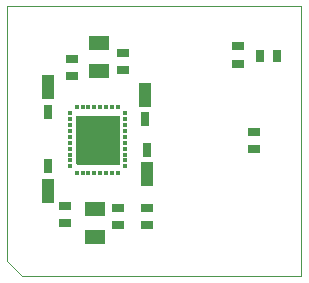
<source format=gbp>
G75*
%MOIN*%
%OFA0B0*%
%FSLAX25Y25*%
%IPPOS*%
%LPD*%
%AMOC8*
5,1,8,0,0,1.08239X$1,22.5*
%
%ADD10C,0.00000*%
%ADD11R,0.01772X0.01181*%
%ADD12R,0.01181X0.01772*%
%ADD13C,0.00001*%
%ADD14R,0.03937X0.03150*%
%ADD15R,0.07087X0.04724*%
%ADD16R,0.04331X0.07874*%
%ADD17R,0.03150X0.04724*%
%ADD18R,0.03150X0.03937*%
D10*
X0027595Y0028433D02*
X0027595Y0113433D01*
X0125595Y0113433D01*
X0125595Y0023433D01*
X0032595Y0023433D01*
X0027595Y0028433D01*
X0051099Y0060862D02*
X0050509Y0061453D01*
X0050509Y0077004D01*
X0064682Y0077004D01*
X0064682Y0060862D01*
X0051099Y0060862D01*
D11*
X0048540Y0060075D03*
X0048540Y0062043D03*
X0048540Y0064012D03*
X0048540Y0065980D03*
X0048540Y0067949D03*
X0048540Y0069917D03*
X0048540Y0071886D03*
X0048540Y0073854D03*
X0048540Y0075823D03*
X0048540Y0077791D03*
X0066650Y0077791D03*
X0066650Y0075823D03*
X0066650Y0073854D03*
X0066650Y0071886D03*
X0066650Y0069917D03*
X0066650Y0067949D03*
X0066650Y0065980D03*
X0066650Y0064012D03*
X0066650Y0062043D03*
X0066650Y0060075D03*
D12*
X0064485Y0057909D03*
X0062516Y0057909D03*
X0060548Y0057909D03*
X0058579Y0057909D03*
X0056611Y0057909D03*
X0054642Y0057909D03*
X0052674Y0057909D03*
X0050705Y0057909D03*
X0050705Y0079957D03*
X0052674Y0079957D03*
X0054642Y0079957D03*
X0056611Y0079957D03*
X0058579Y0079957D03*
X0060548Y0079957D03*
X0062516Y0079957D03*
X0064485Y0079957D03*
D13*
X0064682Y0077003D02*
X0050509Y0077003D01*
X0050509Y0077002D02*
X0064682Y0077002D01*
X0064682Y0077001D02*
X0050509Y0077001D01*
X0050509Y0077000D02*
X0064682Y0077000D01*
X0064682Y0076999D02*
X0050509Y0076999D01*
X0050509Y0076998D02*
X0064682Y0076998D01*
X0064682Y0076997D02*
X0050509Y0076997D01*
X0050509Y0076996D02*
X0064682Y0076996D01*
X0064682Y0076995D02*
X0050509Y0076995D01*
X0050509Y0076994D02*
X0064682Y0076994D01*
X0064682Y0076993D02*
X0050509Y0076993D01*
X0050509Y0076992D02*
X0064682Y0076992D01*
X0064682Y0076991D02*
X0050509Y0076991D01*
X0050509Y0076990D02*
X0064682Y0076990D01*
X0064682Y0076989D02*
X0050509Y0076989D01*
X0050509Y0076988D02*
X0064682Y0076988D01*
X0064682Y0076987D02*
X0050509Y0076987D01*
X0050509Y0076986D02*
X0064682Y0076986D01*
X0064682Y0076985D02*
X0050509Y0076985D01*
X0050509Y0076984D02*
X0064682Y0076984D01*
X0064682Y0076983D02*
X0050509Y0076983D01*
X0050509Y0076982D02*
X0064682Y0076982D01*
X0064682Y0076981D02*
X0050509Y0076981D01*
X0050509Y0076980D02*
X0064682Y0076980D01*
X0064682Y0076979D02*
X0050509Y0076979D01*
X0050509Y0076978D02*
X0064682Y0076978D01*
X0064682Y0076977D02*
X0050509Y0076977D01*
X0050509Y0076976D02*
X0064682Y0076976D01*
X0064682Y0076975D02*
X0050509Y0076975D01*
X0050509Y0076974D02*
X0064682Y0076974D01*
X0064682Y0076973D02*
X0050509Y0076973D01*
X0050509Y0076972D02*
X0064682Y0076972D01*
X0064682Y0076971D02*
X0050509Y0076971D01*
X0050509Y0076970D02*
X0064682Y0076970D01*
X0064682Y0076969D02*
X0050509Y0076969D01*
X0064682Y0076969D01*
X0064682Y0076968D02*
X0050509Y0076968D01*
X0050509Y0076967D02*
X0064682Y0076967D01*
X0064682Y0076966D02*
X0050509Y0076966D01*
X0050509Y0076965D02*
X0064682Y0076965D01*
X0064682Y0076964D02*
X0050509Y0076964D01*
X0050509Y0076963D02*
X0064682Y0076963D01*
X0064682Y0076962D02*
X0050509Y0076962D01*
X0050509Y0076961D02*
X0064682Y0076961D01*
X0064682Y0076960D02*
X0050509Y0076960D01*
X0050509Y0076959D02*
X0064682Y0076959D01*
X0064682Y0076958D02*
X0050509Y0076958D01*
X0050509Y0076957D02*
X0064682Y0076957D01*
X0064682Y0076956D02*
X0050509Y0076956D01*
X0050509Y0076955D02*
X0064682Y0076955D01*
X0064682Y0076954D02*
X0050509Y0076954D01*
X0050509Y0076953D02*
X0064682Y0076953D01*
X0064682Y0076952D02*
X0050509Y0076952D01*
X0050509Y0076951D02*
X0064682Y0076951D01*
X0064682Y0076950D02*
X0050509Y0076950D01*
X0050509Y0076949D02*
X0064682Y0076949D01*
X0064682Y0076948D02*
X0050509Y0076948D01*
X0050509Y0076947D02*
X0064682Y0076947D01*
X0064682Y0076946D02*
X0050509Y0076946D01*
X0050509Y0076945D02*
X0064682Y0076945D01*
X0064682Y0076944D02*
X0050509Y0076944D01*
X0050509Y0076943D02*
X0064682Y0076943D01*
X0064682Y0076942D02*
X0050509Y0076942D01*
X0050509Y0076941D02*
X0064682Y0076941D01*
X0064682Y0076940D02*
X0050509Y0076940D01*
X0050509Y0076939D02*
X0064682Y0076939D01*
X0064682Y0076938D02*
X0050509Y0076938D01*
X0050509Y0076937D02*
X0064682Y0076937D01*
X0064682Y0076936D02*
X0050509Y0076936D01*
X0050509Y0076935D02*
X0064682Y0076935D01*
X0064682Y0076934D02*
X0050509Y0076934D01*
X0050509Y0076933D02*
X0064682Y0076933D01*
X0064682Y0076932D02*
X0050509Y0076932D01*
X0050509Y0076931D02*
X0064682Y0076931D01*
X0064682Y0076930D02*
X0050509Y0076930D01*
X0050509Y0076929D02*
X0064682Y0076929D01*
X0064682Y0076928D02*
X0050509Y0076928D01*
X0050509Y0076927D02*
X0064682Y0076927D01*
X0064682Y0076926D02*
X0050509Y0076926D01*
X0050509Y0076925D02*
X0064682Y0076925D01*
X0064682Y0076924D02*
X0050509Y0076924D01*
X0050509Y0076923D02*
X0064682Y0076923D01*
X0064682Y0076922D02*
X0050509Y0076922D01*
X0050509Y0076921D02*
X0064682Y0076921D01*
X0064682Y0076920D02*
X0050509Y0076920D01*
X0050509Y0076919D02*
X0064682Y0076919D01*
X0064682Y0076918D02*
X0050509Y0076918D01*
X0050509Y0076917D02*
X0064682Y0076917D01*
X0064682Y0076916D02*
X0050509Y0076916D01*
X0050509Y0076915D02*
X0064682Y0076915D01*
X0064682Y0076914D02*
X0050509Y0076914D01*
X0050509Y0076913D02*
X0064682Y0076913D01*
X0064682Y0076912D02*
X0050509Y0076912D01*
X0050509Y0076911D02*
X0064682Y0076911D01*
X0064682Y0076910D02*
X0050509Y0076910D01*
X0050509Y0076909D02*
X0064682Y0076909D01*
X0064682Y0076908D02*
X0050509Y0076908D01*
X0050509Y0076907D02*
X0064682Y0076907D01*
X0064682Y0076906D02*
X0050509Y0076906D01*
X0064682Y0076906D01*
X0064682Y0076905D02*
X0050509Y0076905D01*
X0050509Y0076904D02*
X0064682Y0076904D01*
X0064682Y0076903D02*
X0050509Y0076903D01*
X0050509Y0076902D02*
X0064682Y0076902D01*
X0064682Y0076901D02*
X0050509Y0076901D01*
X0050509Y0076900D02*
X0064682Y0076900D01*
X0064682Y0076899D02*
X0050509Y0076899D01*
X0050509Y0076898D02*
X0064682Y0076898D01*
X0064682Y0076897D02*
X0050509Y0076897D01*
X0050509Y0076896D02*
X0064682Y0076896D01*
X0064682Y0076895D02*
X0050509Y0076895D01*
X0050509Y0076894D02*
X0064682Y0076894D01*
X0064682Y0076893D02*
X0050509Y0076893D01*
X0050509Y0076892D02*
X0064682Y0076892D01*
X0064682Y0076891D02*
X0050509Y0076891D01*
X0050509Y0076890D02*
X0064682Y0076890D01*
X0064682Y0076889D02*
X0050509Y0076889D01*
X0050509Y0076888D02*
X0064682Y0076888D01*
X0064682Y0076887D02*
X0050509Y0076887D01*
X0050509Y0076886D02*
X0064682Y0076886D01*
X0064682Y0076885D02*
X0050509Y0076885D01*
X0050509Y0076884D02*
X0064682Y0076884D01*
X0064682Y0076883D02*
X0050509Y0076883D01*
X0050509Y0076882D02*
X0064682Y0076882D01*
X0064682Y0076881D02*
X0050509Y0076881D01*
X0050509Y0076880D02*
X0064682Y0076880D01*
X0064682Y0076879D02*
X0050509Y0076879D01*
X0050509Y0076878D02*
X0064682Y0076878D01*
X0064682Y0076877D02*
X0050509Y0076877D01*
X0050509Y0076876D02*
X0064682Y0076876D01*
X0064682Y0076875D02*
X0050509Y0076875D01*
X0050509Y0076874D02*
X0064682Y0076874D01*
X0064682Y0076873D02*
X0050509Y0076873D01*
X0050509Y0076872D02*
X0064682Y0076872D01*
X0064682Y0076871D02*
X0050509Y0076871D01*
X0050509Y0076870D02*
X0064682Y0076870D01*
X0064682Y0076869D02*
X0050509Y0076869D01*
X0050509Y0076868D02*
X0064682Y0076868D01*
X0064682Y0076867D02*
X0050509Y0076867D01*
X0050509Y0076866D02*
X0064682Y0076866D01*
X0064682Y0076865D02*
X0050509Y0076865D01*
X0050509Y0076864D02*
X0064682Y0076864D01*
X0064682Y0076863D02*
X0050509Y0076863D01*
X0050509Y0076862D02*
X0064682Y0076862D01*
X0064682Y0076861D02*
X0050509Y0076861D01*
X0050509Y0076860D02*
X0064682Y0076860D01*
X0064682Y0076859D02*
X0050509Y0076859D01*
X0050509Y0076858D02*
X0064682Y0076858D01*
X0064682Y0076857D02*
X0050509Y0076857D01*
X0050509Y0076856D02*
X0064682Y0076856D01*
X0064682Y0076855D02*
X0050509Y0076855D01*
X0050509Y0076854D02*
X0064682Y0076854D01*
X0064682Y0076853D02*
X0050509Y0076853D01*
X0050509Y0076852D02*
X0064682Y0076852D01*
X0064682Y0076851D02*
X0050509Y0076851D01*
X0050509Y0076850D02*
X0064682Y0076850D01*
X0064682Y0076849D02*
X0050509Y0076849D01*
X0050509Y0076848D02*
X0064682Y0076848D01*
X0064682Y0076847D02*
X0050509Y0076847D01*
X0050509Y0076846D02*
X0064682Y0076846D01*
X0064682Y0076845D02*
X0050509Y0076845D01*
X0050509Y0076844D02*
X0064682Y0076844D01*
X0050509Y0076844D01*
X0050509Y0076843D02*
X0064682Y0076843D01*
X0064682Y0076842D02*
X0050509Y0076842D01*
X0050509Y0076841D02*
X0064682Y0076841D01*
X0064682Y0076840D02*
X0050509Y0076840D01*
X0050509Y0076839D02*
X0064682Y0076839D01*
X0064682Y0076838D02*
X0050509Y0076838D01*
X0050509Y0076837D02*
X0064682Y0076837D01*
X0064682Y0076836D02*
X0050509Y0076836D01*
X0050509Y0076835D02*
X0064682Y0076835D01*
X0064682Y0076834D02*
X0050509Y0076834D01*
X0050509Y0076833D02*
X0064682Y0076833D01*
X0064682Y0076832D02*
X0050509Y0076832D01*
X0050509Y0076831D02*
X0064682Y0076831D01*
X0064682Y0076830D02*
X0050509Y0076830D01*
X0050509Y0076829D02*
X0064682Y0076829D01*
X0064682Y0076828D02*
X0050509Y0076828D01*
X0050509Y0076827D02*
X0064682Y0076827D01*
X0064682Y0076826D02*
X0050509Y0076826D01*
X0050509Y0076825D02*
X0064682Y0076825D01*
X0064682Y0076824D02*
X0050509Y0076824D01*
X0050509Y0076823D02*
X0064682Y0076823D01*
X0064682Y0076822D02*
X0050509Y0076822D01*
X0050509Y0076821D02*
X0064682Y0076821D01*
X0064682Y0076820D02*
X0050509Y0076820D01*
X0050509Y0076819D02*
X0064682Y0076819D01*
X0064682Y0076818D02*
X0050509Y0076818D01*
X0050509Y0076817D02*
X0064682Y0076817D01*
X0064682Y0076816D02*
X0050509Y0076816D01*
X0050509Y0076815D02*
X0064682Y0076815D01*
X0064682Y0076814D02*
X0050509Y0076814D01*
X0050509Y0076813D02*
X0064682Y0076813D01*
X0064682Y0076812D02*
X0050509Y0076812D01*
X0050509Y0076811D02*
X0064682Y0076811D01*
X0064682Y0076810D02*
X0050509Y0076810D01*
X0050509Y0076809D02*
X0064682Y0076809D01*
X0064682Y0076808D02*
X0050509Y0076808D01*
X0050509Y0076807D02*
X0064682Y0076807D01*
X0064682Y0076806D02*
X0050509Y0076806D01*
X0050509Y0076805D02*
X0064682Y0076805D01*
X0064682Y0076804D02*
X0050509Y0076804D01*
X0050509Y0076803D02*
X0064682Y0076803D01*
X0064682Y0076802D02*
X0050509Y0076802D01*
X0050509Y0076801D02*
X0064682Y0076801D01*
X0064682Y0076800D02*
X0050509Y0076800D01*
X0050509Y0076799D02*
X0064682Y0076799D01*
X0064682Y0076798D02*
X0050509Y0076798D01*
X0050509Y0076797D02*
X0064682Y0076797D01*
X0064682Y0076796D02*
X0050509Y0076796D01*
X0050509Y0076795D02*
X0064682Y0076795D01*
X0064682Y0076794D02*
X0050509Y0076794D01*
X0050509Y0076793D02*
X0064682Y0076793D01*
X0064682Y0076792D02*
X0050509Y0076792D01*
X0050509Y0076791D02*
X0064682Y0076791D01*
X0064682Y0076790D02*
X0050509Y0076790D01*
X0050509Y0076789D02*
X0064682Y0076789D01*
X0064682Y0076788D02*
X0050509Y0076788D01*
X0050509Y0076787D02*
X0064682Y0076787D01*
X0064682Y0076786D02*
X0050509Y0076786D01*
X0050509Y0076785D02*
X0064682Y0076785D01*
X0064682Y0076784D02*
X0050509Y0076784D01*
X0050509Y0076783D02*
X0064682Y0076783D01*
X0064682Y0076782D02*
X0050509Y0076782D01*
X0050509Y0076781D02*
X0064682Y0076781D01*
X0050509Y0076781D01*
X0050509Y0076780D02*
X0064682Y0076780D01*
X0064682Y0076779D02*
X0050509Y0076779D01*
X0050509Y0076778D02*
X0064682Y0076778D01*
X0064682Y0076777D02*
X0050509Y0076777D01*
X0050509Y0076776D02*
X0064682Y0076776D01*
X0064682Y0076775D02*
X0050509Y0076775D01*
X0050509Y0076774D02*
X0064682Y0076774D01*
X0064682Y0076773D02*
X0050509Y0076773D01*
X0050509Y0076772D02*
X0064682Y0076772D01*
X0064682Y0076771D02*
X0050509Y0076771D01*
X0050509Y0076770D02*
X0064682Y0076770D01*
X0064682Y0076769D02*
X0050509Y0076769D01*
X0050509Y0076768D02*
X0064682Y0076768D01*
X0064682Y0076767D02*
X0050509Y0076767D01*
X0050509Y0076766D02*
X0064682Y0076766D01*
X0064682Y0076765D02*
X0050509Y0076765D01*
X0050509Y0076764D02*
X0064682Y0076764D01*
X0064682Y0076763D02*
X0050509Y0076763D01*
X0050509Y0076762D02*
X0064682Y0076762D01*
X0064682Y0076761D02*
X0050509Y0076761D01*
X0050509Y0076760D02*
X0064682Y0076760D01*
X0064682Y0076759D02*
X0050509Y0076759D01*
X0050509Y0076758D02*
X0064682Y0076758D01*
X0064682Y0076757D02*
X0050509Y0076757D01*
X0050509Y0076756D02*
X0064682Y0076756D01*
X0064682Y0076755D02*
X0050509Y0076755D01*
X0050509Y0076754D02*
X0064682Y0076754D01*
X0064682Y0076753D02*
X0050509Y0076753D01*
X0050509Y0076752D02*
X0064682Y0076752D01*
X0064682Y0076751D02*
X0050509Y0076751D01*
X0050509Y0076750D02*
X0064682Y0076750D01*
X0064682Y0076749D02*
X0050509Y0076749D01*
X0050509Y0076748D02*
X0064682Y0076748D01*
X0064682Y0076747D02*
X0050509Y0076747D01*
X0050509Y0076746D02*
X0064682Y0076746D01*
X0064682Y0076745D02*
X0050509Y0076745D01*
X0050509Y0076744D02*
X0064682Y0076744D01*
X0064682Y0076743D02*
X0050509Y0076743D01*
X0050509Y0076742D02*
X0064682Y0076742D01*
X0064682Y0076741D02*
X0050509Y0076741D01*
X0050509Y0076740D02*
X0064682Y0076740D01*
X0064682Y0076739D02*
X0050509Y0076739D01*
X0050509Y0076738D02*
X0064682Y0076738D01*
X0064682Y0076737D02*
X0050509Y0076737D01*
X0050509Y0076736D02*
X0064682Y0076736D01*
X0064682Y0076735D02*
X0050509Y0076735D01*
X0050509Y0076734D02*
X0064682Y0076734D01*
X0064682Y0076733D02*
X0050509Y0076733D01*
X0050509Y0076732D02*
X0064682Y0076732D01*
X0064682Y0076731D02*
X0050509Y0076731D01*
X0050509Y0076730D02*
X0064682Y0076730D01*
X0064682Y0076729D02*
X0050509Y0076729D01*
X0050509Y0076728D02*
X0064682Y0076728D01*
X0064682Y0076727D02*
X0050509Y0076727D01*
X0050509Y0076726D02*
X0064682Y0076726D01*
X0064682Y0076725D02*
X0050509Y0076725D01*
X0050509Y0076724D02*
X0064682Y0076724D01*
X0064682Y0076723D02*
X0050509Y0076723D01*
X0050509Y0076722D02*
X0064682Y0076722D01*
X0064682Y0076721D02*
X0050509Y0076721D01*
X0050509Y0076720D02*
X0064682Y0076720D01*
X0064682Y0076719D02*
X0050509Y0076719D01*
X0064682Y0076719D01*
X0064682Y0076718D02*
X0050509Y0076718D01*
X0050509Y0076717D02*
X0064682Y0076717D01*
X0064682Y0076716D02*
X0050509Y0076716D01*
X0050509Y0076715D02*
X0064682Y0076715D01*
X0064682Y0076714D02*
X0050509Y0076714D01*
X0050509Y0076713D02*
X0064682Y0076713D01*
X0064682Y0076712D02*
X0050509Y0076712D01*
X0050509Y0076711D02*
X0064682Y0076711D01*
X0064682Y0076710D02*
X0050509Y0076710D01*
X0050509Y0076709D02*
X0064682Y0076709D01*
X0064682Y0076708D02*
X0050509Y0076708D01*
X0050509Y0076707D02*
X0064682Y0076707D01*
X0064682Y0076706D02*
X0050509Y0076706D01*
X0050509Y0076705D02*
X0064682Y0076705D01*
X0064682Y0076704D02*
X0050509Y0076704D01*
X0050509Y0076703D02*
X0064682Y0076703D01*
X0064682Y0076702D02*
X0050509Y0076702D01*
X0050509Y0076701D02*
X0064682Y0076701D01*
X0064682Y0076700D02*
X0050509Y0076700D01*
X0050509Y0076699D02*
X0064682Y0076699D01*
X0064682Y0076698D02*
X0050509Y0076698D01*
X0050509Y0076697D02*
X0064682Y0076697D01*
X0064682Y0076696D02*
X0050509Y0076696D01*
X0050509Y0076695D02*
X0064682Y0076695D01*
X0064682Y0076694D02*
X0050509Y0076694D01*
X0050509Y0076693D02*
X0064682Y0076693D01*
X0064682Y0076692D02*
X0050509Y0076692D01*
X0050509Y0076691D02*
X0064682Y0076691D01*
X0064682Y0076690D02*
X0050509Y0076690D01*
X0050509Y0076689D02*
X0064682Y0076689D01*
X0064682Y0076688D02*
X0050509Y0076688D01*
X0050509Y0076687D02*
X0064682Y0076687D01*
X0064682Y0076686D02*
X0050509Y0076686D01*
X0050509Y0076685D02*
X0064682Y0076685D01*
X0064682Y0076684D02*
X0050509Y0076684D01*
X0050509Y0076683D02*
X0064682Y0076683D01*
X0064682Y0076682D02*
X0050509Y0076682D01*
X0050509Y0076681D02*
X0064682Y0076681D01*
X0064682Y0076680D02*
X0050509Y0076680D01*
X0050509Y0076679D02*
X0064682Y0076679D01*
X0064682Y0076678D02*
X0050509Y0076678D01*
X0050509Y0076677D02*
X0064682Y0076677D01*
X0064682Y0076676D02*
X0050509Y0076676D01*
X0050509Y0076675D02*
X0064682Y0076675D01*
X0064682Y0076674D02*
X0050509Y0076674D01*
X0050509Y0076673D02*
X0064682Y0076673D01*
X0064682Y0076672D02*
X0050509Y0076672D01*
X0050509Y0076671D02*
X0064682Y0076671D01*
X0064682Y0076670D02*
X0050509Y0076670D01*
X0050509Y0076669D02*
X0064682Y0076669D01*
X0064682Y0076668D02*
X0050509Y0076668D01*
X0050509Y0076667D02*
X0064682Y0076667D01*
X0064682Y0076666D02*
X0050509Y0076666D01*
X0050509Y0076665D02*
X0064682Y0076665D01*
X0064682Y0076664D02*
X0050509Y0076664D01*
X0050509Y0076663D02*
X0064682Y0076663D01*
X0064682Y0076662D02*
X0050509Y0076662D01*
X0050509Y0076661D02*
X0064682Y0076661D01*
X0064682Y0076660D02*
X0050509Y0076660D01*
X0050509Y0076659D02*
X0064682Y0076659D01*
X0064682Y0076658D02*
X0050509Y0076658D01*
X0050509Y0076657D02*
X0064682Y0076657D01*
X0064682Y0076656D02*
X0050509Y0076656D01*
X0064682Y0076656D01*
X0064682Y0076655D02*
X0050509Y0076655D01*
X0050509Y0076654D02*
X0064682Y0076654D01*
X0064682Y0076653D02*
X0050509Y0076653D01*
X0050509Y0076652D02*
X0064682Y0076652D01*
X0064682Y0076651D02*
X0050509Y0076651D01*
X0050509Y0076650D02*
X0064682Y0076650D01*
X0064682Y0076649D02*
X0050509Y0076649D01*
X0050509Y0076648D02*
X0064682Y0076648D01*
X0064682Y0076647D02*
X0050509Y0076647D01*
X0050509Y0076646D02*
X0064682Y0076646D01*
X0064682Y0076645D02*
X0050509Y0076645D01*
X0050509Y0076644D02*
X0064682Y0076644D01*
X0064682Y0076643D02*
X0050509Y0076643D01*
X0050509Y0076642D02*
X0064682Y0076642D01*
X0064682Y0076641D02*
X0050509Y0076641D01*
X0050509Y0076640D02*
X0064682Y0076640D01*
X0064682Y0076639D02*
X0050509Y0076639D01*
X0050509Y0076638D02*
X0064682Y0076638D01*
X0064682Y0076637D02*
X0050509Y0076637D01*
X0050509Y0076636D02*
X0064682Y0076636D01*
X0064682Y0076635D02*
X0050509Y0076635D01*
X0050509Y0076634D02*
X0064682Y0076634D01*
X0064682Y0076633D02*
X0050509Y0076633D01*
X0050509Y0076632D02*
X0064682Y0076632D01*
X0064682Y0076631D02*
X0050509Y0076631D01*
X0050509Y0076630D02*
X0064682Y0076630D01*
X0064682Y0076629D02*
X0050509Y0076629D01*
X0050509Y0076628D02*
X0064682Y0076628D01*
X0064682Y0076627D02*
X0050509Y0076627D01*
X0050509Y0076626D02*
X0064682Y0076626D01*
X0064682Y0076625D02*
X0050509Y0076625D01*
X0050509Y0076624D02*
X0064682Y0076624D01*
X0064682Y0076623D02*
X0050509Y0076623D01*
X0050509Y0076622D02*
X0064682Y0076622D01*
X0064682Y0076621D02*
X0050509Y0076621D01*
X0050509Y0076620D02*
X0064682Y0076620D01*
X0064682Y0076619D02*
X0050509Y0076619D01*
X0050509Y0076618D02*
X0064682Y0076618D01*
X0064682Y0076617D02*
X0050509Y0076617D01*
X0050509Y0076616D02*
X0064682Y0076616D01*
X0064682Y0076615D02*
X0050509Y0076615D01*
X0050509Y0076614D02*
X0064682Y0076614D01*
X0064682Y0076613D02*
X0050509Y0076613D01*
X0050509Y0076612D02*
X0064682Y0076612D01*
X0064682Y0076611D02*
X0050509Y0076611D01*
X0050509Y0076610D02*
X0064682Y0076610D01*
X0064682Y0076609D02*
X0050509Y0076609D01*
X0050509Y0076608D02*
X0064682Y0076608D01*
X0064682Y0076607D02*
X0050509Y0076607D01*
X0050509Y0076606D02*
X0064682Y0076606D01*
X0064682Y0076605D02*
X0050509Y0076605D01*
X0050509Y0076604D02*
X0064682Y0076604D01*
X0064682Y0076603D02*
X0050509Y0076603D01*
X0050509Y0076602D02*
X0064682Y0076602D01*
X0064682Y0076601D02*
X0050509Y0076601D01*
X0050509Y0076600D02*
X0064682Y0076600D01*
X0064682Y0076599D02*
X0050509Y0076599D01*
X0050509Y0076598D02*
X0064682Y0076598D01*
X0064682Y0076597D02*
X0050509Y0076597D01*
X0050509Y0076596D02*
X0064682Y0076596D01*
X0064682Y0076595D02*
X0050509Y0076595D01*
X0050509Y0076594D02*
X0064682Y0076594D01*
X0050509Y0076594D01*
X0050509Y0076593D02*
X0064682Y0076593D01*
X0064682Y0076592D02*
X0050509Y0076592D01*
X0050509Y0076591D02*
X0064682Y0076591D01*
X0064682Y0076590D02*
X0050509Y0076590D01*
X0050509Y0076589D02*
X0064682Y0076589D01*
X0064682Y0076588D02*
X0050509Y0076588D01*
X0050509Y0076587D02*
X0064682Y0076587D01*
X0064682Y0076586D02*
X0050509Y0076586D01*
X0050509Y0076585D02*
X0064682Y0076585D01*
X0064682Y0076584D02*
X0050509Y0076584D01*
X0050509Y0076583D02*
X0064682Y0076583D01*
X0064682Y0076582D02*
X0050509Y0076582D01*
X0050509Y0076581D02*
X0064682Y0076581D01*
X0064682Y0076580D02*
X0050509Y0076580D01*
X0050509Y0076579D02*
X0064682Y0076579D01*
X0064682Y0076578D02*
X0050509Y0076578D01*
X0050509Y0076577D02*
X0064682Y0076577D01*
X0064682Y0076576D02*
X0050509Y0076576D01*
X0050509Y0076575D02*
X0064682Y0076575D01*
X0064682Y0076574D02*
X0050509Y0076574D01*
X0050509Y0076573D02*
X0064682Y0076573D01*
X0064682Y0076572D02*
X0050509Y0076572D01*
X0050509Y0076571D02*
X0064682Y0076571D01*
X0064682Y0076570D02*
X0050509Y0076570D01*
X0050509Y0076569D02*
X0064682Y0076569D01*
X0064682Y0076568D02*
X0050509Y0076568D01*
X0050509Y0076567D02*
X0064682Y0076567D01*
X0064682Y0076566D02*
X0050509Y0076566D01*
X0050509Y0076565D02*
X0064682Y0076565D01*
X0064682Y0076564D02*
X0050509Y0076564D01*
X0050509Y0076563D02*
X0064682Y0076563D01*
X0064682Y0076562D02*
X0050509Y0076562D01*
X0050509Y0076561D02*
X0064682Y0076561D01*
X0064682Y0076560D02*
X0050509Y0076560D01*
X0050509Y0076559D02*
X0064682Y0076559D01*
X0064682Y0076558D02*
X0050509Y0076558D01*
X0050509Y0076557D02*
X0064682Y0076557D01*
X0064682Y0076556D02*
X0050509Y0076556D01*
X0050509Y0076555D02*
X0064682Y0076555D01*
X0064682Y0076554D02*
X0050509Y0076554D01*
X0050509Y0076553D02*
X0064682Y0076553D01*
X0064682Y0076552D02*
X0050509Y0076552D01*
X0050509Y0076551D02*
X0064682Y0076551D01*
X0064682Y0076550D02*
X0050509Y0076550D01*
X0050509Y0076549D02*
X0064682Y0076549D01*
X0064682Y0076548D02*
X0050509Y0076548D01*
X0050509Y0076547D02*
X0064682Y0076547D01*
X0064682Y0076546D02*
X0050509Y0076546D01*
X0050509Y0076545D02*
X0064682Y0076545D01*
X0064682Y0076544D02*
X0050509Y0076544D01*
X0050509Y0076543D02*
X0064682Y0076543D01*
X0064682Y0076542D02*
X0050509Y0076542D01*
X0050509Y0076541D02*
X0064682Y0076541D01*
X0064682Y0076540D02*
X0050509Y0076540D01*
X0050509Y0076539D02*
X0064682Y0076539D01*
X0064682Y0076538D02*
X0050509Y0076538D01*
X0050509Y0076537D02*
X0064682Y0076537D01*
X0064682Y0076536D02*
X0050509Y0076536D01*
X0050509Y0076535D02*
X0064682Y0076535D01*
X0064682Y0076534D02*
X0050509Y0076534D01*
X0050509Y0076533D02*
X0064682Y0076533D01*
X0064682Y0076532D02*
X0050509Y0076532D01*
X0050509Y0076531D02*
X0064682Y0076531D01*
X0050509Y0076531D01*
X0050509Y0076530D02*
X0064682Y0076530D01*
X0064682Y0076529D02*
X0050509Y0076529D01*
X0050509Y0076528D02*
X0064682Y0076528D01*
X0064682Y0076527D02*
X0050509Y0076527D01*
X0050509Y0076526D02*
X0064682Y0076526D01*
X0064682Y0076525D02*
X0050509Y0076525D01*
X0050509Y0076524D02*
X0064682Y0076524D01*
X0064682Y0076523D02*
X0050509Y0076523D01*
X0050509Y0076522D02*
X0064682Y0076522D01*
X0064682Y0076521D02*
X0050509Y0076521D01*
X0050509Y0076520D02*
X0064682Y0076520D01*
X0064682Y0076519D02*
X0050509Y0076519D01*
X0050509Y0076518D02*
X0064682Y0076518D01*
X0064682Y0076517D02*
X0050509Y0076517D01*
X0050509Y0076516D02*
X0064682Y0076516D01*
X0064682Y0076515D02*
X0050509Y0076515D01*
X0050509Y0076514D02*
X0064682Y0076514D01*
X0064682Y0076513D02*
X0050509Y0076513D01*
X0050509Y0076512D02*
X0064682Y0076512D01*
X0064682Y0076511D02*
X0050509Y0076511D01*
X0050509Y0076510D02*
X0064682Y0076510D01*
X0064682Y0076509D02*
X0050509Y0076509D01*
X0050509Y0076508D02*
X0064682Y0076508D01*
X0064682Y0076507D02*
X0050509Y0076507D01*
X0050509Y0076506D02*
X0064682Y0076506D01*
X0064682Y0076505D02*
X0050509Y0076505D01*
X0050509Y0076504D02*
X0064682Y0076504D01*
X0064682Y0076503D02*
X0050509Y0076503D01*
X0050509Y0076502D02*
X0064682Y0076502D01*
X0064682Y0076501D02*
X0050509Y0076501D01*
X0050509Y0076500D02*
X0064682Y0076500D01*
X0064682Y0076499D02*
X0050509Y0076499D01*
X0050509Y0076498D02*
X0064682Y0076498D01*
X0064682Y0076497D02*
X0050509Y0076497D01*
X0050509Y0076496D02*
X0064682Y0076496D01*
X0064682Y0076495D02*
X0050509Y0076495D01*
X0050509Y0076494D02*
X0064682Y0076494D01*
X0064682Y0076493D02*
X0050509Y0076493D01*
X0050509Y0076492D02*
X0064682Y0076492D01*
X0064682Y0076491D02*
X0050509Y0076491D01*
X0050509Y0076490D02*
X0064682Y0076490D01*
X0064682Y0076489D02*
X0050509Y0076489D01*
X0050509Y0076488D02*
X0064682Y0076488D01*
X0064682Y0076487D02*
X0050509Y0076487D01*
X0050509Y0076486D02*
X0064682Y0076486D01*
X0064682Y0076485D02*
X0050509Y0076485D01*
X0050509Y0076484D02*
X0064682Y0076484D01*
X0064682Y0076483D02*
X0050509Y0076483D01*
X0050509Y0076482D02*
X0064682Y0076482D01*
X0064682Y0076481D02*
X0050509Y0076481D01*
X0050509Y0076480D02*
X0064682Y0076480D01*
X0064682Y0076479D02*
X0050509Y0076479D01*
X0050509Y0076478D02*
X0064682Y0076478D01*
X0064682Y0076477D02*
X0050509Y0076477D01*
X0050509Y0076476D02*
X0064682Y0076476D01*
X0064682Y0076475D02*
X0050509Y0076475D01*
X0050509Y0076474D02*
X0064682Y0076474D01*
X0064682Y0076473D02*
X0050509Y0076473D01*
X0050509Y0076472D02*
X0064682Y0076472D01*
X0064682Y0076471D02*
X0050509Y0076471D01*
X0050509Y0076470D02*
X0064682Y0076470D01*
X0064682Y0076469D02*
X0050509Y0076469D01*
X0064682Y0076469D01*
X0064682Y0076468D02*
X0050509Y0076468D01*
X0050509Y0076467D02*
X0064682Y0076467D01*
X0064682Y0076466D02*
X0050509Y0076466D01*
X0050509Y0076465D02*
X0064682Y0076465D01*
X0064682Y0076464D02*
X0050509Y0076464D01*
X0050509Y0076463D02*
X0064682Y0076463D01*
X0064682Y0076462D02*
X0050509Y0076462D01*
X0050509Y0076461D02*
X0064682Y0076461D01*
X0064682Y0076460D02*
X0050509Y0076460D01*
X0050509Y0076459D02*
X0064682Y0076459D01*
X0064682Y0076458D02*
X0050509Y0076458D01*
X0050509Y0076457D02*
X0064682Y0076457D01*
X0064682Y0076456D02*
X0050509Y0076456D01*
X0050509Y0076455D02*
X0064682Y0076455D01*
X0064682Y0076454D02*
X0050509Y0076454D01*
X0050509Y0076453D02*
X0064682Y0076453D01*
X0064682Y0076452D02*
X0050509Y0076452D01*
X0050509Y0076451D02*
X0064682Y0076451D01*
X0064682Y0076450D02*
X0050509Y0076450D01*
X0050509Y0076449D02*
X0064682Y0076449D01*
X0064682Y0076448D02*
X0050509Y0076448D01*
X0050509Y0076447D02*
X0064682Y0076447D01*
X0064682Y0076446D02*
X0050509Y0076446D01*
X0050509Y0076445D02*
X0064682Y0076445D01*
X0064682Y0076444D02*
X0050509Y0076444D01*
X0050509Y0076443D02*
X0064682Y0076443D01*
X0064682Y0076442D02*
X0050509Y0076442D01*
X0050509Y0076441D02*
X0064682Y0076441D01*
X0064682Y0076440D02*
X0050509Y0076440D01*
X0050509Y0076439D02*
X0064682Y0076439D01*
X0064682Y0076438D02*
X0050509Y0076438D01*
X0050509Y0076437D02*
X0064682Y0076437D01*
X0064682Y0076436D02*
X0050509Y0076436D01*
X0050509Y0076435D02*
X0064682Y0076435D01*
X0064682Y0076434D02*
X0050509Y0076434D01*
X0050509Y0076433D02*
X0064682Y0076433D01*
X0064682Y0076432D02*
X0050509Y0076432D01*
X0050509Y0076431D02*
X0064682Y0076431D01*
X0064682Y0076430D02*
X0050509Y0076430D01*
X0050509Y0076429D02*
X0064682Y0076429D01*
X0064682Y0076428D02*
X0050509Y0076428D01*
X0050509Y0076427D02*
X0064682Y0076427D01*
X0064682Y0076426D02*
X0050509Y0076426D01*
X0050509Y0076425D02*
X0064682Y0076425D01*
X0064682Y0076424D02*
X0050509Y0076424D01*
X0050509Y0076423D02*
X0064682Y0076423D01*
X0064682Y0076422D02*
X0050509Y0076422D01*
X0050509Y0076421D02*
X0064682Y0076421D01*
X0064682Y0076420D02*
X0050509Y0076420D01*
X0050509Y0076419D02*
X0064682Y0076419D01*
X0064682Y0076418D02*
X0050509Y0076418D01*
X0050509Y0076417D02*
X0064682Y0076417D01*
X0064682Y0076416D02*
X0050509Y0076416D01*
X0050509Y0076415D02*
X0064682Y0076415D01*
X0064682Y0076414D02*
X0050509Y0076414D01*
X0050509Y0076413D02*
X0064682Y0076413D01*
X0064682Y0076412D02*
X0050509Y0076412D01*
X0050509Y0076411D02*
X0064682Y0076411D01*
X0064682Y0076410D02*
X0050509Y0076410D01*
X0050509Y0076409D02*
X0064682Y0076409D01*
X0064682Y0076408D02*
X0050509Y0076408D01*
X0050509Y0076407D02*
X0064682Y0076407D01*
X0064682Y0076406D02*
X0050509Y0076406D01*
X0064682Y0076406D01*
X0064682Y0076405D02*
X0050509Y0076405D01*
X0050509Y0076404D02*
X0064682Y0076404D01*
X0064682Y0076403D02*
X0050509Y0076403D01*
X0050509Y0076402D02*
X0064682Y0076402D01*
X0064682Y0076401D02*
X0050509Y0076401D01*
X0050509Y0076400D02*
X0064682Y0076400D01*
X0064682Y0076399D02*
X0050509Y0076399D01*
X0050509Y0076398D02*
X0064682Y0076398D01*
X0064682Y0076397D02*
X0050509Y0076397D01*
X0050509Y0076396D02*
X0064682Y0076396D01*
X0064682Y0076395D02*
X0050509Y0076395D01*
X0050509Y0076394D02*
X0064682Y0076394D01*
X0064682Y0076393D02*
X0050509Y0076393D01*
X0050509Y0076392D02*
X0064682Y0076392D01*
X0064682Y0076391D02*
X0050509Y0076391D01*
X0050509Y0076390D02*
X0064682Y0076390D01*
X0064682Y0076389D02*
X0050509Y0076389D01*
X0050509Y0076388D02*
X0064682Y0076388D01*
X0064682Y0076387D02*
X0050509Y0076387D01*
X0050509Y0076386D02*
X0064682Y0076386D01*
X0064682Y0076385D02*
X0050509Y0076385D01*
X0050509Y0076384D02*
X0064682Y0076384D01*
X0064682Y0076383D02*
X0050509Y0076383D01*
X0050509Y0076382D02*
X0064682Y0076382D01*
X0064682Y0076381D02*
X0050509Y0076381D01*
X0050509Y0076380D02*
X0064682Y0076380D01*
X0064682Y0076379D02*
X0050509Y0076379D01*
X0050509Y0076378D02*
X0064682Y0076378D01*
X0064682Y0076377D02*
X0050509Y0076377D01*
X0050509Y0076376D02*
X0064682Y0076376D01*
X0064682Y0076375D02*
X0050509Y0076375D01*
X0050509Y0076374D02*
X0064682Y0076374D01*
X0064682Y0076373D02*
X0050509Y0076373D01*
X0050509Y0076372D02*
X0064682Y0076372D01*
X0064682Y0076371D02*
X0050509Y0076371D01*
X0050509Y0076370D02*
X0064682Y0076370D01*
X0064682Y0076369D02*
X0050509Y0076369D01*
X0050509Y0076368D02*
X0064682Y0076368D01*
X0064682Y0076367D02*
X0050509Y0076367D01*
X0050509Y0076366D02*
X0064682Y0076366D01*
X0064682Y0076365D02*
X0050509Y0076365D01*
X0050509Y0076364D02*
X0064682Y0076364D01*
X0064682Y0076363D02*
X0050509Y0076363D01*
X0050509Y0076362D02*
X0064682Y0076362D01*
X0064682Y0076361D02*
X0050509Y0076361D01*
X0050509Y0076360D02*
X0064682Y0076360D01*
X0064682Y0076359D02*
X0050509Y0076359D01*
X0050509Y0076358D02*
X0064682Y0076358D01*
X0064682Y0076357D02*
X0050509Y0076357D01*
X0050509Y0076356D02*
X0064682Y0076356D01*
X0064682Y0076355D02*
X0050509Y0076355D01*
X0050509Y0076354D02*
X0064682Y0076354D01*
X0064682Y0076353D02*
X0050509Y0076353D01*
X0050509Y0076352D02*
X0064682Y0076352D01*
X0064682Y0076351D02*
X0050509Y0076351D01*
X0050509Y0076350D02*
X0064682Y0076350D01*
X0064682Y0076349D02*
X0050509Y0076349D01*
X0050509Y0076348D02*
X0064682Y0076348D01*
X0064682Y0076347D02*
X0050509Y0076347D01*
X0050509Y0076346D02*
X0064682Y0076346D01*
X0064682Y0076345D02*
X0050509Y0076345D01*
X0050509Y0076344D02*
X0064682Y0076344D01*
X0050509Y0076344D01*
X0050509Y0076343D02*
X0064682Y0076343D01*
X0064682Y0076342D02*
X0050509Y0076342D01*
X0050509Y0076341D02*
X0064682Y0076341D01*
X0064682Y0076340D02*
X0050509Y0076340D01*
X0050509Y0076339D02*
X0064682Y0076339D01*
X0064682Y0076338D02*
X0050509Y0076338D01*
X0050509Y0076337D02*
X0064682Y0076337D01*
X0064682Y0076336D02*
X0050509Y0076336D01*
X0050509Y0076335D02*
X0064682Y0076335D01*
X0064682Y0076334D02*
X0050509Y0076334D01*
X0050509Y0076333D02*
X0064682Y0076333D01*
X0064682Y0076332D02*
X0050509Y0076332D01*
X0050509Y0076331D02*
X0064682Y0076331D01*
X0064682Y0076330D02*
X0050509Y0076330D01*
X0050509Y0076329D02*
X0064682Y0076329D01*
X0064682Y0076328D02*
X0050509Y0076328D01*
X0050509Y0076327D02*
X0064682Y0076327D01*
X0064682Y0076326D02*
X0050509Y0076326D01*
X0050509Y0076325D02*
X0064682Y0076325D01*
X0064682Y0076324D02*
X0050509Y0076324D01*
X0050509Y0076323D02*
X0064682Y0076323D01*
X0064682Y0076322D02*
X0050509Y0076322D01*
X0050509Y0076321D02*
X0064682Y0076321D01*
X0064682Y0076320D02*
X0050509Y0076320D01*
X0050509Y0076319D02*
X0064682Y0076319D01*
X0064682Y0076318D02*
X0050509Y0076318D01*
X0050509Y0076317D02*
X0064682Y0076317D01*
X0064682Y0076316D02*
X0050509Y0076316D01*
X0050509Y0076315D02*
X0064682Y0076315D01*
X0064682Y0076314D02*
X0050509Y0076314D01*
X0050509Y0076313D02*
X0064682Y0076313D01*
X0064682Y0076312D02*
X0050509Y0076312D01*
X0050509Y0076311D02*
X0064682Y0076311D01*
X0064682Y0076310D02*
X0050509Y0076310D01*
X0050509Y0076309D02*
X0064682Y0076309D01*
X0064682Y0076308D02*
X0050509Y0076308D01*
X0050509Y0076307D02*
X0064682Y0076307D01*
X0064682Y0076306D02*
X0050509Y0076306D01*
X0050509Y0076305D02*
X0064682Y0076305D01*
X0064682Y0076304D02*
X0050509Y0076304D01*
X0050509Y0076303D02*
X0064682Y0076303D01*
X0064682Y0076302D02*
X0050509Y0076302D01*
X0050509Y0076301D02*
X0064682Y0076301D01*
X0064682Y0076300D02*
X0050509Y0076300D01*
X0050509Y0076299D02*
X0064682Y0076299D01*
X0064682Y0076298D02*
X0050509Y0076298D01*
X0050509Y0076297D02*
X0064682Y0076297D01*
X0064682Y0076296D02*
X0050509Y0076296D01*
X0050509Y0076295D02*
X0064682Y0076295D01*
X0064682Y0076294D02*
X0050509Y0076294D01*
X0050509Y0076293D02*
X0064682Y0076293D01*
X0064682Y0076292D02*
X0050509Y0076292D01*
X0050509Y0076291D02*
X0064682Y0076291D01*
X0064682Y0076290D02*
X0050509Y0076290D01*
X0050509Y0076289D02*
X0064682Y0076289D01*
X0064682Y0076288D02*
X0050509Y0076288D01*
X0050509Y0076287D02*
X0064682Y0076287D01*
X0064682Y0076286D02*
X0050509Y0076286D01*
X0050509Y0076285D02*
X0064682Y0076285D01*
X0064682Y0076284D02*
X0050509Y0076284D01*
X0050509Y0076283D02*
X0064682Y0076283D01*
X0064682Y0076282D02*
X0050509Y0076282D01*
X0050509Y0076281D02*
X0064682Y0076281D01*
X0050509Y0076281D01*
X0050509Y0076280D02*
X0064682Y0076280D01*
X0064682Y0076279D02*
X0050509Y0076279D01*
X0050509Y0076278D02*
X0064682Y0076278D01*
X0064682Y0076277D02*
X0050509Y0076277D01*
X0050509Y0076276D02*
X0064682Y0076276D01*
X0064682Y0076275D02*
X0050509Y0076275D01*
X0050509Y0076274D02*
X0064682Y0076274D01*
X0064682Y0076273D02*
X0050509Y0076273D01*
X0050509Y0076272D02*
X0064682Y0076272D01*
X0064682Y0076271D02*
X0050509Y0076271D01*
X0050509Y0076270D02*
X0064682Y0076270D01*
X0064682Y0076269D02*
X0050509Y0076269D01*
X0050509Y0076268D02*
X0064682Y0076268D01*
X0064682Y0076267D02*
X0050509Y0076267D01*
X0050509Y0076266D02*
X0064682Y0076266D01*
X0064682Y0076265D02*
X0050509Y0076265D01*
X0050509Y0076264D02*
X0064682Y0076264D01*
X0064682Y0076263D02*
X0050509Y0076263D01*
X0050509Y0076262D02*
X0064682Y0076262D01*
X0064682Y0076261D02*
X0050509Y0076261D01*
X0050509Y0076260D02*
X0064682Y0076260D01*
X0064682Y0076259D02*
X0050509Y0076259D01*
X0050509Y0076258D02*
X0064682Y0076258D01*
X0064682Y0076257D02*
X0050509Y0076257D01*
X0050509Y0076256D02*
X0064682Y0076256D01*
X0064682Y0076255D02*
X0050509Y0076255D01*
X0050509Y0076254D02*
X0064682Y0076254D01*
X0064682Y0076253D02*
X0050509Y0076253D01*
X0050509Y0076252D02*
X0064682Y0076252D01*
X0064682Y0076251D02*
X0050509Y0076251D01*
X0050509Y0076250D02*
X0064682Y0076250D01*
X0064682Y0076249D02*
X0050509Y0076249D01*
X0050509Y0076248D02*
X0064682Y0076248D01*
X0064682Y0076247D02*
X0050509Y0076247D01*
X0050509Y0076246D02*
X0064682Y0076246D01*
X0064682Y0076245D02*
X0050509Y0076245D01*
X0050509Y0076244D02*
X0064682Y0076244D01*
X0064682Y0076243D02*
X0050509Y0076243D01*
X0050509Y0076242D02*
X0064682Y0076242D01*
X0064682Y0076241D02*
X0050509Y0076241D01*
X0050509Y0076240D02*
X0064682Y0076240D01*
X0064682Y0076239D02*
X0050509Y0076239D01*
X0050509Y0076238D02*
X0064682Y0076238D01*
X0064682Y0076237D02*
X0050509Y0076237D01*
X0050509Y0076236D02*
X0064682Y0076236D01*
X0064682Y0076235D02*
X0050509Y0076235D01*
X0050509Y0076234D02*
X0064682Y0076234D01*
X0064682Y0076233D02*
X0050509Y0076233D01*
X0050509Y0076232D02*
X0064682Y0076232D01*
X0064682Y0076231D02*
X0050509Y0076231D01*
X0050509Y0076230D02*
X0064682Y0076230D01*
X0064682Y0076229D02*
X0050509Y0076229D01*
X0050509Y0076228D02*
X0064682Y0076228D01*
X0064682Y0076227D02*
X0050509Y0076227D01*
X0050509Y0076226D02*
X0064682Y0076226D01*
X0064682Y0076225D02*
X0050509Y0076225D01*
X0050509Y0076224D02*
X0064682Y0076224D01*
X0064682Y0076223D02*
X0050509Y0076223D01*
X0050509Y0076222D02*
X0064682Y0076222D01*
X0064682Y0076221D02*
X0050509Y0076221D01*
X0050509Y0076220D02*
X0064682Y0076220D01*
X0064682Y0076219D02*
X0050509Y0076219D01*
X0064682Y0076219D01*
X0064682Y0076218D02*
X0050509Y0076218D01*
X0050509Y0076217D02*
X0064682Y0076217D01*
X0064682Y0076216D02*
X0050509Y0076216D01*
X0050509Y0076215D02*
X0064682Y0076215D01*
X0064682Y0076214D02*
X0050509Y0076214D01*
X0050509Y0076213D02*
X0064682Y0076213D01*
X0064682Y0076212D02*
X0050509Y0076212D01*
X0050509Y0076211D02*
X0064682Y0076211D01*
X0064682Y0076210D02*
X0050509Y0076210D01*
X0050509Y0076209D02*
X0064682Y0076209D01*
X0064682Y0076208D02*
X0050509Y0076208D01*
X0050509Y0076207D02*
X0064682Y0076207D01*
X0064682Y0076206D02*
X0050509Y0076206D01*
X0050509Y0076205D02*
X0064682Y0076205D01*
X0064682Y0076204D02*
X0050509Y0076204D01*
X0050509Y0076203D02*
X0064682Y0076203D01*
X0064682Y0076202D02*
X0050509Y0076202D01*
X0050509Y0076201D02*
X0064682Y0076201D01*
X0064682Y0076200D02*
X0050509Y0076200D01*
X0050509Y0076199D02*
X0064682Y0076199D01*
X0064682Y0076198D02*
X0050509Y0076198D01*
X0050509Y0076197D02*
X0064682Y0076197D01*
X0064682Y0076196D02*
X0050509Y0076196D01*
X0050509Y0076195D02*
X0064682Y0076195D01*
X0064682Y0076194D02*
X0050509Y0076194D01*
X0050509Y0076193D02*
X0064682Y0076193D01*
X0064682Y0076192D02*
X0050509Y0076192D01*
X0050509Y0076191D02*
X0064682Y0076191D01*
X0064682Y0076190D02*
X0050509Y0076190D01*
X0050509Y0076189D02*
X0064682Y0076189D01*
X0064682Y0076188D02*
X0050509Y0076188D01*
X0050509Y0076187D02*
X0064682Y0076187D01*
X0064682Y0076186D02*
X0050509Y0076186D01*
X0050509Y0076185D02*
X0064682Y0076185D01*
X0064682Y0076184D02*
X0050509Y0076184D01*
X0050509Y0076183D02*
X0064682Y0076183D01*
X0064682Y0076182D02*
X0050509Y0076182D01*
X0050509Y0076181D02*
X0064682Y0076181D01*
X0064682Y0076180D02*
X0050509Y0076180D01*
X0050509Y0076179D02*
X0064682Y0076179D01*
X0064682Y0076178D02*
X0050509Y0076178D01*
X0050509Y0076177D02*
X0064682Y0076177D01*
X0064682Y0076176D02*
X0050509Y0076176D01*
X0050509Y0076175D02*
X0064682Y0076175D01*
X0064682Y0076174D02*
X0050509Y0076174D01*
X0050509Y0076173D02*
X0064682Y0076173D01*
X0064682Y0076172D02*
X0050509Y0076172D01*
X0050509Y0076171D02*
X0064682Y0076171D01*
X0064682Y0076170D02*
X0050509Y0076170D01*
X0050509Y0076169D02*
X0064682Y0076169D01*
X0064682Y0076168D02*
X0050509Y0076168D01*
X0050509Y0076167D02*
X0064682Y0076167D01*
X0064682Y0076166D02*
X0050509Y0076166D01*
X0050509Y0076165D02*
X0064682Y0076165D01*
X0064682Y0076164D02*
X0050509Y0076164D01*
X0050509Y0076163D02*
X0064682Y0076163D01*
X0064682Y0076162D02*
X0050509Y0076162D01*
X0050509Y0076161D02*
X0064682Y0076161D01*
X0064682Y0076160D02*
X0050509Y0076160D01*
X0050509Y0076159D02*
X0064682Y0076159D01*
X0064682Y0076158D02*
X0050509Y0076158D01*
X0050509Y0076157D02*
X0064682Y0076157D01*
X0064682Y0076156D02*
X0050509Y0076156D01*
X0064682Y0076156D01*
X0064682Y0076155D02*
X0050509Y0076155D01*
X0050509Y0076154D02*
X0064682Y0076154D01*
X0064682Y0076153D02*
X0050509Y0076153D01*
X0050509Y0076152D02*
X0064682Y0076152D01*
X0064682Y0076151D02*
X0050509Y0076151D01*
X0050509Y0076150D02*
X0064682Y0076150D01*
X0064682Y0076149D02*
X0050509Y0076149D01*
X0050509Y0076148D02*
X0064682Y0076148D01*
X0064682Y0076147D02*
X0050509Y0076147D01*
X0050509Y0076146D02*
X0064682Y0076146D01*
X0064682Y0076145D02*
X0050509Y0076145D01*
X0050509Y0076144D02*
X0064682Y0076144D01*
X0064682Y0076143D02*
X0050509Y0076143D01*
X0050509Y0076142D02*
X0064682Y0076142D01*
X0064682Y0076141D02*
X0050509Y0076141D01*
X0050509Y0076140D02*
X0064682Y0076140D01*
X0064682Y0076139D02*
X0050509Y0076139D01*
X0050509Y0076138D02*
X0064682Y0076138D01*
X0064682Y0076137D02*
X0050509Y0076137D01*
X0050509Y0076136D02*
X0064682Y0076136D01*
X0064682Y0076135D02*
X0050509Y0076135D01*
X0050509Y0076134D02*
X0064682Y0076134D01*
X0064682Y0076133D02*
X0050509Y0076133D01*
X0050509Y0076132D02*
X0064682Y0076132D01*
X0064682Y0076131D02*
X0050509Y0076131D01*
X0050509Y0076130D02*
X0064682Y0076130D01*
X0064682Y0076129D02*
X0050509Y0076129D01*
X0050509Y0076128D02*
X0064682Y0076128D01*
X0064682Y0076127D02*
X0050509Y0076127D01*
X0050509Y0076126D02*
X0064682Y0076126D01*
X0064682Y0076125D02*
X0050509Y0076125D01*
X0050509Y0076124D02*
X0064682Y0076124D01*
X0064682Y0076123D02*
X0050509Y0076123D01*
X0050509Y0076122D02*
X0064682Y0076122D01*
X0064682Y0076121D02*
X0050509Y0076121D01*
X0050509Y0076120D02*
X0064682Y0076120D01*
X0064682Y0076119D02*
X0050509Y0076119D01*
X0050509Y0076118D02*
X0064682Y0076118D01*
X0064682Y0076117D02*
X0050509Y0076117D01*
X0050509Y0076116D02*
X0064682Y0076116D01*
X0064682Y0076115D02*
X0050509Y0076115D01*
X0050509Y0076114D02*
X0064682Y0076114D01*
X0064682Y0076113D02*
X0050509Y0076113D01*
X0050509Y0076112D02*
X0064682Y0076112D01*
X0064682Y0076111D02*
X0050509Y0076111D01*
X0050509Y0076110D02*
X0064682Y0076110D01*
X0064682Y0076109D02*
X0050509Y0076109D01*
X0050509Y0076108D02*
X0064682Y0076108D01*
X0064682Y0076107D02*
X0050509Y0076107D01*
X0050509Y0076106D02*
X0064682Y0076106D01*
X0064682Y0076105D02*
X0050509Y0076105D01*
X0050509Y0076104D02*
X0064682Y0076104D01*
X0064682Y0076103D02*
X0050509Y0076103D01*
X0050509Y0076102D02*
X0064682Y0076102D01*
X0064682Y0076101D02*
X0050509Y0076101D01*
X0050509Y0076100D02*
X0064682Y0076100D01*
X0064682Y0076099D02*
X0050509Y0076099D01*
X0050509Y0076098D02*
X0064682Y0076098D01*
X0064682Y0076097D02*
X0050509Y0076097D01*
X0050509Y0076096D02*
X0064682Y0076096D01*
X0064682Y0076095D02*
X0050509Y0076095D01*
X0050509Y0076094D02*
X0064682Y0076094D01*
X0050509Y0076094D01*
X0050509Y0076093D02*
X0064682Y0076093D01*
X0064682Y0076092D02*
X0050509Y0076092D01*
X0050509Y0076091D02*
X0064682Y0076091D01*
X0064682Y0076090D02*
X0050509Y0076090D01*
X0050509Y0076089D02*
X0064682Y0076089D01*
X0064682Y0076088D02*
X0050509Y0076088D01*
X0050509Y0076087D02*
X0064682Y0076087D01*
X0064682Y0076086D02*
X0050509Y0076086D01*
X0050509Y0076085D02*
X0064682Y0076085D01*
X0064682Y0076084D02*
X0050509Y0076084D01*
X0050509Y0076083D02*
X0064682Y0076083D01*
X0064682Y0076082D02*
X0050509Y0076082D01*
X0050509Y0076081D02*
X0064682Y0076081D01*
X0064682Y0076080D02*
X0050509Y0076080D01*
X0050509Y0076079D02*
X0064682Y0076079D01*
X0064682Y0076078D02*
X0050509Y0076078D01*
X0050509Y0076077D02*
X0064682Y0076077D01*
X0064682Y0076076D02*
X0050509Y0076076D01*
X0050509Y0076075D02*
X0064682Y0076075D01*
X0064682Y0076074D02*
X0050509Y0076074D01*
X0050509Y0076073D02*
X0064682Y0076073D01*
X0064682Y0076072D02*
X0050509Y0076072D01*
X0050509Y0076071D02*
X0064682Y0076071D01*
X0064682Y0076070D02*
X0050509Y0076070D01*
X0050509Y0076069D02*
X0064682Y0076069D01*
X0064682Y0076068D02*
X0050509Y0076068D01*
X0050509Y0076067D02*
X0064682Y0076067D01*
X0064682Y0076066D02*
X0050509Y0076066D01*
X0050509Y0076065D02*
X0064682Y0076065D01*
X0064682Y0076064D02*
X0050509Y0076064D01*
X0050509Y0076063D02*
X0064682Y0076063D01*
X0064682Y0076062D02*
X0050509Y0076062D01*
X0050509Y0076061D02*
X0064682Y0076061D01*
X0064682Y0076060D02*
X0050509Y0076060D01*
X0050509Y0076059D02*
X0064682Y0076059D01*
X0064682Y0076058D02*
X0050509Y0076058D01*
X0050509Y0076057D02*
X0064682Y0076057D01*
X0064682Y0076056D02*
X0050509Y0076056D01*
X0050509Y0076055D02*
X0064682Y0076055D01*
X0064682Y0076054D02*
X0050509Y0076054D01*
X0050509Y0076053D02*
X0064682Y0076053D01*
X0064682Y0076052D02*
X0050509Y0076052D01*
X0050509Y0076051D02*
X0064682Y0076051D01*
X0064682Y0076050D02*
X0050509Y0076050D01*
X0050509Y0076049D02*
X0064682Y0076049D01*
X0064682Y0076048D02*
X0050509Y0076048D01*
X0050509Y0076047D02*
X0064682Y0076047D01*
X0064682Y0076046D02*
X0050509Y0076046D01*
X0050509Y0076045D02*
X0064682Y0076045D01*
X0064682Y0076044D02*
X0050509Y0076044D01*
X0050509Y0076043D02*
X0064682Y0076043D01*
X0064682Y0076042D02*
X0050509Y0076042D01*
X0050509Y0076041D02*
X0064682Y0076041D01*
X0064682Y0076040D02*
X0050509Y0076040D01*
X0050509Y0076039D02*
X0064682Y0076039D01*
X0064682Y0076038D02*
X0050509Y0076038D01*
X0050509Y0076037D02*
X0064682Y0076037D01*
X0064682Y0076036D02*
X0050509Y0076036D01*
X0050509Y0076035D02*
X0064682Y0076035D01*
X0064682Y0076034D02*
X0050509Y0076034D01*
X0050509Y0076033D02*
X0064682Y0076033D01*
X0064682Y0076032D02*
X0050509Y0076032D01*
X0050509Y0076031D02*
X0064682Y0076031D01*
X0050509Y0076031D01*
X0050509Y0076030D02*
X0064682Y0076030D01*
X0064682Y0076029D02*
X0050509Y0076029D01*
X0050509Y0076028D02*
X0064682Y0076028D01*
X0064682Y0076027D02*
X0050509Y0076027D01*
X0050509Y0076026D02*
X0064682Y0076026D01*
X0064682Y0076025D02*
X0050509Y0076025D01*
X0050509Y0076024D02*
X0064682Y0076024D01*
X0064682Y0076023D02*
X0050509Y0076023D01*
X0050509Y0076022D02*
X0064682Y0076022D01*
X0064682Y0076021D02*
X0050509Y0076021D01*
X0050509Y0076020D02*
X0064682Y0076020D01*
X0064682Y0076019D02*
X0050509Y0076019D01*
X0050509Y0076018D02*
X0064682Y0076018D01*
X0064682Y0076017D02*
X0050509Y0076017D01*
X0050509Y0076016D02*
X0064682Y0076016D01*
X0064682Y0076015D02*
X0050509Y0076015D01*
X0050509Y0076014D02*
X0064682Y0076014D01*
X0064682Y0076013D02*
X0050509Y0076013D01*
X0050509Y0076012D02*
X0064682Y0076012D01*
X0064682Y0076011D02*
X0050509Y0076011D01*
X0050509Y0076010D02*
X0064682Y0076010D01*
X0064682Y0076009D02*
X0050509Y0076009D01*
X0050509Y0076008D02*
X0064682Y0076008D01*
X0064682Y0076007D02*
X0050509Y0076007D01*
X0050509Y0076006D02*
X0064682Y0076006D01*
X0064682Y0076005D02*
X0050509Y0076005D01*
X0050509Y0076004D02*
X0064682Y0076004D01*
X0064682Y0076003D02*
X0050509Y0076003D01*
X0050509Y0076002D02*
X0064682Y0076002D01*
X0064682Y0076001D02*
X0050509Y0076001D01*
X0050509Y0076000D02*
X0064682Y0076000D01*
X0064682Y0075999D02*
X0050509Y0075999D01*
X0050509Y0075998D02*
X0064682Y0075998D01*
X0064682Y0075997D02*
X0050509Y0075997D01*
X0050509Y0075996D02*
X0064682Y0075996D01*
X0064682Y0075995D02*
X0050509Y0075995D01*
X0050509Y0075994D02*
X0064682Y0075994D01*
X0064682Y0075993D02*
X0050509Y0075993D01*
X0050509Y0075992D02*
X0064682Y0075992D01*
X0064682Y0075991D02*
X0050509Y0075991D01*
X0050509Y0075990D02*
X0064682Y0075990D01*
X0064682Y0075989D02*
X0050509Y0075989D01*
X0050509Y0075988D02*
X0064682Y0075988D01*
X0064682Y0075987D02*
X0050509Y0075987D01*
X0050509Y0075986D02*
X0064682Y0075986D01*
X0064682Y0075985D02*
X0050509Y0075985D01*
X0050509Y0075984D02*
X0064682Y0075984D01*
X0064682Y0075983D02*
X0050509Y0075983D01*
X0050509Y0075982D02*
X0064682Y0075982D01*
X0064682Y0075981D02*
X0050509Y0075981D01*
X0050509Y0075980D02*
X0064682Y0075980D01*
X0064682Y0075979D02*
X0050509Y0075979D01*
X0050509Y0075978D02*
X0064682Y0075978D01*
X0064682Y0075977D02*
X0050509Y0075977D01*
X0050509Y0075976D02*
X0064682Y0075976D01*
X0064682Y0075975D02*
X0050509Y0075975D01*
X0050509Y0075974D02*
X0064682Y0075974D01*
X0064682Y0075973D02*
X0050509Y0075973D01*
X0050509Y0075972D02*
X0064682Y0075972D01*
X0064682Y0075971D02*
X0050509Y0075971D01*
X0050509Y0075970D02*
X0064682Y0075970D01*
X0064682Y0075969D02*
X0050509Y0075969D01*
X0064682Y0075969D01*
X0064682Y0075968D02*
X0050509Y0075968D01*
X0050509Y0075967D02*
X0064682Y0075967D01*
X0064682Y0075966D02*
X0050509Y0075966D01*
X0050509Y0075965D02*
X0064682Y0075965D01*
X0064682Y0075964D02*
X0050509Y0075964D01*
X0050509Y0075963D02*
X0064682Y0075963D01*
X0064682Y0075962D02*
X0050509Y0075962D01*
X0050509Y0075961D02*
X0064682Y0075961D01*
X0064682Y0075960D02*
X0050509Y0075960D01*
X0050509Y0075959D02*
X0064682Y0075959D01*
X0064682Y0075958D02*
X0050509Y0075958D01*
X0050509Y0075957D02*
X0064682Y0075957D01*
X0064682Y0075956D02*
X0050509Y0075956D01*
X0050509Y0075955D02*
X0064682Y0075955D01*
X0064682Y0075954D02*
X0050509Y0075954D01*
X0050509Y0075953D02*
X0064682Y0075953D01*
X0064682Y0075952D02*
X0050509Y0075952D01*
X0050509Y0075951D02*
X0064682Y0075951D01*
X0064682Y0075950D02*
X0050509Y0075950D01*
X0050509Y0075949D02*
X0064682Y0075949D01*
X0064682Y0075948D02*
X0050509Y0075948D01*
X0050509Y0075947D02*
X0064682Y0075947D01*
X0064682Y0075946D02*
X0050509Y0075946D01*
X0050509Y0075945D02*
X0064682Y0075945D01*
X0064682Y0075944D02*
X0050509Y0075944D01*
X0050509Y0075943D02*
X0064682Y0075943D01*
X0064682Y0075942D02*
X0050509Y0075942D01*
X0050509Y0075941D02*
X0064682Y0075941D01*
X0064682Y0075940D02*
X0050509Y0075940D01*
X0050509Y0075939D02*
X0064682Y0075939D01*
X0064682Y0075938D02*
X0050509Y0075938D01*
X0050509Y0075937D02*
X0064682Y0075937D01*
X0064682Y0075936D02*
X0050509Y0075936D01*
X0050509Y0075935D02*
X0064682Y0075935D01*
X0064682Y0075934D02*
X0050509Y0075934D01*
X0050509Y0075933D02*
X0064682Y0075933D01*
X0064682Y0075932D02*
X0050509Y0075932D01*
X0050509Y0075931D02*
X0064682Y0075931D01*
X0064682Y0075930D02*
X0050509Y0075930D01*
X0050509Y0075929D02*
X0064682Y0075929D01*
X0064682Y0075928D02*
X0050509Y0075928D01*
X0050509Y0075927D02*
X0064682Y0075927D01*
X0064682Y0075926D02*
X0050509Y0075926D01*
X0050509Y0075925D02*
X0064682Y0075925D01*
X0064682Y0075924D02*
X0050509Y0075924D01*
X0050509Y0075923D02*
X0064682Y0075923D01*
X0064682Y0075922D02*
X0050509Y0075922D01*
X0050509Y0075921D02*
X0064682Y0075921D01*
X0064682Y0075920D02*
X0050509Y0075920D01*
X0050509Y0075919D02*
X0064682Y0075919D01*
X0064682Y0075918D02*
X0050509Y0075918D01*
X0050509Y0075917D02*
X0064682Y0075917D01*
X0064682Y0075916D02*
X0050509Y0075916D01*
X0050509Y0075915D02*
X0064682Y0075915D01*
X0064682Y0075914D02*
X0050509Y0075914D01*
X0050509Y0075913D02*
X0064682Y0075913D01*
X0064682Y0075912D02*
X0050509Y0075912D01*
X0050509Y0075911D02*
X0064682Y0075911D01*
X0064682Y0075910D02*
X0050509Y0075910D01*
X0050509Y0075909D02*
X0064682Y0075909D01*
X0064682Y0075908D02*
X0050509Y0075908D01*
X0050509Y0075907D02*
X0064682Y0075907D01*
X0064682Y0075906D02*
X0050509Y0075906D01*
X0064682Y0075906D01*
X0064682Y0075905D02*
X0050509Y0075905D01*
X0050509Y0075904D02*
X0064682Y0075904D01*
X0064682Y0075903D02*
X0050509Y0075903D01*
X0050509Y0075902D02*
X0064682Y0075902D01*
X0064682Y0075901D02*
X0050509Y0075901D01*
X0050509Y0075900D02*
X0064682Y0075900D01*
X0064682Y0075899D02*
X0050509Y0075899D01*
X0050509Y0075898D02*
X0064682Y0075898D01*
X0064682Y0075897D02*
X0050509Y0075897D01*
X0050509Y0075896D02*
X0064682Y0075896D01*
X0064682Y0075895D02*
X0050509Y0075895D01*
X0050509Y0075894D02*
X0064682Y0075894D01*
X0064682Y0075893D02*
X0050509Y0075893D01*
X0050509Y0075892D02*
X0064682Y0075892D01*
X0064682Y0075891D02*
X0050509Y0075891D01*
X0050509Y0075890D02*
X0064682Y0075890D01*
X0064682Y0075889D02*
X0050509Y0075889D01*
X0050509Y0075888D02*
X0064682Y0075888D01*
X0064682Y0075887D02*
X0050509Y0075887D01*
X0050509Y0075886D02*
X0064682Y0075886D01*
X0064682Y0075885D02*
X0050509Y0075885D01*
X0050509Y0075884D02*
X0064682Y0075884D01*
X0064682Y0075883D02*
X0050509Y0075883D01*
X0050509Y0075882D02*
X0064682Y0075882D01*
X0064682Y0075881D02*
X0050509Y0075881D01*
X0050509Y0075880D02*
X0064682Y0075880D01*
X0064682Y0075879D02*
X0050509Y0075879D01*
X0050509Y0075878D02*
X0064682Y0075878D01*
X0064682Y0075877D02*
X0050509Y0075877D01*
X0050509Y0075876D02*
X0064682Y0075876D01*
X0064682Y0075875D02*
X0050509Y0075875D01*
X0050509Y0075874D02*
X0064682Y0075874D01*
X0064682Y0075873D02*
X0050509Y0075873D01*
X0050509Y0075872D02*
X0064682Y0075872D01*
X0064682Y0075871D02*
X0050509Y0075871D01*
X0050509Y0075870D02*
X0064682Y0075870D01*
X0064682Y0075869D02*
X0050509Y0075869D01*
X0050509Y0075868D02*
X0064682Y0075868D01*
X0064682Y0075867D02*
X0050509Y0075867D01*
X0050509Y0075866D02*
X0064682Y0075866D01*
X0064682Y0075865D02*
X0050509Y0075865D01*
X0050509Y0075864D02*
X0064682Y0075864D01*
X0064682Y0075863D02*
X0050509Y0075863D01*
X0050509Y0075862D02*
X0064682Y0075862D01*
X0064682Y0075861D02*
X0050509Y0075861D01*
X0050509Y0075860D02*
X0064682Y0075860D01*
X0064682Y0075859D02*
X0050509Y0075859D01*
X0050509Y0075858D02*
X0064682Y0075858D01*
X0064682Y0075857D02*
X0050509Y0075857D01*
X0050509Y0075856D02*
X0064682Y0075856D01*
X0064682Y0075855D02*
X0050509Y0075855D01*
X0050509Y0075854D02*
X0064682Y0075854D01*
X0064682Y0075853D02*
X0050509Y0075853D01*
X0050509Y0075852D02*
X0064682Y0075852D01*
X0064682Y0075851D02*
X0050509Y0075851D01*
X0050509Y0075850D02*
X0064682Y0075850D01*
X0064682Y0075849D02*
X0050509Y0075849D01*
X0050509Y0075848D02*
X0064682Y0075848D01*
X0064682Y0075847D02*
X0050509Y0075847D01*
X0050509Y0075846D02*
X0064682Y0075846D01*
X0064682Y0075845D02*
X0050509Y0075845D01*
X0050509Y0075844D02*
X0064682Y0075844D01*
X0050509Y0075844D01*
X0050509Y0075843D02*
X0064682Y0075843D01*
X0064682Y0075842D02*
X0050509Y0075842D01*
X0050509Y0075841D02*
X0064682Y0075841D01*
X0064682Y0075840D02*
X0050509Y0075840D01*
X0050509Y0075839D02*
X0064682Y0075839D01*
X0064682Y0075838D02*
X0050509Y0075838D01*
X0050509Y0075837D02*
X0064682Y0075837D01*
X0064682Y0075836D02*
X0050509Y0075836D01*
X0050509Y0075835D02*
X0064682Y0075835D01*
X0064682Y0075834D02*
X0050509Y0075834D01*
X0050509Y0075833D02*
X0064682Y0075833D01*
X0064682Y0075832D02*
X0050509Y0075832D01*
X0050509Y0075831D02*
X0064682Y0075831D01*
X0064682Y0075830D02*
X0050509Y0075830D01*
X0050509Y0075829D02*
X0064682Y0075829D01*
X0064682Y0075828D02*
X0050509Y0075828D01*
X0050509Y0075827D02*
X0064682Y0075827D01*
X0064682Y0075826D02*
X0050509Y0075826D01*
X0050509Y0075825D02*
X0064682Y0075825D01*
X0064682Y0075824D02*
X0050509Y0075824D01*
X0050509Y0075823D02*
X0064682Y0075823D01*
X0064682Y0075822D02*
X0050509Y0075822D01*
X0050509Y0075821D02*
X0064682Y0075821D01*
X0064682Y0075820D02*
X0050509Y0075820D01*
X0050509Y0075819D02*
X0064682Y0075819D01*
X0064682Y0075818D02*
X0050509Y0075818D01*
X0050509Y0075817D02*
X0064682Y0075817D01*
X0064682Y0075816D02*
X0050509Y0075816D01*
X0050509Y0075815D02*
X0064682Y0075815D01*
X0064682Y0075814D02*
X0050509Y0075814D01*
X0050509Y0075813D02*
X0064682Y0075813D01*
X0064682Y0075812D02*
X0050509Y0075812D01*
X0050509Y0075811D02*
X0064682Y0075811D01*
X0064682Y0075810D02*
X0050509Y0075810D01*
X0050509Y0075809D02*
X0064682Y0075809D01*
X0064682Y0075808D02*
X0050509Y0075808D01*
X0050509Y0075807D02*
X0064682Y0075807D01*
X0064682Y0075806D02*
X0050509Y0075806D01*
X0050509Y0075805D02*
X0064682Y0075805D01*
X0064682Y0075804D02*
X0050509Y0075804D01*
X0050509Y0075803D02*
X0064682Y0075803D01*
X0064682Y0075802D02*
X0050509Y0075802D01*
X0050509Y0075801D02*
X0064682Y0075801D01*
X0064682Y0075800D02*
X0050509Y0075800D01*
X0050509Y0075799D02*
X0064682Y0075799D01*
X0064682Y0075798D02*
X0050509Y0075798D01*
X0050509Y0075797D02*
X0064682Y0075797D01*
X0064682Y0075796D02*
X0050509Y0075796D01*
X0050509Y0075795D02*
X0064682Y0075795D01*
X0064682Y0075794D02*
X0050509Y0075794D01*
X0050509Y0075793D02*
X0064682Y0075793D01*
X0064682Y0075792D02*
X0050509Y0075792D01*
X0050509Y0075791D02*
X0064682Y0075791D01*
X0064682Y0075790D02*
X0050509Y0075790D01*
X0050509Y0075789D02*
X0064682Y0075789D01*
X0064682Y0075788D02*
X0050509Y0075788D01*
X0050509Y0075787D02*
X0064682Y0075787D01*
X0064682Y0075786D02*
X0050509Y0075786D01*
X0050509Y0075785D02*
X0064682Y0075785D01*
X0064682Y0075784D02*
X0050509Y0075784D01*
X0050509Y0075783D02*
X0064682Y0075783D01*
X0064682Y0075782D02*
X0050509Y0075782D01*
X0050509Y0075781D02*
X0064682Y0075781D01*
X0050509Y0075781D01*
X0050509Y0075780D02*
X0064682Y0075780D01*
X0064682Y0075779D02*
X0050509Y0075779D01*
X0050509Y0075778D02*
X0064682Y0075778D01*
X0064682Y0075777D02*
X0050509Y0075777D01*
X0050509Y0075776D02*
X0064682Y0075776D01*
X0064682Y0075775D02*
X0050509Y0075775D01*
X0050509Y0075774D02*
X0064682Y0075774D01*
X0064682Y0075773D02*
X0050509Y0075773D01*
X0050509Y0075772D02*
X0064682Y0075772D01*
X0064682Y0075771D02*
X0050509Y0075771D01*
X0050509Y0075770D02*
X0064682Y0075770D01*
X0064682Y0075769D02*
X0050509Y0075769D01*
X0050509Y0075768D02*
X0064682Y0075768D01*
X0064682Y0075767D02*
X0050509Y0075767D01*
X0050509Y0075766D02*
X0064682Y0075766D01*
X0064682Y0075765D02*
X0050509Y0075765D01*
X0050509Y0075764D02*
X0064682Y0075764D01*
X0064682Y0075763D02*
X0050509Y0075763D01*
X0050509Y0075762D02*
X0064682Y0075762D01*
X0064682Y0075761D02*
X0050509Y0075761D01*
X0050509Y0075760D02*
X0064682Y0075760D01*
X0064682Y0075759D02*
X0050509Y0075759D01*
X0050509Y0075758D02*
X0064682Y0075758D01*
X0064682Y0075757D02*
X0050509Y0075757D01*
X0050509Y0075756D02*
X0064682Y0075756D01*
X0064682Y0075755D02*
X0050509Y0075755D01*
X0050509Y0075754D02*
X0064682Y0075754D01*
X0064682Y0075753D02*
X0050509Y0075753D01*
X0050509Y0075752D02*
X0064682Y0075752D01*
X0064682Y0075751D02*
X0050509Y0075751D01*
X0050509Y0075750D02*
X0064682Y0075750D01*
X0064682Y0075749D02*
X0050509Y0075749D01*
X0050509Y0075748D02*
X0064682Y0075748D01*
X0064682Y0075747D02*
X0050509Y0075747D01*
X0050509Y0075746D02*
X0064682Y0075746D01*
X0064682Y0075745D02*
X0050509Y0075745D01*
X0050509Y0075744D02*
X0064682Y0075744D01*
X0064682Y0075743D02*
X0050509Y0075743D01*
X0050509Y0075742D02*
X0064682Y0075742D01*
X0064682Y0075741D02*
X0050509Y0075741D01*
X0050509Y0075740D02*
X0064682Y0075740D01*
X0064682Y0075739D02*
X0050509Y0075739D01*
X0050509Y0075738D02*
X0064682Y0075738D01*
X0064682Y0075737D02*
X0050509Y0075737D01*
X0050509Y0075736D02*
X0064682Y0075736D01*
X0064682Y0075735D02*
X0050509Y0075735D01*
X0050509Y0075734D02*
X0064682Y0075734D01*
X0064682Y0075733D02*
X0050509Y0075733D01*
X0050509Y0075732D02*
X0064682Y0075732D01*
X0064682Y0075731D02*
X0050509Y0075731D01*
X0050509Y0075730D02*
X0064682Y0075730D01*
X0064682Y0075729D02*
X0050509Y0075729D01*
X0050509Y0075728D02*
X0064682Y0075728D01*
X0064682Y0075727D02*
X0050509Y0075727D01*
X0050509Y0075726D02*
X0064682Y0075726D01*
X0064682Y0075725D02*
X0050509Y0075725D01*
X0050509Y0075724D02*
X0064682Y0075724D01*
X0064682Y0075723D02*
X0050509Y0075723D01*
X0050509Y0075722D02*
X0064682Y0075722D01*
X0064682Y0075721D02*
X0050509Y0075721D01*
X0050509Y0075720D02*
X0064682Y0075720D01*
X0064682Y0075719D02*
X0050509Y0075719D01*
X0064682Y0075719D01*
X0064682Y0075718D02*
X0050509Y0075718D01*
X0050509Y0075717D02*
X0064682Y0075717D01*
X0064682Y0075716D02*
X0050509Y0075716D01*
X0050509Y0075715D02*
X0064682Y0075715D01*
X0064682Y0075714D02*
X0050509Y0075714D01*
X0050509Y0075713D02*
X0064682Y0075713D01*
X0064682Y0075712D02*
X0050509Y0075712D01*
X0050509Y0075711D02*
X0064682Y0075711D01*
X0064682Y0075710D02*
X0050509Y0075710D01*
X0050509Y0075709D02*
X0064682Y0075709D01*
X0064682Y0075708D02*
X0050509Y0075708D01*
X0050509Y0075707D02*
X0064682Y0075707D01*
X0064682Y0075706D02*
X0050509Y0075706D01*
X0050509Y0075705D02*
X0064682Y0075705D01*
X0064682Y0075704D02*
X0050509Y0075704D01*
X0050509Y0075703D02*
X0064682Y0075703D01*
X0064682Y0075702D02*
X0050509Y0075702D01*
X0050509Y0075701D02*
X0064682Y0075701D01*
X0064682Y0075700D02*
X0050509Y0075700D01*
X0050509Y0075699D02*
X0064682Y0075699D01*
X0064682Y0075698D02*
X0050509Y0075698D01*
X0050509Y0075697D02*
X0064682Y0075697D01*
X0064682Y0075696D02*
X0050509Y0075696D01*
X0050509Y0075695D02*
X0064682Y0075695D01*
X0064682Y0075694D02*
X0050509Y0075694D01*
X0050509Y0075693D02*
X0064682Y0075693D01*
X0064682Y0075692D02*
X0050509Y0075692D01*
X0050509Y0075691D02*
X0064682Y0075691D01*
X0064682Y0075690D02*
X0050509Y0075690D01*
X0050509Y0075689D02*
X0064682Y0075689D01*
X0064682Y0075688D02*
X0050509Y0075688D01*
X0050509Y0075687D02*
X0064682Y0075687D01*
X0064682Y0075686D02*
X0050509Y0075686D01*
X0050509Y0075685D02*
X0064682Y0075685D01*
X0064682Y0075684D02*
X0050509Y0075684D01*
X0050509Y0075683D02*
X0064682Y0075683D01*
X0064682Y0075682D02*
X0050509Y0075682D01*
X0050509Y0075681D02*
X0064682Y0075681D01*
X0064682Y0075680D02*
X0050509Y0075680D01*
X0050509Y0075679D02*
X0064682Y0075679D01*
X0064682Y0075678D02*
X0050509Y0075678D01*
X0050509Y0075677D02*
X0064682Y0075677D01*
X0064682Y0075676D02*
X0050509Y0075676D01*
X0050509Y0075675D02*
X0064682Y0075675D01*
X0064682Y0075674D02*
X0050509Y0075674D01*
X0050509Y0075673D02*
X0064682Y0075673D01*
X0064682Y0075672D02*
X0050509Y0075672D01*
X0050509Y0075671D02*
X0064682Y0075671D01*
X0064682Y0075670D02*
X0050509Y0075670D01*
X0050509Y0075669D02*
X0064682Y0075669D01*
X0064682Y0075668D02*
X0050509Y0075668D01*
X0050509Y0075667D02*
X0064682Y0075667D01*
X0064682Y0075666D02*
X0050509Y0075666D01*
X0050509Y0075665D02*
X0064682Y0075665D01*
X0064682Y0075664D02*
X0050509Y0075664D01*
X0050509Y0075663D02*
X0064682Y0075663D01*
X0064682Y0075662D02*
X0050509Y0075662D01*
X0050509Y0075661D02*
X0064682Y0075661D01*
X0064682Y0075660D02*
X0050509Y0075660D01*
X0050509Y0075659D02*
X0064682Y0075659D01*
X0064682Y0075658D02*
X0050509Y0075658D01*
X0050509Y0075657D02*
X0064682Y0075657D01*
X0064682Y0075656D02*
X0050509Y0075656D01*
X0064682Y0075656D01*
X0064682Y0075655D02*
X0050509Y0075655D01*
X0050509Y0075654D02*
X0064682Y0075654D01*
X0064682Y0075653D02*
X0050509Y0075653D01*
X0050509Y0075652D02*
X0064682Y0075652D01*
X0064682Y0075651D02*
X0050509Y0075651D01*
X0050509Y0075650D02*
X0064682Y0075650D01*
X0064682Y0075649D02*
X0050509Y0075649D01*
X0050509Y0075648D02*
X0064682Y0075648D01*
X0064682Y0075647D02*
X0050509Y0075647D01*
X0050509Y0075646D02*
X0064682Y0075646D01*
X0064682Y0075645D02*
X0050509Y0075645D01*
X0050509Y0075644D02*
X0064682Y0075644D01*
X0064682Y0075643D02*
X0050509Y0075643D01*
X0050509Y0075642D02*
X0064682Y0075642D01*
X0064682Y0075641D02*
X0050509Y0075641D01*
X0050509Y0075640D02*
X0064682Y0075640D01*
X0064682Y0075639D02*
X0050509Y0075639D01*
X0050509Y0075638D02*
X0064682Y0075638D01*
X0064682Y0075637D02*
X0050509Y0075637D01*
X0050509Y0075636D02*
X0064682Y0075636D01*
X0064682Y0075635D02*
X0050509Y0075635D01*
X0050509Y0075634D02*
X0064682Y0075634D01*
X0064682Y0075633D02*
X0050509Y0075633D01*
X0050509Y0075632D02*
X0064682Y0075632D01*
X0064682Y0075631D02*
X0050509Y0075631D01*
X0050509Y0075630D02*
X0064682Y0075630D01*
X0064682Y0075629D02*
X0050509Y0075629D01*
X0050509Y0075628D02*
X0064682Y0075628D01*
X0064682Y0075627D02*
X0050509Y0075627D01*
X0050509Y0075626D02*
X0064682Y0075626D01*
X0064682Y0075625D02*
X0050509Y0075625D01*
X0050509Y0075624D02*
X0064682Y0075624D01*
X0064682Y0075623D02*
X0050509Y0075623D01*
X0050509Y0075622D02*
X0064682Y0075622D01*
X0064682Y0075621D02*
X0050509Y0075621D01*
X0050509Y0075620D02*
X0064682Y0075620D01*
X0064682Y0075619D02*
X0050509Y0075619D01*
X0050509Y0075618D02*
X0064682Y0075618D01*
X0064682Y0075617D02*
X0050509Y0075617D01*
X0050509Y0075616D02*
X0064682Y0075616D01*
X0064682Y0075615D02*
X0050509Y0075615D01*
X0050509Y0075614D02*
X0064682Y0075614D01*
X0064682Y0075613D02*
X0050509Y0075613D01*
X0050509Y0075612D02*
X0064682Y0075612D01*
X0064682Y0075611D02*
X0050509Y0075611D01*
X0050509Y0075610D02*
X0064682Y0075610D01*
X0064682Y0075609D02*
X0050509Y0075609D01*
X0050509Y0075608D02*
X0064682Y0075608D01*
X0064682Y0075607D02*
X0050509Y0075607D01*
X0050509Y0075606D02*
X0064682Y0075606D01*
X0064682Y0075605D02*
X0050509Y0075605D01*
X0050509Y0075604D02*
X0064682Y0075604D01*
X0064682Y0075603D02*
X0050509Y0075603D01*
X0050509Y0075602D02*
X0064682Y0075602D01*
X0064682Y0075601D02*
X0050509Y0075601D01*
X0050509Y0075600D02*
X0064682Y0075600D01*
X0064682Y0075599D02*
X0050509Y0075599D01*
X0050509Y0075598D02*
X0064682Y0075598D01*
X0064682Y0075597D02*
X0050509Y0075597D01*
X0050509Y0075596D02*
X0064682Y0075596D01*
X0064682Y0075595D02*
X0050509Y0075595D01*
X0050509Y0075594D02*
X0064682Y0075594D01*
X0050509Y0075594D01*
X0050509Y0075593D02*
X0064682Y0075593D01*
X0064682Y0075592D02*
X0050509Y0075592D01*
X0050509Y0075591D02*
X0064682Y0075591D01*
X0064682Y0075590D02*
X0050509Y0075590D01*
X0050509Y0075589D02*
X0064682Y0075589D01*
X0064682Y0075588D02*
X0050509Y0075588D01*
X0050509Y0075587D02*
X0064682Y0075587D01*
X0064682Y0075586D02*
X0050509Y0075586D01*
X0050509Y0075585D02*
X0064682Y0075585D01*
X0064682Y0075584D02*
X0050509Y0075584D01*
X0050509Y0075583D02*
X0064682Y0075583D01*
X0064682Y0075582D02*
X0050509Y0075582D01*
X0050509Y0075581D02*
X0064682Y0075581D01*
X0064682Y0075580D02*
X0050509Y0075580D01*
X0050509Y0075579D02*
X0064682Y0075579D01*
X0064682Y0075578D02*
X0050509Y0075578D01*
X0050509Y0075577D02*
X0064682Y0075577D01*
X0064682Y0075576D02*
X0050509Y0075576D01*
X0050509Y0075575D02*
X0064682Y0075575D01*
X0064682Y0075574D02*
X0050509Y0075574D01*
X0050509Y0075573D02*
X0064682Y0075573D01*
X0064682Y0075572D02*
X0050509Y0075572D01*
X0050509Y0075571D02*
X0064682Y0075571D01*
X0064682Y0075570D02*
X0050509Y0075570D01*
X0050509Y0075569D02*
X0064682Y0075569D01*
X0064682Y0075568D02*
X0050509Y0075568D01*
X0050509Y0075567D02*
X0064682Y0075567D01*
X0064682Y0075566D02*
X0050509Y0075566D01*
X0050509Y0075565D02*
X0064682Y0075565D01*
X0064682Y0075564D02*
X0050509Y0075564D01*
X0050509Y0075563D02*
X0064682Y0075563D01*
X0064682Y0075562D02*
X0050509Y0075562D01*
X0050509Y0075561D02*
X0064682Y0075561D01*
X0064682Y0075560D02*
X0050509Y0075560D01*
X0050509Y0075559D02*
X0064682Y0075559D01*
X0064682Y0075558D02*
X0050509Y0075558D01*
X0050509Y0075557D02*
X0064682Y0075557D01*
X0064682Y0075556D02*
X0050509Y0075556D01*
X0050509Y0075555D02*
X0064682Y0075555D01*
X0064682Y0075554D02*
X0050509Y0075554D01*
X0050509Y0075553D02*
X0064682Y0075553D01*
X0064682Y0075552D02*
X0050509Y0075552D01*
X0050509Y0075551D02*
X0064682Y0075551D01*
X0064682Y0075550D02*
X0050509Y0075550D01*
X0050509Y0075549D02*
X0064682Y0075549D01*
X0064682Y0075548D02*
X0050509Y0075548D01*
X0050509Y0075547D02*
X0064682Y0075547D01*
X0064682Y0075546D02*
X0050509Y0075546D01*
X0050509Y0075545D02*
X0064682Y0075545D01*
X0064682Y0075544D02*
X0050509Y0075544D01*
X0050509Y0075543D02*
X0064682Y0075543D01*
X0064682Y0075542D02*
X0050509Y0075542D01*
X0050509Y0075541D02*
X0064682Y0075541D01*
X0064682Y0075540D02*
X0050509Y0075540D01*
X0050509Y0075539D02*
X0064682Y0075539D01*
X0064682Y0075538D02*
X0050509Y0075538D01*
X0050509Y0075537D02*
X0064682Y0075537D01*
X0064682Y0075536D02*
X0050509Y0075536D01*
X0050509Y0075535D02*
X0064682Y0075535D01*
X0064682Y0075534D02*
X0050509Y0075534D01*
X0050509Y0075533D02*
X0064682Y0075533D01*
X0064682Y0075532D02*
X0050509Y0075532D01*
X0050509Y0075531D02*
X0064682Y0075531D01*
X0050509Y0075531D01*
X0050509Y0075530D02*
X0064682Y0075530D01*
X0064682Y0075529D02*
X0050509Y0075529D01*
X0050509Y0075528D02*
X0064682Y0075528D01*
X0064682Y0075527D02*
X0050509Y0075527D01*
X0050509Y0075526D02*
X0064682Y0075526D01*
X0064682Y0075525D02*
X0050509Y0075525D01*
X0050509Y0075524D02*
X0064682Y0075524D01*
X0064682Y0075523D02*
X0050509Y0075523D01*
X0050509Y0075522D02*
X0064682Y0075522D01*
X0064682Y0075521D02*
X0050509Y0075521D01*
X0050509Y0075520D02*
X0064682Y0075520D01*
X0064682Y0075519D02*
X0050509Y0075519D01*
X0050509Y0075518D02*
X0064682Y0075518D01*
X0064682Y0075517D02*
X0050509Y0075517D01*
X0050509Y0075516D02*
X0064682Y0075516D01*
X0064682Y0075515D02*
X0050509Y0075515D01*
X0050509Y0075514D02*
X0064682Y0075514D01*
X0064682Y0075513D02*
X0050509Y0075513D01*
X0050509Y0075512D02*
X0064682Y0075512D01*
X0064682Y0075511D02*
X0050509Y0075511D01*
X0050509Y0075510D02*
X0064682Y0075510D01*
X0064682Y0075509D02*
X0050509Y0075509D01*
X0050509Y0075508D02*
X0064682Y0075508D01*
X0064682Y0075507D02*
X0050509Y0075507D01*
X0050509Y0075506D02*
X0064682Y0075506D01*
X0064682Y0075505D02*
X0050509Y0075505D01*
X0050509Y0075504D02*
X0064682Y0075504D01*
X0064682Y0075503D02*
X0050509Y0075503D01*
X0050509Y0075502D02*
X0064682Y0075502D01*
X0064682Y0075501D02*
X0050509Y0075501D01*
X0050509Y0075500D02*
X0064682Y0075500D01*
X0064682Y0075499D02*
X0050509Y0075499D01*
X0050509Y0075498D02*
X0064682Y0075498D01*
X0064682Y0075497D02*
X0050509Y0075497D01*
X0050509Y0075496D02*
X0064682Y0075496D01*
X0064682Y0075495D02*
X0050509Y0075495D01*
X0050509Y0075494D02*
X0064682Y0075494D01*
X0064682Y0075493D02*
X0050509Y0075493D01*
X0050509Y0075492D02*
X0064682Y0075492D01*
X0064682Y0075491D02*
X0050509Y0075491D01*
X0050509Y0075490D02*
X0064682Y0075490D01*
X0064682Y0075489D02*
X0050509Y0075489D01*
X0050509Y0075488D02*
X0064682Y0075488D01*
X0064682Y0075487D02*
X0050509Y0075487D01*
X0050509Y0075486D02*
X0064682Y0075486D01*
X0064682Y0075485D02*
X0050509Y0075485D01*
X0050509Y0075484D02*
X0064682Y0075484D01*
X0064682Y0075483D02*
X0050509Y0075483D01*
X0050509Y0075482D02*
X0064682Y0075482D01*
X0064682Y0075481D02*
X0050509Y0075481D01*
X0050509Y0075480D02*
X0064682Y0075480D01*
X0064682Y0075479D02*
X0050509Y0075479D01*
X0050509Y0075478D02*
X0064682Y0075478D01*
X0064682Y0075477D02*
X0050509Y0075477D01*
X0050509Y0075476D02*
X0064682Y0075476D01*
X0064682Y0075475D02*
X0050509Y0075475D01*
X0050509Y0075474D02*
X0064682Y0075474D01*
X0064682Y0075473D02*
X0050509Y0075473D01*
X0050509Y0075472D02*
X0064682Y0075472D01*
X0064682Y0075471D02*
X0050509Y0075471D01*
X0050509Y0075470D02*
X0064682Y0075470D01*
X0064682Y0075469D02*
X0050509Y0075469D01*
X0064682Y0075469D01*
X0064682Y0075468D02*
X0050509Y0075468D01*
X0050509Y0075467D02*
X0064682Y0075467D01*
X0064682Y0075466D02*
X0050509Y0075466D01*
X0050509Y0075465D02*
X0064682Y0075465D01*
X0064682Y0075464D02*
X0050509Y0075464D01*
X0050509Y0075463D02*
X0064682Y0075463D01*
X0064682Y0075462D02*
X0050509Y0075462D01*
X0050509Y0075461D02*
X0064682Y0075461D01*
X0064682Y0075460D02*
X0050509Y0075460D01*
X0050509Y0075459D02*
X0064682Y0075459D01*
X0064682Y0075458D02*
X0050509Y0075458D01*
X0050509Y0075457D02*
X0064682Y0075457D01*
X0064682Y0075456D02*
X0050509Y0075456D01*
X0050509Y0075455D02*
X0064682Y0075455D01*
X0064682Y0075454D02*
X0050509Y0075454D01*
X0050509Y0075453D02*
X0064682Y0075453D01*
X0064682Y0075452D02*
X0050509Y0075452D01*
X0050509Y0075451D02*
X0064682Y0075451D01*
X0064682Y0075450D02*
X0050509Y0075450D01*
X0050509Y0075449D02*
X0064682Y0075449D01*
X0064682Y0075448D02*
X0050509Y0075448D01*
X0050509Y0075447D02*
X0064682Y0075447D01*
X0064682Y0075446D02*
X0050509Y0075446D01*
X0050509Y0075445D02*
X0064682Y0075445D01*
X0064682Y0075444D02*
X0050509Y0075444D01*
X0050509Y0075443D02*
X0064682Y0075443D01*
X0064682Y0075442D02*
X0050509Y0075442D01*
X0050509Y0075441D02*
X0064682Y0075441D01*
X0064682Y0075440D02*
X0050509Y0075440D01*
X0050509Y0075439D02*
X0064682Y0075439D01*
X0064682Y0075438D02*
X0050509Y0075438D01*
X0050509Y0075437D02*
X0064682Y0075437D01*
X0064682Y0075436D02*
X0050509Y0075436D01*
X0050509Y0075435D02*
X0064682Y0075435D01*
X0064682Y0075434D02*
X0050509Y0075434D01*
X0050509Y0075433D02*
X0064682Y0075433D01*
X0064682Y0075432D02*
X0050509Y0075432D01*
X0050509Y0075431D02*
X0064682Y0075431D01*
X0064682Y0075430D02*
X0050509Y0075430D01*
X0050509Y0075429D02*
X0064682Y0075429D01*
X0064682Y0075428D02*
X0050509Y0075428D01*
X0050509Y0075427D02*
X0064682Y0075427D01*
X0064682Y0075426D02*
X0050509Y0075426D01*
X0050509Y0075425D02*
X0064682Y0075425D01*
X0064682Y0075424D02*
X0050509Y0075424D01*
X0050509Y0075423D02*
X0064682Y0075423D01*
X0064682Y0075422D02*
X0050509Y0075422D01*
X0050509Y0075421D02*
X0064682Y0075421D01*
X0064682Y0075420D02*
X0050509Y0075420D01*
X0050509Y0075419D02*
X0064682Y0075419D01*
X0064682Y0075418D02*
X0050509Y0075418D01*
X0050509Y0075417D02*
X0064682Y0075417D01*
X0064682Y0075416D02*
X0050509Y0075416D01*
X0050509Y0075415D02*
X0064682Y0075415D01*
X0064682Y0075414D02*
X0050509Y0075414D01*
X0050509Y0075413D02*
X0064682Y0075413D01*
X0064682Y0075412D02*
X0050509Y0075412D01*
X0050509Y0075411D02*
X0064682Y0075411D01*
X0064682Y0075410D02*
X0050509Y0075410D01*
X0050509Y0075409D02*
X0064682Y0075409D01*
X0064682Y0075408D02*
X0050509Y0075408D01*
X0050509Y0075407D02*
X0064682Y0075407D01*
X0064682Y0075406D02*
X0050509Y0075406D01*
X0064682Y0075406D01*
X0064682Y0075405D02*
X0050509Y0075405D01*
X0050509Y0075404D02*
X0064682Y0075404D01*
X0064682Y0075403D02*
X0050509Y0075403D01*
X0050509Y0075402D02*
X0064682Y0075402D01*
X0064682Y0075401D02*
X0050509Y0075401D01*
X0050509Y0075400D02*
X0064682Y0075400D01*
X0064682Y0075399D02*
X0050509Y0075399D01*
X0050509Y0075398D02*
X0064682Y0075398D01*
X0064682Y0075397D02*
X0050509Y0075397D01*
X0050509Y0075396D02*
X0064682Y0075396D01*
X0064682Y0075395D02*
X0050509Y0075395D01*
X0050509Y0075394D02*
X0064682Y0075394D01*
X0064682Y0075393D02*
X0050509Y0075393D01*
X0050509Y0075392D02*
X0064682Y0075392D01*
X0064682Y0075391D02*
X0050509Y0075391D01*
X0050509Y0075390D02*
X0064682Y0075390D01*
X0064682Y0075389D02*
X0050509Y0075389D01*
X0050509Y0075388D02*
X0064682Y0075388D01*
X0064682Y0075387D02*
X0050509Y0075387D01*
X0050509Y0075386D02*
X0064682Y0075386D01*
X0064682Y0075385D02*
X0050509Y0075385D01*
X0050509Y0075384D02*
X0064682Y0075384D01*
X0064682Y0075383D02*
X0050509Y0075383D01*
X0050509Y0075382D02*
X0064682Y0075382D01*
X0064682Y0075381D02*
X0050509Y0075381D01*
X0050509Y0075380D02*
X0064682Y0075380D01*
X0064682Y0075379D02*
X0050509Y0075379D01*
X0050509Y0075378D02*
X0064682Y0075378D01*
X0064682Y0075377D02*
X0050509Y0075377D01*
X0050509Y0075376D02*
X0064682Y0075376D01*
X0064682Y0075375D02*
X0050509Y0075375D01*
X0050509Y0075374D02*
X0064682Y0075374D01*
X0064682Y0075373D02*
X0050509Y0075373D01*
X0050509Y0075372D02*
X0064682Y0075372D01*
X0064682Y0075371D02*
X0050509Y0075371D01*
X0050509Y0075370D02*
X0064682Y0075370D01*
X0064682Y0075369D02*
X0050509Y0075369D01*
X0050509Y0075368D02*
X0064682Y0075368D01*
X0064682Y0075367D02*
X0050509Y0075367D01*
X0050509Y0075366D02*
X0064682Y0075366D01*
X0064682Y0075365D02*
X0050509Y0075365D01*
X0050509Y0075364D02*
X0064682Y0075364D01*
X0064682Y0075363D02*
X0050509Y0075363D01*
X0050509Y0075362D02*
X0064682Y0075362D01*
X0064682Y0075361D02*
X0050509Y0075361D01*
X0050509Y0075360D02*
X0064682Y0075360D01*
X0064682Y0075359D02*
X0050509Y0075359D01*
X0050509Y0075358D02*
X0064682Y0075358D01*
X0064682Y0075357D02*
X0050509Y0075357D01*
X0050509Y0075356D02*
X0064682Y0075356D01*
X0064682Y0075355D02*
X0050509Y0075355D01*
X0050509Y0075354D02*
X0064682Y0075354D01*
X0064682Y0075353D02*
X0050509Y0075353D01*
X0050509Y0075352D02*
X0064682Y0075352D01*
X0064682Y0075351D02*
X0050509Y0075351D01*
X0050509Y0075350D02*
X0064682Y0075350D01*
X0064682Y0075349D02*
X0050509Y0075349D01*
X0050509Y0075348D02*
X0064682Y0075348D01*
X0064682Y0075347D02*
X0050509Y0075347D01*
X0050509Y0075346D02*
X0064682Y0075346D01*
X0064682Y0075345D02*
X0050509Y0075345D01*
X0050509Y0075344D02*
X0064682Y0075344D01*
X0050509Y0075344D01*
X0050509Y0075343D02*
X0064682Y0075343D01*
X0064682Y0075342D02*
X0050509Y0075342D01*
X0050509Y0075341D02*
X0064682Y0075341D01*
X0064682Y0075340D02*
X0050509Y0075340D01*
X0050509Y0075339D02*
X0064682Y0075339D01*
X0064682Y0075338D02*
X0050509Y0075338D01*
X0050509Y0075337D02*
X0064682Y0075337D01*
X0064682Y0075336D02*
X0050509Y0075336D01*
X0050509Y0075335D02*
X0064682Y0075335D01*
X0064682Y0075334D02*
X0050509Y0075334D01*
X0050509Y0075333D02*
X0064682Y0075333D01*
X0064682Y0075332D02*
X0050509Y0075332D01*
X0050509Y0075331D02*
X0064682Y0075331D01*
X0064682Y0075330D02*
X0050509Y0075330D01*
X0050509Y0075329D02*
X0064682Y0075329D01*
X0064682Y0075328D02*
X0050509Y0075328D01*
X0050509Y0075327D02*
X0064682Y0075327D01*
X0064682Y0075326D02*
X0050509Y0075326D01*
X0050509Y0075325D02*
X0064682Y0075325D01*
X0064682Y0075324D02*
X0050509Y0075324D01*
X0050509Y0075323D02*
X0064682Y0075323D01*
X0064682Y0075322D02*
X0050509Y0075322D01*
X0050509Y0075321D02*
X0064682Y0075321D01*
X0064682Y0075320D02*
X0050509Y0075320D01*
X0050509Y0075319D02*
X0064682Y0075319D01*
X0064682Y0075318D02*
X0050509Y0075318D01*
X0050509Y0075317D02*
X0064682Y0075317D01*
X0064682Y0075316D02*
X0050509Y0075316D01*
X0050509Y0075315D02*
X0064682Y0075315D01*
X0064682Y0075314D02*
X0050509Y0075314D01*
X0050509Y0075313D02*
X0064682Y0075313D01*
X0064682Y0075312D02*
X0050509Y0075312D01*
X0050509Y0075311D02*
X0064682Y0075311D01*
X0064682Y0075310D02*
X0050509Y0075310D01*
X0050509Y0075309D02*
X0064682Y0075309D01*
X0064682Y0075308D02*
X0050509Y0075308D01*
X0050509Y0075307D02*
X0064682Y0075307D01*
X0064682Y0075306D02*
X0050509Y0075306D01*
X0050509Y0075305D02*
X0064682Y0075305D01*
X0064682Y0075304D02*
X0050509Y0075304D01*
X0050509Y0075303D02*
X0064682Y0075303D01*
X0064682Y0075302D02*
X0050509Y0075302D01*
X0050509Y0075301D02*
X0064682Y0075301D01*
X0064682Y0075300D02*
X0050509Y0075300D01*
X0050509Y0075299D02*
X0064682Y0075299D01*
X0064682Y0075298D02*
X0050509Y0075298D01*
X0050509Y0075297D02*
X0064682Y0075297D01*
X0064682Y0075296D02*
X0050509Y0075296D01*
X0050509Y0075295D02*
X0064682Y0075295D01*
X0064682Y0075294D02*
X0050509Y0075294D01*
X0050509Y0075293D02*
X0064682Y0075293D01*
X0064682Y0075292D02*
X0050509Y0075292D01*
X0050509Y0075291D02*
X0064682Y0075291D01*
X0064682Y0075290D02*
X0050509Y0075290D01*
X0050509Y0075289D02*
X0064682Y0075289D01*
X0064682Y0075288D02*
X0050509Y0075288D01*
X0050509Y0075287D02*
X0064682Y0075287D01*
X0064682Y0075286D02*
X0050509Y0075286D01*
X0050509Y0075285D02*
X0064682Y0075285D01*
X0064682Y0075284D02*
X0050509Y0075284D01*
X0050509Y0075283D02*
X0064682Y0075283D01*
X0064682Y0075282D02*
X0050509Y0075282D01*
X0050509Y0075281D02*
X0064682Y0075281D01*
X0050509Y0075281D01*
X0050509Y0075280D02*
X0064682Y0075280D01*
X0064682Y0075279D02*
X0050509Y0075279D01*
X0050509Y0075278D02*
X0064682Y0075278D01*
X0064682Y0075277D02*
X0050509Y0075277D01*
X0050509Y0075276D02*
X0064682Y0075276D01*
X0064682Y0075275D02*
X0050509Y0075275D01*
X0050509Y0075274D02*
X0064682Y0075274D01*
X0064682Y0075273D02*
X0050509Y0075273D01*
X0050509Y0075272D02*
X0064682Y0075272D01*
X0064682Y0075271D02*
X0050509Y0075271D01*
X0050509Y0075270D02*
X0064682Y0075270D01*
X0064682Y0075269D02*
X0050509Y0075269D01*
X0050509Y0075268D02*
X0064682Y0075268D01*
X0064682Y0075267D02*
X0050509Y0075267D01*
X0050509Y0075266D02*
X0064682Y0075266D01*
X0064682Y0075265D02*
X0050509Y0075265D01*
X0050509Y0075264D02*
X0064682Y0075264D01*
X0064682Y0075263D02*
X0050509Y0075263D01*
X0050509Y0075262D02*
X0064682Y0075262D01*
X0064682Y0075261D02*
X0050509Y0075261D01*
X0050509Y0075260D02*
X0064682Y0075260D01*
X0064682Y0075259D02*
X0050509Y0075259D01*
X0050509Y0075258D02*
X0064682Y0075258D01*
X0064682Y0075257D02*
X0050509Y0075257D01*
X0050509Y0075256D02*
X0064682Y0075256D01*
X0064682Y0075255D02*
X0050509Y0075255D01*
X0050509Y0075254D02*
X0064682Y0075254D01*
X0064682Y0075253D02*
X0050509Y0075253D01*
X0050509Y0075252D02*
X0064682Y0075252D01*
X0064682Y0075251D02*
X0050509Y0075251D01*
X0050509Y0075250D02*
X0064682Y0075250D01*
X0064682Y0075249D02*
X0050509Y0075249D01*
X0050509Y0075248D02*
X0064682Y0075248D01*
X0064682Y0075247D02*
X0050509Y0075247D01*
X0050509Y0075246D02*
X0064682Y0075246D01*
X0064682Y0075245D02*
X0050509Y0075245D01*
X0050509Y0075244D02*
X0064682Y0075244D01*
X0064682Y0075243D02*
X0050509Y0075243D01*
X0050509Y0075242D02*
X0064682Y0075242D01*
X0064682Y0075241D02*
X0050509Y0075241D01*
X0050509Y0075240D02*
X0064682Y0075240D01*
X0064682Y0075239D02*
X0050509Y0075239D01*
X0050509Y0075238D02*
X0064682Y0075238D01*
X0064682Y0075237D02*
X0050509Y0075237D01*
X0050509Y0075236D02*
X0064682Y0075236D01*
X0064682Y0075235D02*
X0050509Y0075235D01*
X0050509Y0075234D02*
X0064682Y0075234D01*
X0064682Y0075233D02*
X0050509Y0075233D01*
X0050509Y0075232D02*
X0064682Y0075232D01*
X0064682Y0075231D02*
X0050509Y0075231D01*
X0050509Y0075230D02*
X0064682Y0075230D01*
X0064682Y0075229D02*
X0050509Y0075229D01*
X0050509Y0075228D02*
X0064682Y0075228D01*
X0064682Y0075227D02*
X0050509Y0075227D01*
X0050509Y0075226D02*
X0064682Y0075226D01*
X0064682Y0075225D02*
X0050509Y0075225D01*
X0050509Y0075224D02*
X0064682Y0075224D01*
X0064682Y0075223D02*
X0050509Y0075223D01*
X0050509Y0075222D02*
X0064682Y0075222D01*
X0064682Y0075221D02*
X0050509Y0075221D01*
X0050509Y0075220D02*
X0064682Y0075220D01*
X0064682Y0075219D02*
X0050509Y0075219D01*
X0064682Y0075219D01*
X0064682Y0075218D02*
X0050509Y0075218D01*
X0050509Y0075217D02*
X0064682Y0075217D01*
X0064682Y0075216D02*
X0050509Y0075216D01*
X0050509Y0075215D02*
X0064682Y0075215D01*
X0064682Y0075214D02*
X0050509Y0075214D01*
X0050509Y0075213D02*
X0064682Y0075213D01*
X0064682Y0075212D02*
X0050509Y0075212D01*
X0050509Y0075211D02*
X0064682Y0075211D01*
X0064682Y0075210D02*
X0050509Y0075210D01*
X0050509Y0075209D02*
X0064682Y0075209D01*
X0064682Y0075208D02*
X0050509Y0075208D01*
X0050509Y0075207D02*
X0064682Y0075207D01*
X0064682Y0075206D02*
X0050509Y0075206D01*
X0050509Y0075205D02*
X0064682Y0075205D01*
X0064682Y0075204D02*
X0050509Y0075204D01*
X0050509Y0075203D02*
X0064682Y0075203D01*
X0064682Y0075202D02*
X0050509Y0075202D01*
X0050509Y0075201D02*
X0064682Y0075201D01*
X0064682Y0075200D02*
X0050509Y0075200D01*
X0050509Y0075199D02*
X0064682Y0075199D01*
X0064682Y0075198D02*
X0050509Y0075198D01*
X0050509Y0075197D02*
X0064682Y0075197D01*
X0064682Y0075196D02*
X0050509Y0075196D01*
X0050509Y0075195D02*
X0064682Y0075195D01*
X0064682Y0075194D02*
X0050509Y0075194D01*
X0050509Y0075193D02*
X0064682Y0075193D01*
X0064682Y0075192D02*
X0050509Y0075192D01*
X0050509Y0075191D02*
X0064682Y0075191D01*
X0064682Y0075190D02*
X0050509Y0075190D01*
X0050509Y0075189D02*
X0064682Y0075189D01*
X0064682Y0075188D02*
X0050509Y0075188D01*
X0050509Y0075187D02*
X0064682Y0075187D01*
X0064682Y0075186D02*
X0050509Y0075186D01*
X0050509Y0075185D02*
X0064682Y0075185D01*
X0064682Y0075184D02*
X0050509Y0075184D01*
X0050509Y0075183D02*
X0064682Y0075183D01*
X0064682Y0075182D02*
X0050509Y0075182D01*
X0050509Y0075181D02*
X0064682Y0075181D01*
X0064682Y0075180D02*
X0050509Y0075180D01*
X0050509Y0075179D02*
X0064682Y0075179D01*
X0064682Y0075178D02*
X0050509Y0075178D01*
X0050509Y0075177D02*
X0064682Y0075177D01*
X0064682Y0075176D02*
X0050509Y0075176D01*
X0050509Y0075175D02*
X0064682Y0075175D01*
X0064682Y0075174D02*
X0050509Y0075174D01*
X0050509Y0075173D02*
X0064682Y0075173D01*
X0064682Y0075172D02*
X0050509Y0075172D01*
X0050509Y0075171D02*
X0064682Y0075171D01*
X0064682Y0075170D02*
X0050509Y0075170D01*
X0050509Y0075169D02*
X0064682Y0075169D01*
X0064682Y0075168D02*
X0050509Y0075168D01*
X0050509Y0075167D02*
X0064682Y0075167D01*
X0064682Y0075166D02*
X0050509Y0075166D01*
X0050509Y0075165D02*
X0064682Y0075165D01*
X0064682Y0075164D02*
X0050509Y0075164D01*
X0050509Y0075163D02*
X0064682Y0075163D01*
X0064682Y0075162D02*
X0050509Y0075162D01*
X0050509Y0075161D02*
X0064682Y0075161D01*
X0064682Y0075160D02*
X0050509Y0075160D01*
X0050509Y0075159D02*
X0064682Y0075159D01*
X0064682Y0075158D02*
X0050509Y0075158D01*
X0050509Y0075157D02*
X0064682Y0075157D01*
X0064682Y0075156D02*
X0050509Y0075156D01*
X0064682Y0075156D01*
X0064682Y0075155D02*
X0050509Y0075155D01*
X0050509Y0075154D02*
X0064682Y0075154D01*
X0064682Y0075153D02*
X0050509Y0075153D01*
X0050509Y0075152D02*
X0064682Y0075152D01*
X0064682Y0075151D02*
X0050509Y0075151D01*
X0050509Y0075150D02*
X0064682Y0075150D01*
X0064682Y0075149D02*
X0050509Y0075149D01*
X0050509Y0075148D02*
X0064682Y0075148D01*
X0064682Y0075147D02*
X0050509Y0075147D01*
X0050509Y0075146D02*
X0064682Y0075146D01*
X0064682Y0075145D02*
X0050509Y0075145D01*
X0050509Y0075144D02*
X0064682Y0075144D01*
X0064682Y0075143D02*
X0050509Y0075143D01*
X0050509Y0075142D02*
X0064682Y0075142D01*
X0064682Y0075141D02*
X0050509Y0075141D01*
X0050509Y0075140D02*
X0064682Y0075140D01*
X0064682Y0075139D02*
X0050509Y0075139D01*
X0050509Y0075138D02*
X0064682Y0075138D01*
X0064682Y0075137D02*
X0050509Y0075137D01*
X0050509Y0075136D02*
X0064682Y0075136D01*
X0064682Y0075135D02*
X0050509Y0075135D01*
X0050509Y0075134D02*
X0064682Y0075134D01*
X0064682Y0075133D02*
X0050509Y0075133D01*
X0050509Y0075132D02*
X0064682Y0075132D01*
X0064682Y0075131D02*
X0050509Y0075131D01*
X0050509Y0075130D02*
X0064682Y0075130D01*
X0064682Y0075129D02*
X0050509Y0075129D01*
X0050509Y0075128D02*
X0064682Y0075128D01*
X0064682Y0075127D02*
X0050509Y0075127D01*
X0050509Y0075126D02*
X0064682Y0075126D01*
X0064682Y0075125D02*
X0050509Y0075125D01*
X0050509Y0075124D02*
X0064682Y0075124D01*
X0064682Y0075123D02*
X0050509Y0075123D01*
X0050509Y0075122D02*
X0064682Y0075122D01*
X0064682Y0075121D02*
X0050509Y0075121D01*
X0050509Y0075120D02*
X0064682Y0075120D01*
X0064682Y0075119D02*
X0050509Y0075119D01*
X0050509Y0075118D02*
X0064682Y0075118D01*
X0064682Y0075117D02*
X0050509Y0075117D01*
X0050509Y0075116D02*
X0064682Y0075116D01*
X0064682Y0075115D02*
X0050509Y0075115D01*
X0050509Y0075114D02*
X0064682Y0075114D01*
X0064682Y0075113D02*
X0050509Y0075113D01*
X0050509Y0075112D02*
X0064682Y0075112D01*
X0064682Y0075111D02*
X0050509Y0075111D01*
X0050509Y0075110D02*
X0064682Y0075110D01*
X0064682Y0075109D02*
X0050509Y0075109D01*
X0050509Y0075108D02*
X0064682Y0075108D01*
X0064682Y0075107D02*
X0050509Y0075107D01*
X0050509Y0075106D02*
X0064682Y0075106D01*
X0064682Y0075105D02*
X0050509Y0075105D01*
X0050509Y0075104D02*
X0064682Y0075104D01*
X0064682Y0075103D02*
X0050509Y0075103D01*
X0050509Y0075102D02*
X0064682Y0075102D01*
X0064682Y0075101D02*
X0050509Y0075101D01*
X0050509Y0075100D02*
X0064682Y0075100D01*
X0064682Y0075099D02*
X0050509Y0075099D01*
X0050509Y0075098D02*
X0064682Y0075098D01*
X0064682Y0075097D02*
X0050509Y0075097D01*
X0050509Y0075096D02*
X0064682Y0075096D01*
X0064682Y0075095D02*
X0050509Y0075095D01*
X0050509Y0075094D02*
X0064682Y0075094D01*
X0050509Y0075094D01*
X0050509Y0075093D02*
X0064682Y0075093D01*
X0064682Y0075092D02*
X0050509Y0075092D01*
X0050509Y0075091D02*
X0064682Y0075091D01*
X0064682Y0075090D02*
X0050509Y0075090D01*
X0050509Y0075089D02*
X0064682Y0075089D01*
X0064682Y0075088D02*
X0050509Y0075088D01*
X0050509Y0075087D02*
X0064682Y0075087D01*
X0064682Y0075086D02*
X0050509Y0075086D01*
X0050509Y0075085D02*
X0064682Y0075085D01*
X0064682Y0075084D02*
X0050509Y0075084D01*
X0050509Y0075083D02*
X0064682Y0075083D01*
X0064682Y0075082D02*
X0050509Y0075082D01*
X0050509Y0075081D02*
X0064682Y0075081D01*
X0064682Y0075080D02*
X0050509Y0075080D01*
X0050509Y0075079D02*
X0064682Y0075079D01*
X0064682Y0075078D02*
X0050509Y0075078D01*
X0050509Y0075077D02*
X0064682Y0075077D01*
X0064682Y0075076D02*
X0050509Y0075076D01*
X0050509Y0075075D02*
X0064682Y0075075D01*
X0064682Y0075074D02*
X0050509Y0075074D01*
X0050509Y0075073D02*
X0064682Y0075073D01*
X0064682Y0075072D02*
X0050509Y0075072D01*
X0050509Y0075071D02*
X0064682Y0075071D01*
X0064682Y0075070D02*
X0050509Y0075070D01*
X0050509Y0075069D02*
X0064682Y0075069D01*
X0064682Y0075068D02*
X0050509Y0075068D01*
X0050509Y0075067D02*
X0064682Y0075067D01*
X0064682Y0075066D02*
X0050509Y0075066D01*
X0050509Y0075065D02*
X0064682Y0075065D01*
X0064682Y0075064D02*
X0050509Y0075064D01*
X0050509Y0075063D02*
X0064682Y0075063D01*
X0064682Y0075062D02*
X0050509Y0075062D01*
X0050509Y0075061D02*
X0064682Y0075061D01*
X0064682Y0075060D02*
X0050509Y0075060D01*
X0050509Y0075059D02*
X0064682Y0075059D01*
X0064682Y0075058D02*
X0050509Y0075058D01*
X0050509Y0075057D02*
X0064682Y0075057D01*
X0064682Y0075056D02*
X0050509Y0075056D01*
X0050509Y0075055D02*
X0064682Y0075055D01*
X0064682Y0075054D02*
X0050509Y0075054D01*
X0050509Y0075053D02*
X0064682Y0075053D01*
X0064682Y0075052D02*
X0050509Y0075052D01*
X0050509Y0075051D02*
X0064682Y0075051D01*
X0064682Y0075050D02*
X0050509Y0075050D01*
X0050509Y0075049D02*
X0064682Y0075049D01*
X0064682Y0075048D02*
X0050509Y0075048D01*
X0050509Y0075047D02*
X0064682Y0075047D01*
X0064682Y0075046D02*
X0050509Y0075046D01*
X0050509Y0075045D02*
X0064682Y0075045D01*
X0064682Y0075044D02*
X0050509Y0075044D01*
X0050509Y0075043D02*
X0064682Y0075043D01*
X0064682Y0075042D02*
X0050509Y0075042D01*
X0050509Y0075041D02*
X0064682Y0075041D01*
X0064682Y0075040D02*
X0050509Y0075040D01*
X0050509Y0075039D02*
X0064682Y0075039D01*
X0064682Y0075038D02*
X0050509Y0075038D01*
X0050509Y0075037D02*
X0064682Y0075037D01*
X0064682Y0075036D02*
X0050509Y0075036D01*
X0050509Y0075035D02*
X0064682Y0075035D01*
X0064682Y0075034D02*
X0050509Y0075034D01*
X0050509Y0075033D02*
X0064682Y0075033D01*
X0064682Y0075032D02*
X0050509Y0075032D01*
X0050509Y0075031D02*
X0064682Y0075031D01*
X0050509Y0075031D01*
X0050509Y0075030D02*
X0064682Y0075030D01*
X0064682Y0075029D02*
X0050509Y0075029D01*
X0050509Y0075028D02*
X0064682Y0075028D01*
X0064682Y0075027D02*
X0050509Y0075027D01*
X0050509Y0075026D02*
X0064682Y0075026D01*
X0064682Y0075025D02*
X0050509Y0075025D01*
X0050509Y0075024D02*
X0064682Y0075024D01*
X0064682Y0075023D02*
X0050509Y0075023D01*
X0050509Y0075022D02*
X0064682Y0075022D01*
X0064682Y0075021D02*
X0050509Y0075021D01*
X0050509Y0075020D02*
X0064682Y0075020D01*
X0064682Y0075019D02*
X0050509Y0075019D01*
X0050509Y0075018D02*
X0064682Y0075018D01*
X0064682Y0075017D02*
X0050509Y0075017D01*
X0050509Y0075016D02*
X0064682Y0075016D01*
X0064682Y0075015D02*
X0050509Y0075015D01*
X0050509Y0075014D02*
X0064682Y0075014D01*
X0064682Y0075013D02*
X0050509Y0075013D01*
X0050509Y0075012D02*
X0064682Y0075012D01*
X0064682Y0075011D02*
X0050509Y0075011D01*
X0050509Y0075010D02*
X0064682Y0075010D01*
X0064682Y0075009D02*
X0050509Y0075009D01*
X0050509Y0075008D02*
X0064682Y0075008D01*
X0064682Y0075007D02*
X0050509Y0075007D01*
X0050509Y0075006D02*
X0064682Y0075006D01*
X0064682Y0075005D02*
X0050509Y0075005D01*
X0050509Y0075004D02*
X0064682Y0075004D01*
X0064682Y0075003D02*
X0050509Y0075003D01*
X0050509Y0075002D02*
X0064682Y0075002D01*
X0064682Y0075001D02*
X0050509Y0075001D01*
X0050509Y0075000D02*
X0064682Y0075000D01*
X0064682Y0074999D02*
X0050509Y0074999D01*
X0050509Y0074998D02*
X0064682Y0074998D01*
X0064682Y0074997D02*
X0050509Y0074997D01*
X0050509Y0074996D02*
X0064682Y0074996D01*
X0064682Y0074995D02*
X0050509Y0074995D01*
X0050509Y0074994D02*
X0064682Y0074994D01*
X0064682Y0074993D02*
X0050509Y0074993D01*
X0050509Y0074992D02*
X0064682Y0074992D01*
X0064682Y0074991D02*
X0050509Y0074991D01*
X0050509Y0074990D02*
X0064682Y0074990D01*
X0064682Y0074989D02*
X0050509Y0074989D01*
X0050509Y0074988D02*
X0064682Y0074988D01*
X0064682Y0074987D02*
X0050509Y0074987D01*
X0050509Y0074986D02*
X0064682Y0074986D01*
X0064682Y0074985D02*
X0050509Y0074985D01*
X0050509Y0074984D02*
X0064682Y0074984D01*
X0064682Y0074983D02*
X0050509Y0074983D01*
X0050509Y0074982D02*
X0064682Y0074982D01*
X0064682Y0074981D02*
X0050509Y0074981D01*
X0050509Y0074980D02*
X0064682Y0074980D01*
X0064682Y0074979D02*
X0050509Y0074979D01*
X0050509Y0074978D02*
X0064682Y0074978D01*
X0064682Y0074977D02*
X0050509Y0074977D01*
X0050509Y0074976D02*
X0064682Y0074976D01*
X0064682Y0074975D02*
X0050509Y0074975D01*
X0050509Y0074974D02*
X0064682Y0074974D01*
X0064682Y0074973D02*
X0050509Y0074973D01*
X0050509Y0074972D02*
X0064682Y0074972D01*
X0064682Y0074971D02*
X0050509Y0074971D01*
X0050509Y0074970D02*
X0064682Y0074970D01*
X0064682Y0074969D02*
X0050509Y0074969D01*
X0064682Y0074969D01*
X0064682Y0074968D02*
X0050509Y0074968D01*
X0050509Y0074967D02*
X0064682Y0074967D01*
X0064682Y0074966D02*
X0050509Y0074966D01*
X0050509Y0074965D02*
X0064682Y0074965D01*
X0064682Y0074964D02*
X0050509Y0074964D01*
X0050509Y0074963D02*
X0064682Y0074963D01*
X0064682Y0074962D02*
X0050509Y0074962D01*
X0050509Y0074961D02*
X0064682Y0074961D01*
X0064682Y0074960D02*
X0050509Y0074960D01*
X0050509Y0074959D02*
X0064682Y0074959D01*
X0064682Y0074958D02*
X0050509Y0074958D01*
X0050509Y0074957D02*
X0064682Y0074957D01*
X0064682Y0074956D02*
X0050509Y0074956D01*
X0050509Y0074955D02*
X0064682Y0074955D01*
X0064682Y0074954D02*
X0050509Y0074954D01*
X0050509Y0074953D02*
X0064682Y0074953D01*
X0064682Y0074952D02*
X0050509Y0074952D01*
X0050509Y0074951D02*
X0064682Y0074951D01*
X0064682Y0074950D02*
X0050509Y0074950D01*
X0050509Y0074949D02*
X0064682Y0074949D01*
X0064682Y0074948D02*
X0050509Y0074948D01*
X0050509Y0074947D02*
X0064682Y0074947D01*
X0064682Y0074946D02*
X0050509Y0074946D01*
X0050509Y0074945D02*
X0064682Y0074945D01*
X0064682Y0074944D02*
X0050509Y0074944D01*
X0050509Y0074943D02*
X0064682Y0074943D01*
X0064682Y0074942D02*
X0050509Y0074942D01*
X0050509Y0074941D02*
X0064682Y0074941D01*
X0064682Y0074940D02*
X0050509Y0074940D01*
X0050509Y0074939D02*
X0064682Y0074939D01*
X0064682Y0074938D02*
X0050509Y0074938D01*
X0050509Y0074937D02*
X0064682Y0074937D01*
X0064682Y0074936D02*
X0050509Y0074936D01*
X0050509Y0074935D02*
X0064682Y0074935D01*
X0064682Y0074934D02*
X0050509Y0074934D01*
X0050509Y0074933D02*
X0064682Y0074933D01*
X0064682Y0074932D02*
X0050509Y0074932D01*
X0050509Y0074931D02*
X0064682Y0074931D01*
X0064682Y0074930D02*
X0050509Y0074930D01*
X0050509Y0074929D02*
X0064682Y0074929D01*
X0064682Y0074928D02*
X0050509Y0074928D01*
X0050509Y0074927D02*
X0064682Y0074927D01*
X0064682Y0074926D02*
X0050509Y0074926D01*
X0050509Y0074925D02*
X0064682Y0074925D01*
X0064682Y0074924D02*
X0050509Y0074924D01*
X0050509Y0074923D02*
X0064682Y0074923D01*
X0064682Y0074922D02*
X0050509Y0074922D01*
X0050509Y0074921D02*
X0064682Y0074921D01*
X0064682Y0074920D02*
X0050509Y0074920D01*
X0050509Y0074919D02*
X0064682Y0074919D01*
X0064682Y0074918D02*
X0050509Y0074918D01*
X0050509Y0074917D02*
X0064682Y0074917D01*
X0064682Y0074916D02*
X0050509Y0074916D01*
X0050509Y0074915D02*
X0064682Y0074915D01*
X0064682Y0074914D02*
X0050509Y0074914D01*
X0050509Y0074913D02*
X0064682Y0074913D01*
X0064682Y0074912D02*
X0050509Y0074912D01*
X0050509Y0074911D02*
X0064682Y0074911D01*
X0064682Y0074910D02*
X0050509Y0074910D01*
X0050509Y0074909D02*
X0064682Y0074909D01*
X0064682Y0074908D02*
X0050509Y0074908D01*
X0050509Y0074907D02*
X0064682Y0074907D01*
X0064682Y0074906D02*
X0050509Y0074906D01*
X0064682Y0074906D01*
X0064682Y0074905D02*
X0050509Y0074905D01*
X0050509Y0074904D02*
X0064682Y0074904D01*
X0064682Y0074903D02*
X0050509Y0074903D01*
X0050509Y0074902D02*
X0064682Y0074902D01*
X0064682Y0074901D02*
X0050509Y0074901D01*
X0050509Y0074900D02*
X0064682Y0074900D01*
X0064682Y0074899D02*
X0050509Y0074899D01*
X0050509Y0074898D02*
X0064682Y0074898D01*
X0064682Y0074897D02*
X0050509Y0074897D01*
X0050509Y0074896D02*
X0064682Y0074896D01*
X0064682Y0074895D02*
X0050509Y0074895D01*
X0050509Y0074894D02*
X0064682Y0074894D01*
X0064682Y0074893D02*
X0050509Y0074893D01*
X0050509Y0074892D02*
X0064682Y0074892D01*
X0064682Y0074891D02*
X0050509Y0074891D01*
X0050509Y0074890D02*
X0064682Y0074890D01*
X0064682Y0074889D02*
X0050509Y0074889D01*
X0050509Y0074888D02*
X0064682Y0074888D01*
X0064682Y0074887D02*
X0050509Y0074887D01*
X0050509Y0074886D02*
X0064682Y0074886D01*
X0064682Y0074885D02*
X0050509Y0074885D01*
X0050509Y0074884D02*
X0064682Y0074884D01*
X0064682Y0074883D02*
X0050509Y0074883D01*
X0050509Y0074882D02*
X0064682Y0074882D01*
X0064682Y0074881D02*
X0050509Y0074881D01*
X0050509Y0074880D02*
X0064682Y0074880D01*
X0064682Y0074879D02*
X0050509Y0074879D01*
X0050509Y0074878D02*
X0064682Y0074878D01*
X0064682Y0074877D02*
X0050509Y0074877D01*
X0050509Y0074876D02*
X0064682Y0074876D01*
X0064682Y0074875D02*
X0050509Y0074875D01*
X0050509Y0074874D02*
X0064682Y0074874D01*
X0064682Y0074873D02*
X0050509Y0074873D01*
X0050509Y0074872D02*
X0064682Y0074872D01*
X0064682Y0074871D02*
X0050509Y0074871D01*
X0050509Y0074870D02*
X0064682Y0074870D01*
X0064682Y0074869D02*
X0050509Y0074869D01*
X0050509Y0074868D02*
X0064682Y0074868D01*
X0064682Y0074867D02*
X0050509Y0074867D01*
X0050509Y0074866D02*
X0064682Y0074866D01*
X0064682Y0074865D02*
X0050509Y0074865D01*
X0050509Y0074864D02*
X0064682Y0074864D01*
X0064682Y0074863D02*
X0050509Y0074863D01*
X0050509Y0074862D02*
X0064682Y0074862D01*
X0064682Y0074861D02*
X0050509Y0074861D01*
X0050509Y0074860D02*
X0064682Y0074860D01*
X0064682Y0074859D02*
X0050509Y0074859D01*
X0050509Y0074858D02*
X0064682Y0074858D01*
X0064682Y0074857D02*
X0050509Y0074857D01*
X0050509Y0074856D02*
X0064682Y0074856D01*
X0064682Y0074855D02*
X0050509Y0074855D01*
X0050509Y0074854D02*
X0064682Y0074854D01*
X0064682Y0074853D02*
X0050509Y0074853D01*
X0050509Y0074852D02*
X0064682Y0074852D01*
X0064682Y0074851D02*
X0050509Y0074851D01*
X0050509Y0074850D02*
X0064682Y0074850D01*
X0064682Y0074849D02*
X0050509Y0074849D01*
X0050509Y0074848D02*
X0064682Y0074848D01*
X0064682Y0074847D02*
X0050509Y0074847D01*
X0050509Y0074846D02*
X0064682Y0074846D01*
X0064682Y0074845D02*
X0050509Y0074845D01*
X0050509Y0074844D02*
X0064682Y0074844D01*
X0050509Y0074844D01*
X0050509Y0074843D02*
X0064682Y0074843D01*
X0064682Y0074842D02*
X0050509Y0074842D01*
X0050509Y0074841D02*
X0064682Y0074841D01*
X0064682Y0074840D02*
X0050509Y0074840D01*
X0050509Y0074839D02*
X0064682Y0074839D01*
X0064682Y0074838D02*
X0050509Y0074838D01*
X0050509Y0074837D02*
X0064682Y0074837D01*
X0064682Y0074836D02*
X0050509Y0074836D01*
X0050509Y0074835D02*
X0064682Y0074835D01*
X0064682Y0074834D02*
X0050509Y0074834D01*
X0050509Y0074833D02*
X0064682Y0074833D01*
X0064682Y0074832D02*
X0050509Y0074832D01*
X0050509Y0074831D02*
X0064682Y0074831D01*
X0064682Y0074830D02*
X0050509Y0074830D01*
X0050509Y0074829D02*
X0064682Y0074829D01*
X0064682Y0074828D02*
X0050509Y0074828D01*
X0050509Y0074827D02*
X0064682Y0074827D01*
X0064682Y0074826D02*
X0050509Y0074826D01*
X0050509Y0074825D02*
X0064682Y0074825D01*
X0064682Y0074824D02*
X0050509Y0074824D01*
X0050509Y0074823D02*
X0064682Y0074823D01*
X0064682Y0074822D02*
X0050509Y0074822D01*
X0050509Y0074821D02*
X0064682Y0074821D01*
X0064682Y0074820D02*
X0050509Y0074820D01*
X0050509Y0074819D02*
X0064682Y0074819D01*
X0064682Y0074818D02*
X0050509Y0074818D01*
X0050509Y0074817D02*
X0064682Y0074817D01*
X0064682Y0074816D02*
X0050509Y0074816D01*
X0050509Y0074815D02*
X0064682Y0074815D01*
X0064682Y0074814D02*
X0050509Y0074814D01*
X0050509Y0074813D02*
X0064682Y0074813D01*
X0064682Y0074812D02*
X0050509Y0074812D01*
X0050509Y0074811D02*
X0064682Y0074811D01*
X0064682Y0074810D02*
X0050509Y0074810D01*
X0050509Y0074809D02*
X0064682Y0074809D01*
X0064682Y0074808D02*
X0050509Y0074808D01*
X0050509Y0074807D02*
X0064682Y0074807D01*
X0064682Y0074806D02*
X0050509Y0074806D01*
X0050509Y0074805D02*
X0064682Y0074805D01*
X0064682Y0074804D02*
X0050509Y0074804D01*
X0050509Y0074803D02*
X0064682Y0074803D01*
X0064682Y0074802D02*
X0050509Y0074802D01*
X0050509Y0074801D02*
X0064682Y0074801D01*
X0064682Y0074800D02*
X0050509Y0074800D01*
X0050509Y0074799D02*
X0064682Y0074799D01*
X0064682Y0074798D02*
X0050509Y0074798D01*
X0050509Y0074797D02*
X0064682Y0074797D01*
X0064682Y0074796D02*
X0050509Y0074796D01*
X0050509Y0074795D02*
X0064682Y0074795D01*
X0064682Y0074794D02*
X0050509Y0074794D01*
X0050509Y0074793D02*
X0064682Y0074793D01*
X0064682Y0074792D02*
X0050509Y0074792D01*
X0050509Y0074791D02*
X0064682Y0074791D01*
X0064682Y0074790D02*
X0050509Y0074790D01*
X0050509Y0074789D02*
X0064682Y0074789D01*
X0064682Y0074788D02*
X0050509Y0074788D01*
X0050509Y0074787D02*
X0064682Y0074787D01*
X0064682Y0074786D02*
X0050509Y0074786D01*
X0050509Y0074785D02*
X0064682Y0074785D01*
X0064682Y0074784D02*
X0050509Y0074784D01*
X0050509Y0074783D02*
X0064682Y0074783D01*
X0064682Y0074782D02*
X0050509Y0074782D01*
X0050509Y0074781D02*
X0064682Y0074781D01*
X0050509Y0074781D01*
X0050509Y0074780D02*
X0064682Y0074780D01*
X0064682Y0074779D02*
X0050509Y0074779D01*
X0050509Y0074778D02*
X0064682Y0074778D01*
X0064682Y0074777D02*
X0050509Y0074777D01*
X0050509Y0074776D02*
X0064682Y0074776D01*
X0064682Y0074775D02*
X0050509Y0074775D01*
X0050509Y0074774D02*
X0064682Y0074774D01*
X0064682Y0074773D02*
X0050509Y0074773D01*
X0050509Y0074772D02*
X0064682Y0074772D01*
X0064682Y0074771D02*
X0050509Y0074771D01*
X0050509Y0074770D02*
X0064682Y0074770D01*
X0064682Y0074769D02*
X0050509Y0074769D01*
X0050509Y0074768D02*
X0064682Y0074768D01*
X0064682Y0074767D02*
X0050509Y0074767D01*
X0050509Y0074766D02*
X0064682Y0074766D01*
X0064682Y0074765D02*
X0050509Y0074765D01*
X0050509Y0074764D02*
X0064682Y0074764D01*
X0064682Y0074763D02*
X0050509Y0074763D01*
X0050509Y0074762D02*
X0064682Y0074762D01*
X0064682Y0074761D02*
X0050509Y0074761D01*
X0050509Y0074760D02*
X0064682Y0074760D01*
X0064682Y0074759D02*
X0050509Y0074759D01*
X0050509Y0074758D02*
X0064682Y0074758D01*
X0064682Y0074757D02*
X0050509Y0074757D01*
X0050509Y0074756D02*
X0064682Y0074756D01*
X0064682Y0074755D02*
X0050509Y0074755D01*
X0050509Y0074754D02*
X0064682Y0074754D01*
X0064682Y0074753D02*
X0050509Y0074753D01*
X0050509Y0074752D02*
X0064682Y0074752D01*
X0064682Y0074751D02*
X0050509Y0074751D01*
X0050509Y0074750D02*
X0064682Y0074750D01*
X0064682Y0074749D02*
X0050509Y0074749D01*
X0050509Y0074748D02*
X0064682Y0074748D01*
X0064682Y0074747D02*
X0050509Y0074747D01*
X0050509Y0074746D02*
X0064682Y0074746D01*
X0064682Y0074745D02*
X0050509Y0074745D01*
X0050509Y0074744D02*
X0064682Y0074744D01*
X0064682Y0074743D02*
X0050509Y0074743D01*
X0050509Y0074742D02*
X0064682Y0074742D01*
X0064682Y0074741D02*
X0050509Y0074741D01*
X0050509Y0074740D02*
X0064682Y0074740D01*
X0064682Y0074739D02*
X0050509Y0074739D01*
X0050509Y0074738D02*
X0064682Y0074738D01*
X0064682Y0074737D02*
X0050509Y0074737D01*
X0050509Y0074736D02*
X0064682Y0074736D01*
X0064682Y0074735D02*
X0050509Y0074735D01*
X0050509Y0074734D02*
X0064682Y0074734D01*
X0064682Y0074733D02*
X0050509Y0074733D01*
X0050509Y0074732D02*
X0064682Y0074732D01*
X0064682Y0074731D02*
X0050509Y0074731D01*
X0050509Y0074730D02*
X0064682Y0074730D01*
X0064682Y0074729D02*
X0050509Y0074729D01*
X0050509Y0074728D02*
X0064682Y0074728D01*
X0064682Y0074727D02*
X0050509Y0074727D01*
X0050509Y0074726D02*
X0064682Y0074726D01*
X0064682Y0074725D02*
X0050509Y0074725D01*
X0050509Y0074724D02*
X0064682Y0074724D01*
X0064682Y0074723D02*
X0050509Y0074723D01*
X0050509Y0074722D02*
X0064682Y0074722D01*
X0064682Y0074721D02*
X0050509Y0074721D01*
X0050509Y0074720D02*
X0064682Y0074720D01*
X0064682Y0074719D02*
X0050509Y0074719D01*
X0064682Y0074719D01*
X0064682Y0074718D02*
X0050509Y0074718D01*
X0050509Y0074717D02*
X0064682Y0074717D01*
X0064682Y0074716D02*
X0050509Y0074716D01*
X0050509Y0074715D02*
X0064682Y0074715D01*
X0064682Y0074714D02*
X0050509Y0074714D01*
X0050509Y0074713D02*
X0064682Y0074713D01*
X0064682Y0074712D02*
X0050509Y0074712D01*
X0050509Y0074711D02*
X0064682Y0074711D01*
X0064682Y0074710D02*
X0050509Y0074710D01*
X0050509Y0074709D02*
X0064682Y0074709D01*
X0064682Y0074708D02*
X0050509Y0074708D01*
X0050509Y0074707D02*
X0064682Y0074707D01*
X0064682Y0074706D02*
X0050509Y0074706D01*
X0050509Y0074705D02*
X0064682Y0074705D01*
X0064682Y0074704D02*
X0050509Y0074704D01*
X0050509Y0074703D02*
X0064682Y0074703D01*
X0064682Y0074702D02*
X0050509Y0074702D01*
X0050509Y0074701D02*
X0064682Y0074701D01*
X0064682Y0074700D02*
X0050509Y0074700D01*
X0050509Y0074699D02*
X0064682Y0074699D01*
X0064682Y0074698D02*
X0050509Y0074698D01*
X0050509Y0074697D02*
X0064682Y0074697D01*
X0064682Y0074696D02*
X0050509Y0074696D01*
X0050509Y0074695D02*
X0064682Y0074695D01*
X0064682Y0074694D02*
X0050509Y0074694D01*
X0050509Y0074693D02*
X0064682Y0074693D01*
X0064682Y0074692D02*
X0050509Y0074692D01*
X0050509Y0074691D02*
X0064682Y0074691D01*
X0064682Y0074690D02*
X0050509Y0074690D01*
X0050509Y0074689D02*
X0064682Y0074689D01*
X0064682Y0074688D02*
X0050509Y0074688D01*
X0050509Y0074687D02*
X0064682Y0074687D01*
X0064682Y0074686D02*
X0050509Y0074686D01*
X0050509Y0074685D02*
X0064682Y0074685D01*
X0064682Y0074684D02*
X0050509Y0074684D01*
X0050509Y0074683D02*
X0064682Y0074683D01*
X0064682Y0074682D02*
X0050509Y0074682D01*
X0050509Y0074681D02*
X0064682Y0074681D01*
X0064682Y0074680D02*
X0050509Y0074680D01*
X0050509Y0074679D02*
X0064682Y0074679D01*
X0064682Y0074678D02*
X0050509Y0074678D01*
X0050509Y0074677D02*
X0064682Y0074677D01*
X0064682Y0074676D02*
X0050509Y0074676D01*
X0050509Y0074675D02*
X0064682Y0074675D01*
X0064682Y0074674D02*
X0050509Y0074674D01*
X0050509Y0074673D02*
X0064682Y0074673D01*
X0064682Y0074672D02*
X0050509Y0074672D01*
X0050509Y0074671D02*
X0064682Y0074671D01*
X0064682Y0074670D02*
X0050509Y0074670D01*
X0050509Y0074669D02*
X0064682Y0074669D01*
X0064682Y0074668D02*
X0050509Y0074668D01*
X0050509Y0074667D02*
X0064682Y0074667D01*
X0064682Y0074666D02*
X0050509Y0074666D01*
X0050509Y0074665D02*
X0064682Y0074665D01*
X0064682Y0074664D02*
X0050509Y0074664D01*
X0050509Y0074663D02*
X0064682Y0074663D01*
X0064682Y0074662D02*
X0050509Y0074662D01*
X0050509Y0074661D02*
X0064682Y0074661D01*
X0064682Y0074660D02*
X0050509Y0074660D01*
X0050509Y0074659D02*
X0064682Y0074659D01*
X0064682Y0074658D02*
X0050509Y0074658D01*
X0050509Y0074657D02*
X0064682Y0074657D01*
X0064682Y0074656D02*
X0050509Y0074656D01*
X0064682Y0074656D01*
X0064682Y0074655D02*
X0050509Y0074655D01*
X0050509Y0074654D02*
X0064682Y0074654D01*
X0064682Y0074653D02*
X0050509Y0074653D01*
X0050509Y0074652D02*
X0064682Y0074652D01*
X0064682Y0074651D02*
X0050509Y0074651D01*
X0050509Y0074650D02*
X0064682Y0074650D01*
X0064682Y0074649D02*
X0050509Y0074649D01*
X0050509Y0074648D02*
X0064682Y0074648D01*
X0064682Y0074647D02*
X0050509Y0074647D01*
X0050509Y0074646D02*
X0064682Y0074646D01*
X0064682Y0074645D02*
X0050509Y0074645D01*
X0050509Y0074644D02*
X0064682Y0074644D01*
X0064682Y0074643D02*
X0050509Y0074643D01*
X0050509Y0074642D02*
X0064682Y0074642D01*
X0064682Y0074641D02*
X0050509Y0074641D01*
X0050509Y0074640D02*
X0064682Y0074640D01*
X0064682Y0074639D02*
X0050509Y0074639D01*
X0050509Y0074638D02*
X0064682Y0074638D01*
X0064682Y0074637D02*
X0050509Y0074637D01*
X0050509Y0074636D02*
X0064682Y0074636D01*
X0064682Y0074635D02*
X0050509Y0074635D01*
X0050509Y0074634D02*
X0064682Y0074634D01*
X0064682Y0074633D02*
X0050509Y0074633D01*
X0050509Y0074632D02*
X0064682Y0074632D01*
X0064682Y0074631D02*
X0050509Y0074631D01*
X0050509Y0074630D02*
X0064682Y0074630D01*
X0064682Y0074629D02*
X0050509Y0074629D01*
X0050509Y0074628D02*
X0064682Y0074628D01*
X0064682Y0074627D02*
X0050509Y0074627D01*
X0050509Y0074626D02*
X0064682Y0074626D01*
X0064682Y0074625D02*
X0050509Y0074625D01*
X0050509Y0074624D02*
X0064682Y0074624D01*
X0064682Y0074623D02*
X0050509Y0074623D01*
X0050509Y0074622D02*
X0064682Y0074622D01*
X0064682Y0074621D02*
X0050509Y0074621D01*
X0050509Y0074620D02*
X0064682Y0074620D01*
X0064682Y0074619D02*
X0050509Y0074619D01*
X0050509Y0074618D02*
X0064682Y0074618D01*
X0064682Y0074617D02*
X0050509Y0074617D01*
X0050509Y0074616D02*
X0064682Y0074616D01*
X0064682Y0074615D02*
X0050509Y0074615D01*
X0050509Y0074614D02*
X0064682Y0074614D01*
X0064682Y0074613D02*
X0050509Y0074613D01*
X0050509Y0074612D02*
X0064682Y0074612D01*
X0064682Y0074611D02*
X0050509Y0074611D01*
X0050509Y0074610D02*
X0064682Y0074610D01*
X0064682Y0074609D02*
X0050509Y0074609D01*
X0050509Y0074608D02*
X0064682Y0074608D01*
X0064682Y0074607D02*
X0050509Y0074607D01*
X0050509Y0074606D02*
X0064682Y0074606D01*
X0064682Y0074605D02*
X0050509Y0074605D01*
X0050509Y0074604D02*
X0064682Y0074604D01*
X0064682Y0074603D02*
X0050509Y0074603D01*
X0050509Y0074602D02*
X0064682Y0074602D01*
X0064682Y0074601D02*
X0050509Y0074601D01*
X0050509Y0074600D02*
X0064682Y0074600D01*
X0064682Y0074599D02*
X0050509Y0074599D01*
X0050509Y0074598D02*
X0064682Y0074598D01*
X0064682Y0074597D02*
X0050509Y0074597D01*
X0050509Y0074596D02*
X0064682Y0074596D01*
X0064682Y0074595D02*
X0050509Y0074595D01*
X0050509Y0074594D02*
X0064682Y0074594D01*
X0050509Y0074594D01*
X0050509Y0074593D02*
X0064682Y0074593D01*
X0064682Y0074592D02*
X0050509Y0074592D01*
X0050509Y0074591D02*
X0064682Y0074591D01*
X0064682Y0074590D02*
X0050509Y0074590D01*
X0050509Y0074589D02*
X0064682Y0074589D01*
X0064682Y0074588D02*
X0050509Y0074588D01*
X0050509Y0074587D02*
X0064682Y0074587D01*
X0064682Y0074586D02*
X0050509Y0074586D01*
X0050509Y0074585D02*
X0064682Y0074585D01*
X0064682Y0074584D02*
X0050509Y0074584D01*
X0050509Y0074583D02*
X0064682Y0074583D01*
X0064682Y0074582D02*
X0050509Y0074582D01*
X0050509Y0074581D02*
X0064682Y0074581D01*
X0064682Y0074580D02*
X0050509Y0074580D01*
X0050509Y0074579D02*
X0064682Y0074579D01*
X0064682Y0074578D02*
X0050509Y0074578D01*
X0050509Y0074577D02*
X0064682Y0074577D01*
X0064682Y0074576D02*
X0050509Y0074576D01*
X0050509Y0074575D02*
X0064682Y0074575D01*
X0064682Y0074574D02*
X0050509Y0074574D01*
X0050509Y0074573D02*
X0064682Y0074573D01*
X0064682Y0074572D02*
X0050509Y0074572D01*
X0050509Y0074571D02*
X0064682Y0074571D01*
X0064682Y0074570D02*
X0050509Y0074570D01*
X0050509Y0074569D02*
X0064682Y0074569D01*
X0064682Y0074568D02*
X0050509Y0074568D01*
X0050509Y0074567D02*
X0064682Y0074567D01*
X0064682Y0074566D02*
X0050509Y0074566D01*
X0050509Y0074565D02*
X0064682Y0074565D01*
X0064682Y0074564D02*
X0050509Y0074564D01*
X0050509Y0074563D02*
X0064682Y0074563D01*
X0064682Y0074562D02*
X0050509Y0074562D01*
X0050509Y0074561D02*
X0064682Y0074561D01*
X0064682Y0074560D02*
X0050509Y0074560D01*
X0050509Y0074559D02*
X0064682Y0074559D01*
X0064682Y0074558D02*
X0050509Y0074558D01*
X0050509Y0074557D02*
X0064682Y0074557D01*
X0064682Y0074556D02*
X0050509Y0074556D01*
X0050509Y0074555D02*
X0064682Y0074555D01*
X0064682Y0074554D02*
X0050509Y0074554D01*
X0050509Y0074553D02*
X0064682Y0074553D01*
X0064682Y0074552D02*
X0050509Y0074552D01*
X0050509Y0074551D02*
X0064682Y0074551D01*
X0064682Y0074550D02*
X0050509Y0074550D01*
X0050509Y0074549D02*
X0064682Y0074549D01*
X0064682Y0074548D02*
X0050509Y0074548D01*
X0050509Y0074547D02*
X0064682Y0074547D01*
X0064682Y0074546D02*
X0050509Y0074546D01*
X0050509Y0074545D02*
X0064682Y0074545D01*
X0064682Y0074544D02*
X0050509Y0074544D01*
X0050509Y0074543D02*
X0064682Y0074543D01*
X0064682Y0074542D02*
X0050509Y0074542D01*
X0050509Y0074541D02*
X0064682Y0074541D01*
X0064682Y0074540D02*
X0050509Y0074540D01*
X0050509Y0074539D02*
X0064682Y0074539D01*
X0064682Y0074538D02*
X0050509Y0074538D01*
X0050509Y0074537D02*
X0064682Y0074537D01*
X0064682Y0074536D02*
X0050509Y0074536D01*
X0050509Y0074535D02*
X0064682Y0074535D01*
X0064682Y0074534D02*
X0050509Y0074534D01*
X0050509Y0074533D02*
X0064682Y0074533D01*
X0064682Y0074532D02*
X0050509Y0074532D01*
X0050509Y0074531D02*
X0064682Y0074531D01*
X0050509Y0074531D01*
X0050509Y0074530D02*
X0064682Y0074530D01*
X0064682Y0074529D02*
X0050509Y0074529D01*
X0050509Y0074528D02*
X0064682Y0074528D01*
X0064682Y0074527D02*
X0050509Y0074527D01*
X0050509Y0074526D02*
X0064682Y0074526D01*
X0064682Y0074525D02*
X0050509Y0074525D01*
X0050509Y0074524D02*
X0064682Y0074524D01*
X0064682Y0074523D02*
X0050509Y0074523D01*
X0050509Y0074522D02*
X0064682Y0074522D01*
X0064682Y0074521D02*
X0050509Y0074521D01*
X0050509Y0074520D02*
X0064682Y0074520D01*
X0064682Y0074519D02*
X0050509Y0074519D01*
X0050509Y0074518D02*
X0064682Y0074518D01*
X0064682Y0074517D02*
X0050509Y0074517D01*
X0050509Y0074516D02*
X0064682Y0074516D01*
X0064682Y0074515D02*
X0050509Y0074515D01*
X0050509Y0074514D02*
X0064682Y0074514D01*
X0064682Y0074513D02*
X0050509Y0074513D01*
X0050509Y0074512D02*
X0064682Y0074512D01*
X0064682Y0074511D02*
X0050509Y0074511D01*
X0050509Y0074510D02*
X0064682Y0074510D01*
X0064682Y0074509D02*
X0050509Y0074509D01*
X0050509Y0074508D02*
X0064682Y0074508D01*
X0064682Y0074507D02*
X0050509Y0074507D01*
X0050509Y0074506D02*
X0064682Y0074506D01*
X0064682Y0074505D02*
X0050509Y0074505D01*
X0050509Y0074504D02*
X0064682Y0074504D01*
X0064682Y0074503D02*
X0050509Y0074503D01*
X0050509Y0074502D02*
X0064682Y0074502D01*
X0064682Y0074501D02*
X0050509Y0074501D01*
X0050509Y0074500D02*
X0064682Y0074500D01*
X0064682Y0074499D02*
X0050509Y0074499D01*
X0050509Y0074498D02*
X0064682Y0074498D01*
X0064682Y0074497D02*
X0050509Y0074497D01*
X0050509Y0074496D02*
X0064682Y0074496D01*
X0064682Y0074495D02*
X0050509Y0074495D01*
X0050509Y0074494D02*
X0064682Y0074494D01*
X0064682Y0074493D02*
X0050509Y0074493D01*
X0050509Y0074492D02*
X0064682Y0074492D01*
X0064682Y0074491D02*
X0050509Y0074491D01*
X0050509Y0074490D02*
X0064682Y0074490D01*
X0064682Y0074489D02*
X0050509Y0074489D01*
X0050509Y0074488D02*
X0064682Y0074488D01*
X0064682Y0074487D02*
X0050509Y0074487D01*
X0050509Y0074486D02*
X0064682Y0074486D01*
X0064682Y0074485D02*
X0050509Y0074485D01*
X0050509Y0074484D02*
X0064682Y0074484D01*
X0064682Y0074483D02*
X0050509Y0074483D01*
X0050509Y0074482D02*
X0064682Y0074482D01*
X0064682Y0074481D02*
X0050509Y0074481D01*
X0050509Y0074480D02*
X0064682Y0074480D01*
X0064682Y0074479D02*
X0050509Y0074479D01*
X0050509Y0074478D02*
X0064682Y0074478D01*
X0064682Y0074477D02*
X0050509Y0074477D01*
X0050509Y0074476D02*
X0064682Y0074476D01*
X0064682Y0074475D02*
X0050509Y0074475D01*
X0050509Y0074474D02*
X0064682Y0074474D01*
X0064682Y0074473D02*
X0050509Y0074473D01*
X0050509Y0074472D02*
X0064682Y0074472D01*
X0064682Y0074471D02*
X0050509Y0074471D01*
X0050509Y0074470D02*
X0064682Y0074470D01*
X0064682Y0074469D02*
X0050509Y0074469D01*
X0064682Y0074469D01*
X0064682Y0074468D02*
X0050509Y0074468D01*
X0050509Y0074467D02*
X0064682Y0074467D01*
X0064682Y0074466D02*
X0050509Y0074466D01*
X0050509Y0074465D02*
X0064682Y0074465D01*
X0064682Y0074464D02*
X0050509Y0074464D01*
X0050509Y0074463D02*
X0064682Y0074463D01*
X0064682Y0074462D02*
X0050509Y0074462D01*
X0050509Y0074461D02*
X0064682Y0074461D01*
X0064682Y0074460D02*
X0050509Y0074460D01*
X0050509Y0074459D02*
X0064682Y0074459D01*
X0064682Y0074458D02*
X0050509Y0074458D01*
X0050509Y0074457D02*
X0064682Y0074457D01*
X0064682Y0074456D02*
X0050509Y0074456D01*
X0050509Y0074455D02*
X0064682Y0074455D01*
X0064682Y0074454D02*
X0050509Y0074454D01*
X0050509Y0074453D02*
X0064682Y0074453D01*
X0064682Y0074452D02*
X0050509Y0074452D01*
X0050509Y0074451D02*
X0064682Y0074451D01*
X0064682Y0074450D02*
X0050509Y0074450D01*
X0050509Y0074449D02*
X0064682Y0074449D01*
X0064682Y0074448D02*
X0050509Y0074448D01*
X0050509Y0074447D02*
X0064682Y0074447D01*
X0064682Y0074446D02*
X0050509Y0074446D01*
X0050509Y0074445D02*
X0064682Y0074445D01*
X0064682Y0074444D02*
X0050509Y0074444D01*
X0050509Y0074443D02*
X0064682Y0074443D01*
X0064682Y0074442D02*
X0050509Y0074442D01*
X0050509Y0074441D02*
X0064682Y0074441D01*
X0064682Y0074440D02*
X0050509Y0074440D01*
X0050509Y0074439D02*
X0064682Y0074439D01*
X0064682Y0074438D02*
X0050509Y0074438D01*
X0050509Y0074437D02*
X0064682Y0074437D01*
X0064682Y0074436D02*
X0050509Y0074436D01*
X0050509Y0074435D02*
X0064682Y0074435D01*
X0064682Y0074434D02*
X0050509Y0074434D01*
X0050509Y0074433D02*
X0064682Y0074433D01*
X0064682Y0074432D02*
X0050509Y0074432D01*
X0050509Y0074431D02*
X0064682Y0074431D01*
X0064682Y0074430D02*
X0050509Y0074430D01*
X0050509Y0074429D02*
X0064682Y0074429D01*
X0064682Y0074428D02*
X0050509Y0074428D01*
X0050509Y0074427D02*
X0064682Y0074427D01*
X0064682Y0074426D02*
X0050509Y0074426D01*
X0050509Y0074425D02*
X0064682Y0074425D01*
X0064682Y0074424D02*
X0050509Y0074424D01*
X0050509Y0074423D02*
X0064682Y0074423D01*
X0064682Y0074422D02*
X0050509Y0074422D01*
X0050509Y0074421D02*
X0064682Y0074421D01*
X0064682Y0074420D02*
X0050509Y0074420D01*
X0050509Y0074419D02*
X0064682Y0074419D01*
X0064682Y0074418D02*
X0050509Y0074418D01*
X0050509Y0074417D02*
X0064682Y0074417D01*
X0064682Y0074416D02*
X0050509Y0074416D01*
X0050509Y0074415D02*
X0064682Y0074415D01*
X0064682Y0074414D02*
X0050509Y0074414D01*
X0050509Y0074413D02*
X0064682Y0074413D01*
X0064682Y0074412D02*
X0050509Y0074412D01*
X0050509Y0074411D02*
X0064682Y0074411D01*
X0064682Y0074410D02*
X0050509Y0074410D01*
X0050509Y0074409D02*
X0064682Y0074409D01*
X0064682Y0074408D02*
X0050509Y0074408D01*
X0050509Y0074407D02*
X0064682Y0074407D01*
X0064682Y0074406D02*
X0050509Y0074406D01*
X0064682Y0074406D01*
X0064682Y0074405D02*
X0050509Y0074405D01*
X0050509Y0074404D02*
X0064682Y0074404D01*
X0064682Y0074403D02*
X0050509Y0074403D01*
X0050509Y0074402D02*
X0064682Y0074402D01*
X0064682Y0074401D02*
X0050509Y0074401D01*
X0050509Y0074400D02*
X0064682Y0074400D01*
X0064682Y0074399D02*
X0050509Y0074399D01*
X0050509Y0074398D02*
X0064682Y0074398D01*
X0064682Y0074397D02*
X0050509Y0074397D01*
X0050509Y0074396D02*
X0064682Y0074396D01*
X0064682Y0074395D02*
X0050509Y0074395D01*
X0050509Y0074394D02*
X0064682Y0074394D01*
X0064682Y0074393D02*
X0050509Y0074393D01*
X0050509Y0074392D02*
X0064682Y0074392D01*
X0064682Y0074391D02*
X0050509Y0074391D01*
X0050509Y0074390D02*
X0064682Y0074390D01*
X0064682Y0074389D02*
X0050509Y0074389D01*
X0050509Y0074388D02*
X0064682Y0074388D01*
X0064682Y0074387D02*
X0050509Y0074387D01*
X0050509Y0074386D02*
X0064682Y0074386D01*
X0064682Y0074385D02*
X0050509Y0074385D01*
X0050509Y0074384D02*
X0064682Y0074384D01*
X0064682Y0074383D02*
X0050509Y0074383D01*
X0050509Y0074382D02*
X0064682Y0074382D01*
X0064682Y0074381D02*
X0050509Y0074381D01*
X0050509Y0074380D02*
X0064682Y0074380D01*
X0064682Y0074379D02*
X0050509Y0074379D01*
X0050509Y0074378D02*
X0064682Y0074378D01*
X0064682Y0074377D02*
X0050509Y0074377D01*
X0050509Y0074376D02*
X0064682Y0074376D01*
X0064682Y0074375D02*
X0050509Y0074375D01*
X0050509Y0074374D02*
X0064682Y0074374D01*
X0064682Y0074373D02*
X0050509Y0074373D01*
X0050509Y0074372D02*
X0064682Y0074372D01*
X0064682Y0074371D02*
X0050509Y0074371D01*
X0050509Y0074370D02*
X0064682Y0074370D01*
X0064682Y0074369D02*
X0050509Y0074369D01*
X0050509Y0074368D02*
X0064682Y0074368D01*
X0064682Y0074367D02*
X0050509Y0074367D01*
X0050509Y0074366D02*
X0064682Y0074366D01*
X0064682Y0074365D02*
X0050509Y0074365D01*
X0050509Y0074364D02*
X0064682Y0074364D01*
X0064682Y0074363D02*
X0050509Y0074363D01*
X0050509Y0074362D02*
X0064682Y0074362D01*
X0064682Y0074361D02*
X0050509Y0074361D01*
X0050509Y0074360D02*
X0064682Y0074360D01*
X0064682Y0074359D02*
X0050509Y0074359D01*
X0050509Y0074358D02*
X0064682Y0074358D01*
X0064682Y0074357D02*
X0050509Y0074357D01*
X0050509Y0074356D02*
X0064682Y0074356D01*
X0064682Y0074355D02*
X0050509Y0074355D01*
X0050509Y0074354D02*
X0064682Y0074354D01*
X0064682Y0074353D02*
X0050509Y0074353D01*
X0050509Y0074352D02*
X0064682Y0074352D01*
X0064682Y0074351D02*
X0050509Y0074351D01*
X0050509Y0074350D02*
X0064682Y0074350D01*
X0064682Y0074349D02*
X0050509Y0074349D01*
X0050509Y0074348D02*
X0064682Y0074348D01*
X0064682Y0074347D02*
X0050509Y0074347D01*
X0050509Y0074346D02*
X0064682Y0074346D01*
X0064682Y0074345D02*
X0050509Y0074345D01*
X0050509Y0074344D02*
X0064682Y0074344D01*
X0050509Y0074344D01*
X0050509Y0074343D02*
X0064682Y0074343D01*
X0064682Y0074342D02*
X0050509Y0074342D01*
X0050509Y0074341D02*
X0064682Y0074341D01*
X0064682Y0074340D02*
X0050509Y0074340D01*
X0050509Y0074339D02*
X0064682Y0074339D01*
X0064682Y0074338D02*
X0050509Y0074338D01*
X0050509Y0074337D02*
X0064682Y0074337D01*
X0064682Y0074336D02*
X0050509Y0074336D01*
X0050509Y0074335D02*
X0064682Y0074335D01*
X0064682Y0074334D02*
X0050509Y0074334D01*
X0050509Y0074333D02*
X0064682Y0074333D01*
X0064682Y0074332D02*
X0050509Y0074332D01*
X0050509Y0074331D02*
X0064682Y0074331D01*
X0064682Y0074330D02*
X0050509Y0074330D01*
X0050509Y0074329D02*
X0064682Y0074329D01*
X0064682Y0074328D02*
X0050509Y0074328D01*
X0050509Y0074327D02*
X0064682Y0074327D01*
X0064682Y0074326D02*
X0050509Y0074326D01*
X0050509Y0074325D02*
X0064682Y0074325D01*
X0064682Y0074324D02*
X0050509Y0074324D01*
X0050509Y0074323D02*
X0064682Y0074323D01*
X0064682Y0074322D02*
X0050509Y0074322D01*
X0050509Y0074321D02*
X0064682Y0074321D01*
X0064682Y0074320D02*
X0050509Y0074320D01*
X0050509Y0074319D02*
X0064682Y0074319D01*
X0064682Y0074318D02*
X0050509Y0074318D01*
X0050509Y0074317D02*
X0064682Y0074317D01*
X0064682Y0074316D02*
X0050509Y0074316D01*
X0050509Y0074315D02*
X0064682Y0074315D01*
X0064682Y0074314D02*
X0050509Y0074314D01*
X0050509Y0074313D02*
X0064682Y0074313D01*
X0064682Y0074312D02*
X0050509Y0074312D01*
X0050509Y0074311D02*
X0064682Y0074311D01*
X0064682Y0074310D02*
X0050509Y0074310D01*
X0050509Y0074309D02*
X0064682Y0074309D01*
X0064682Y0074308D02*
X0050509Y0074308D01*
X0050509Y0074307D02*
X0064682Y0074307D01*
X0064682Y0074306D02*
X0050509Y0074306D01*
X0050509Y0074305D02*
X0064682Y0074305D01*
X0064682Y0074304D02*
X0050509Y0074304D01*
X0050509Y0074303D02*
X0064682Y0074303D01*
X0064682Y0074302D02*
X0050509Y0074302D01*
X0050509Y0074301D02*
X0064682Y0074301D01*
X0064682Y0074300D02*
X0050509Y0074300D01*
X0050509Y0074299D02*
X0064682Y0074299D01*
X0064682Y0074298D02*
X0050509Y0074298D01*
X0050509Y0074297D02*
X0064682Y0074297D01*
X0064682Y0074296D02*
X0050509Y0074296D01*
X0050509Y0074295D02*
X0064682Y0074295D01*
X0064682Y0074294D02*
X0050509Y0074294D01*
X0050509Y0074293D02*
X0064682Y0074293D01*
X0064682Y0074292D02*
X0050509Y0074292D01*
X0050509Y0074291D02*
X0064682Y0074291D01*
X0064682Y0074290D02*
X0050509Y0074290D01*
X0050509Y0074289D02*
X0064682Y0074289D01*
X0064682Y0074288D02*
X0050509Y0074288D01*
X0050509Y0074287D02*
X0064682Y0074287D01*
X0064682Y0074286D02*
X0050509Y0074286D01*
X0050509Y0074285D02*
X0064682Y0074285D01*
X0064682Y0074284D02*
X0050509Y0074284D01*
X0050509Y0074283D02*
X0064682Y0074283D01*
X0064682Y0074282D02*
X0050509Y0074282D01*
X0050509Y0074281D02*
X0064682Y0074281D01*
X0050509Y0074281D01*
X0050509Y0074280D02*
X0064682Y0074280D01*
X0064682Y0074279D02*
X0050509Y0074279D01*
X0050509Y0074278D02*
X0064682Y0074278D01*
X0064682Y0074277D02*
X0050509Y0074277D01*
X0050509Y0074276D02*
X0064682Y0074276D01*
X0064682Y0074275D02*
X0050509Y0074275D01*
X0050509Y0074274D02*
X0064682Y0074274D01*
X0064682Y0074273D02*
X0050509Y0074273D01*
X0050509Y0074272D02*
X0064682Y0074272D01*
X0064682Y0074271D02*
X0050509Y0074271D01*
X0050509Y0074270D02*
X0064682Y0074270D01*
X0064682Y0074269D02*
X0050509Y0074269D01*
X0050509Y0074268D02*
X0064682Y0074268D01*
X0064682Y0074267D02*
X0050509Y0074267D01*
X0050509Y0074266D02*
X0064682Y0074266D01*
X0064682Y0074265D02*
X0050509Y0074265D01*
X0050509Y0074264D02*
X0064682Y0074264D01*
X0064682Y0074263D02*
X0050509Y0074263D01*
X0050509Y0074262D02*
X0064682Y0074262D01*
X0064682Y0074261D02*
X0050509Y0074261D01*
X0050509Y0074260D02*
X0064682Y0074260D01*
X0064682Y0074259D02*
X0050509Y0074259D01*
X0050509Y0074258D02*
X0064682Y0074258D01*
X0064682Y0074257D02*
X0050509Y0074257D01*
X0050509Y0074256D02*
X0064682Y0074256D01*
X0064682Y0074255D02*
X0050509Y0074255D01*
X0050509Y0074254D02*
X0064682Y0074254D01*
X0064682Y0074253D02*
X0050509Y0074253D01*
X0050509Y0074252D02*
X0064682Y0074252D01*
X0064682Y0074251D02*
X0050509Y0074251D01*
X0050509Y0074250D02*
X0064682Y0074250D01*
X0064682Y0074249D02*
X0050509Y0074249D01*
X0050509Y0074248D02*
X0064682Y0074248D01*
X0064682Y0074247D02*
X0050509Y0074247D01*
X0050509Y0074246D02*
X0064682Y0074246D01*
X0064682Y0074245D02*
X0050509Y0074245D01*
X0050509Y0074244D02*
X0064682Y0074244D01*
X0064682Y0074243D02*
X0050509Y0074243D01*
X0050509Y0074242D02*
X0064682Y0074242D01*
X0064682Y0074241D02*
X0050509Y0074241D01*
X0050509Y0074240D02*
X0064682Y0074240D01*
X0064682Y0074239D02*
X0050509Y0074239D01*
X0050509Y0074238D02*
X0064682Y0074238D01*
X0064682Y0074237D02*
X0050509Y0074237D01*
X0050509Y0074236D02*
X0064682Y0074236D01*
X0064682Y0074235D02*
X0050509Y0074235D01*
X0050509Y0074234D02*
X0064682Y0074234D01*
X0064682Y0074233D02*
X0050509Y0074233D01*
X0050509Y0074232D02*
X0064682Y0074232D01*
X0064682Y0074231D02*
X0050509Y0074231D01*
X0050509Y0074230D02*
X0064682Y0074230D01*
X0064682Y0074229D02*
X0050509Y0074229D01*
X0050509Y0074228D02*
X0064682Y0074228D01*
X0064682Y0074227D02*
X0050509Y0074227D01*
X0050509Y0074226D02*
X0064682Y0074226D01*
X0064682Y0074225D02*
X0050509Y0074225D01*
X0050509Y0074224D02*
X0064682Y0074224D01*
X0064682Y0074223D02*
X0050509Y0074223D01*
X0050509Y0074222D02*
X0064682Y0074222D01*
X0064682Y0074221D02*
X0050509Y0074221D01*
X0050509Y0074220D02*
X0064682Y0074220D01*
X0064682Y0074219D02*
X0050509Y0074219D01*
X0064682Y0074219D01*
X0064682Y0074218D02*
X0050509Y0074218D01*
X0050509Y0074217D02*
X0064682Y0074217D01*
X0064682Y0074216D02*
X0050509Y0074216D01*
X0050509Y0074215D02*
X0064682Y0074215D01*
X0064682Y0074214D02*
X0050509Y0074214D01*
X0050509Y0074213D02*
X0064682Y0074213D01*
X0064682Y0074212D02*
X0050509Y0074212D01*
X0050509Y0074211D02*
X0064682Y0074211D01*
X0064682Y0074210D02*
X0050509Y0074210D01*
X0050509Y0074209D02*
X0064682Y0074209D01*
X0064682Y0074208D02*
X0050509Y0074208D01*
X0050509Y0074207D02*
X0064682Y0074207D01*
X0064682Y0074206D02*
X0050509Y0074206D01*
X0050509Y0074205D02*
X0064682Y0074205D01*
X0064682Y0074204D02*
X0050509Y0074204D01*
X0050509Y0074203D02*
X0064682Y0074203D01*
X0064682Y0074202D02*
X0050509Y0074202D01*
X0050509Y0074201D02*
X0064682Y0074201D01*
X0064682Y0074200D02*
X0050509Y0074200D01*
X0050509Y0074199D02*
X0064682Y0074199D01*
X0064682Y0074198D02*
X0050509Y0074198D01*
X0050509Y0074197D02*
X0064682Y0074197D01*
X0064682Y0074196D02*
X0050509Y0074196D01*
X0050509Y0074195D02*
X0064682Y0074195D01*
X0064682Y0074194D02*
X0050509Y0074194D01*
X0050509Y0074193D02*
X0064682Y0074193D01*
X0064682Y0074192D02*
X0050509Y0074192D01*
X0050509Y0074191D02*
X0064682Y0074191D01*
X0064682Y0074190D02*
X0050509Y0074190D01*
X0050509Y0074189D02*
X0064682Y0074189D01*
X0064682Y0074188D02*
X0050509Y0074188D01*
X0050509Y0074187D02*
X0064682Y0074187D01*
X0064682Y0074186D02*
X0050509Y0074186D01*
X0050509Y0074185D02*
X0064682Y0074185D01*
X0064682Y0074184D02*
X0050509Y0074184D01*
X0050509Y0074183D02*
X0064682Y0074183D01*
X0064682Y0074182D02*
X0050509Y0074182D01*
X0050509Y0074181D02*
X0064682Y0074181D01*
X0064682Y0074180D02*
X0050509Y0074180D01*
X0050509Y0074179D02*
X0064682Y0074179D01*
X0064682Y0074178D02*
X0050509Y0074178D01*
X0050509Y0074177D02*
X0064682Y0074177D01*
X0064682Y0074176D02*
X0050509Y0074176D01*
X0050509Y0074175D02*
X0064682Y0074175D01*
X0064682Y0074174D02*
X0050509Y0074174D01*
X0050509Y0074173D02*
X0064682Y0074173D01*
X0064682Y0074172D02*
X0050509Y0074172D01*
X0050509Y0074171D02*
X0064682Y0074171D01*
X0064682Y0074170D02*
X0050509Y0074170D01*
X0050509Y0074169D02*
X0064682Y0074169D01*
X0064682Y0074168D02*
X0050509Y0074168D01*
X0050509Y0074167D02*
X0064682Y0074167D01*
X0064682Y0074166D02*
X0050509Y0074166D01*
X0050509Y0074165D02*
X0064682Y0074165D01*
X0064682Y0074164D02*
X0050509Y0074164D01*
X0050509Y0074163D02*
X0064682Y0074163D01*
X0064682Y0074162D02*
X0050509Y0074162D01*
X0050509Y0074161D02*
X0064682Y0074161D01*
X0064682Y0074160D02*
X0050509Y0074160D01*
X0050509Y0074159D02*
X0064682Y0074159D01*
X0064682Y0074158D02*
X0050509Y0074158D01*
X0050509Y0074157D02*
X0064682Y0074157D01*
X0064682Y0074156D02*
X0050509Y0074156D01*
X0064682Y0074156D01*
X0064682Y0074155D02*
X0050509Y0074155D01*
X0050509Y0074154D02*
X0064682Y0074154D01*
X0064682Y0074153D02*
X0050509Y0074153D01*
X0050509Y0074152D02*
X0064682Y0074152D01*
X0064682Y0074151D02*
X0050509Y0074151D01*
X0050509Y0074150D02*
X0064682Y0074150D01*
X0064682Y0074149D02*
X0050509Y0074149D01*
X0050509Y0074148D02*
X0064682Y0074148D01*
X0064682Y0074147D02*
X0050509Y0074147D01*
X0050509Y0074146D02*
X0064682Y0074146D01*
X0064682Y0074145D02*
X0050509Y0074145D01*
X0050509Y0074144D02*
X0064682Y0074144D01*
X0064682Y0074143D02*
X0050509Y0074143D01*
X0050509Y0074142D02*
X0064682Y0074142D01*
X0064682Y0074141D02*
X0050509Y0074141D01*
X0050509Y0074140D02*
X0064682Y0074140D01*
X0064682Y0074139D02*
X0050509Y0074139D01*
X0050509Y0074138D02*
X0064682Y0074138D01*
X0064682Y0074137D02*
X0050509Y0074137D01*
X0050509Y0074136D02*
X0064682Y0074136D01*
X0064682Y0074135D02*
X0050509Y0074135D01*
X0050509Y0074134D02*
X0064682Y0074134D01*
X0064682Y0074133D02*
X0050509Y0074133D01*
X0050509Y0074132D02*
X0064682Y0074132D01*
X0064682Y0074131D02*
X0050509Y0074131D01*
X0050509Y0074130D02*
X0064682Y0074130D01*
X0064682Y0074129D02*
X0050509Y0074129D01*
X0050509Y0074128D02*
X0064682Y0074128D01*
X0064682Y0074127D02*
X0050509Y0074127D01*
X0050509Y0074126D02*
X0064682Y0074126D01*
X0064682Y0074125D02*
X0050509Y0074125D01*
X0050509Y0074124D02*
X0064682Y0074124D01*
X0064682Y0074123D02*
X0050509Y0074123D01*
X0050509Y0074122D02*
X0064682Y0074122D01*
X0064682Y0074121D02*
X0050509Y0074121D01*
X0050509Y0074120D02*
X0064682Y0074120D01*
X0064682Y0074119D02*
X0050509Y0074119D01*
X0050509Y0074118D02*
X0064682Y0074118D01*
X0064682Y0074117D02*
X0050509Y0074117D01*
X0050509Y0074116D02*
X0064682Y0074116D01*
X0064682Y0074115D02*
X0050509Y0074115D01*
X0050509Y0074114D02*
X0064682Y0074114D01*
X0064682Y0074113D02*
X0050509Y0074113D01*
X0050509Y0074112D02*
X0064682Y0074112D01*
X0064682Y0074111D02*
X0050509Y0074111D01*
X0050509Y0074110D02*
X0064682Y0074110D01*
X0064682Y0074109D02*
X0050509Y0074109D01*
X0050509Y0074108D02*
X0064682Y0074108D01*
X0064682Y0074107D02*
X0050509Y0074107D01*
X0050509Y0074106D02*
X0064682Y0074106D01*
X0064682Y0074105D02*
X0050509Y0074105D01*
X0050509Y0074104D02*
X0064682Y0074104D01*
X0064682Y0074103D02*
X0050509Y0074103D01*
X0050509Y0074102D02*
X0064682Y0074102D01*
X0064682Y0074101D02*
X0050509Y0074101D01*
X0050509Y0074100D02*
X0064682Y0074100D01*
X0064682Y0074099D02*
X0050509Y0074099D01*
X0050509Y0074098D02*
X0064682Y0074098D01*
X0064682Y0074097D02*
X0050509Y0074097D01*
X0050509Y0074096D02*
X0064682Y0074096D01*
X0064682Y0074095D02*
X0050509Y0074095D01*
X0050509Y0074094D02*
X0064682Y0074094D01*
X0050509Y0074094D01*
X0050509Y0074093D02*
X0064682Y0074093D01*
X0064682Y0074092D02*
X0050509Y0074092D01*
X0050509Y0074091D02*
X0064682Y0074091D01*
X0064682Y0074090D02*
X0050509Y0074090D01*
X0050509Y0074089D02*
X0064682Y0074089D01*
X0064682Y0074088D02*
X0050509Y0074088D01*
X0050509Y0074087D02*
X0064682Y0074087D01*
X0064682Y0074086D02*
X0050509Y0074086D01*
X0050509Y0074085D02*
X0064682Y0074085D01*
X0064682Y0074084D02*
X0050509Y0074084D01*
X0050509Y0074083D02*
X0064682Y0074083D01*
X0064682Y0074082D02*
X0050509Y0074082D01*
X0050509Y0074081D02*
X0064682Y0074081D01*
X0064682Y0074080D02*
X0050509Y0074080D01*
X0050509Y0074079D02*
X0064682Y0074079D01*
X0064682Y0074078D02*
X0050509Y0074078D01*
X0050509Y0074077D02*
X0064682Y0074077D01*
X0064682Y0074076D02*
X0050509Y0074076D01*
X0050509Y0074075D02*
X0064682Y0074075D01*
X0064682Y0074074D02*
X0050509Y0074074D01*
X0050509Y0074073D02*
X0064682Y0074073D01*
X0064682Y0074072D02*
X0050509Y0074072D01*
X0050509Y0074071D02*
X0064682Y0074071D01*
X0064682Y0074070D02*
X0050509Y0074070D01*
X0050509Y0074069D02*
X0064682Y0074069D01*
X0064682Y0074068D02*
X0050509Y0074068D01*
X0050509Y0074067D02*
X0064682Y0074067D01*
X0064682Y0074066D02*
X0050509Y0074066D01*
X0050509Y0074065D02*
X0064682Y0074065D01*
X0064682Y0074064D02*
X0050509Y0074064D01*
X0050509Y0074063D02*
X0064682Y0074063D01*
X0064682Y0074062D02*
X0050509Y0074062D01*
X0050509Y0074061D02*
X0064682Y0074061D01*
X0064682Y0074060D02*
X0050509Y0074060D01*
X0050509Y0074059D02*
X0064682Y0074059D01*
X0064682Y0074058D02*
X0050509Y0074058D01*
X0050509Y0074057D02*
X0064682Y0074057D01*
X0064682Y0074056D02*
X0050509Y0074056D01*
X0050509Y0074055D02*
X0064682Y0074055D01*
X0064682Y0074054D02*
X0050509Y0074054D01*
X0050509Y0074053D02*
X0064682Y0074053D01*
X0064682Y0074052D02*
X0050509Y0074052D01*
X0050509Y0074051D02*
X0064682Y0074051D01*
X0064682Y0074050D02*
X0050509Y0074050D01*
X0050509Y0074049D02*
X0064682Y0074049D01*
X0064682Y0074048D02*
X0050509Y0074048D01*
X0050509Y0074047D02*
X0064682Y0074047D01*
X0064682Y0074046D02*
X0050509Y0074046D01*
X0050509Y0074045D02*
X0064682Y0074045D01*
X0064682Y0074044D02*
X0050509Y0074044D01*
X0050509Y0074043D02*
X0064682Y0074043D01*
X0064682Y0074042D02*
X0050509Y0074042D01*
X0050509Y0074041D02*
X0064682Y0074041D01*
X0064682Y0074040D02*
X0050509Y0074040D01*
X0050509Y0074039D02*
X0064682Y0074039D01*
X0064682Y0074038D02*
X0050509Y0074038D01*
X0050509Y0074037D02*
X0064682Y0074037D01*
X0064682Y0074036D02*
X0050509Y0074036D01*
X0050509Y0074035D02*
X0064682Y0074035D01*
X0064682Y0074034D02*
X0050509Y0074034D01*
X0050509Y0074033D02*
X0064682Y0074033D01*
X0064682Y0074032D02*
X0050509Y0074032D01*
X0050509Y0074031D02*
X0064682Y0074031D01*
X0050509Y0074031D01*
X0050509Y0074030D02*
X0064682Y0074030D01*
X0064682Y0074029D02*
X0050509Y0074029D01*
X0050509Y0074028D02*
X0064682Y0074028D01*
X0064682Y0074027D02*
X0050509Y0074027D01*
X0050509Y0074026D02*
X0064682Y0074026D01*
X0064682Y0074025D02*
X0050509Y0074025D01*
X0050509Y0074024D02*
X0064682Y0074024D01*
X0064682Y0074023D02*
X0050509Y0074023D01*
X0050509Y0074022D02*
X0064682Y0074022D01*
X0064682Y0074021D02*
X0050509Y0074021D01*
X0050509Y0074020D02*
X0064682Y0074020D01*
X0064682Y0074019D02*
X0050509Y0074019D01*
X0050509Y0074018D02*
X0064682Y0074018D01*
X0064682Y0074017D02*
X0050509Y0074017D01*
X0050509Y0074016D02*
X0064682Y0074016D01*
X0064682Y0074015D02*
X0050509Y0074015D01*
X0050509Y0074014D02*
X0064682Y0074014D01*
X0064682Y0074013D02*
X0050509Y0074013D01*
X0050509Y0074012D02*
X0064682Y0074012D01*
X0064682Y0074011D02*
X0050509Y0074011D01*
X0050509Y0074010D02*
X0064682Y0074010D01*
X0064682Y0074009D02*
X0050509Y0074009D01*
X0050509Y0074008D02*
X0064682Y0074008D01*
X0064682Y0074007D02*
X0050509Y0074007D01*
X0050509Y0074006D02*
X0064682Y0074006D01*
X0064682Y0074005D02*
X0050509Y0074005D01*
X0050509Y0074004D02*
X0064682Y0074004D01*
X0064682Y0074003D02*
X0050509Y0074003D01*
X0050509Y0074002D02*
X0064682Y0074002D01*
X0064682Y0074001D02*
X0050509Y0074001D01*
X0050509Y0074000D02*
X0064682Y0074000D01*
X0064682Y0073999D02*
X0050509Y0073999D01*
X0050509Y0073998D02*
X0064682Y0073998D01*
X0064682Y0073997D02*
X0050509Y0073997D01*
X0050509Y0073996D02*
X0064682Y0073996D01*
X0064682Y0073995D02*
X0050509Y0073995D01*
X0050509Y0073994D02*
X0064682Y0073994D01*
X0064682Y0073993D02*
X0050509Y0073993D01*
X0050509Y0073992D02*
X0064682Y0073992D01*
X0064682Y0073991D02*
X0050509Y0073991D01*
X0050509Y0073990D02*
X0064682Y0073990D01*
X0064682Y0073989D02*
X0050509Y0073989D01*
X0050509Y0073988D02*
X0064682Y0073988D01*
X0064682Y0073987D02*
X0050509Y0073987D01*
X0050509Y0073986D02*
X0064682Y0073986D01*
X0064682Y0073985D02*
X0050509Y0073985D01*
X0050509Y0073984D02*
X0064682Y0073984D01*
X0064682Y0073983D02*
X0050509Y0073983D01*
X0050509Y0073982D02*
X0064682Y0073982D01*
X0064682Y0073981D02*
X0050509Y0073981D01*
X0050509Y0073980D02*
X0064682Y0073980D01*
X0064682Y0073979D02*
X0050509Y0073979D01*
X0050509Y0073978D02*
X0064682Y0073978D01*
X0064682Y0073977D02*
X0050509Y0073977D01*
X0050509Y0073976D02*
X0064682Y0073976D01*
X0064682Y0073975D02*
X0050509Y0073975D01*
X0050509Y0073974D02*
X0064682Y0073974D01*
X0064682Y0073973D02*
X0050509Y0073973D01*
X0050509Y0073972D02*
X0064682Y0073972D01*
X0064682Y0073971D02*
X0050509Y0073971D01*
X0050509Y0073970D02*
X0064682Y0073970D01*
X0064682Y0073969D02*
X0050509Y0073969D01*
X0064682Y0073969D01*
X0064682Y0073968D02*
X0050509Y0073968D01*
X0050509Y0073967D02*
X0064682Y0073967D01*
X0064682Y0073966D02*
X0050509Y0073966D01*
X0050509Y0073965D02*
X0064682Y0073965D01*
X0064682Y0073964D02*
X0050509Y0073964D01*
X0050509Y0073963D02*
X0064682Y0073963D01*
X0064682Y0073962D02*
X0050509Y0073962D01*
X0050509Y0073961D02*
X0064682Y0073961D01*
X0064682Y0073960D02*
X0050509Y0073960D01*
X0050509Y0073959D02*
X0064682Y0073959D01*
X0064682Y0073958D02*
X0050509Y0073958D01*
X0050509Y0073957D02*
X0064682Y0073957D01*
X0064682Y0073956D02*
X0050509Y0073956D01*
X0050509Y0073955D02*
X0064682Y0073955D01*
X0064682Y0073954D02*
X0050509Y0073954D01*
X0050509Y0073953D02*
X0064682Y0073953D01*
X0064682Y0073952D02*
X0050509Y0073952D01*
X0050509Y0073951D02*
X0064682Y0073951D01*
X0064682Y0073950D02*
X0050509Y0073950D01*
X0050509Y0073949D02*
X0064682Y0073949D01*
X0064682Y0073948D02*
X0050509Y0073948D01*
X0050509Y0073947D02*
X0064682Y0073947D01*
X0064682Y0073946D02*
X0050509Y0073946D01*
X0050509Y0073945D02*
X0064682Y0073945D01*
X0064682Y0073944D02*
X0050509Y0073944D01*
X0050509Y0073943D02*
X0064682Y0073943D01*
X0064682Y0073942D02*
X0050509Y0073942D01*
X0050509Y0073941D02*
X0064682Y0073941D01*
X0064682Y0073940D02*
X0050509Y0073940D01*
X0050509Y0073939D02*
X0064682Y0073939D01*
X0064682Y0073938D02*
X0050509Y0073938D01*
X0050509Y0073937D02*
X0064682Y0073937D01*
X0064682Y0073936D02*
X0050509Y0073936D01*
X0050509Y0073935D02*
X0064682Y0073935D01*
X0064682Y0073934D02*
X0050509Y0073934D01*
X0050509Y0073933D02*
X0064682Y0073933D01*
X0064682Y0073932D02*
X0050509Y0073932D01*
X0050509Y0073931D02*
X0064682Y0073931D01*
X0064682Y0073930D02*
X0050509Y0073930D01*
X0050509Y0073929D02*
X0064682Y0073929D01*
X0064682Y0073928D02*
X0050509Y0073928D01*
X0050509Y0073927D02*
X0064682Y0073927D01*
X0064682Y0073926D02*
X0050509Y0073926D01*
X0050509Y0073925D02*
X0064682Y0073925D01*
X0064682Y0073924D02*
X0050509Y0073924D01*
X0050509Y0073923D02*
X0064682Y0073923D01*
X0064682Y0073922D02*
X0050509Y0073922D01*
X0050509Y0073921D02*
X0064682Y0073921D01*
X0064682Y0073920D02*
X0050509Y0073920D01*
X0050509Y0073919D02*
X0064682Y0073919D01*
X0064682Y0073918D02*
X0050509Y0073918D01*
X0050509Y0073917D02*
X0064682Y0073917D01*
X0064682Y0073916D02*
X0050509Y0073916D01*
X0050509Y0073915D02*
X0064682Y0073915D01*
X0064682Y0073914D02*
X0050509Y0073914D01*
X0050509Y0073913D02*
X0064682Y0073913D01*
X0064682Y0073912D02*
X0050509Y0073912D01*
X0050509Y0073911D02*
X0064682Y0073911D01*
X0064682Y0073910D02*
X0050509Y0073910D01*
X0050509Y0073909D02*
X0064682Y0073909D01*
X0064682Y0073908D02*
X0050509Y0073908D01*
X0050509Y0073907D02*
X0064682Y0073907D01*
X0064682Y0073906D02*
X0050509Y0073906D01*
X0064682Y0073906D01*
X0064682Y0073905D02*
X0050509Y0073905D01*
X0050509Y0073904D02*
X0064682Y0073904D01*
X0064682Y0073903D02*
X0050509Y0073903D01*
X0050509Y0073902D02*
X0064682Y0073902D01*
X0064682Y0073901D02*
X0050509Y0073901D01*
X0050509Y0073900D02*
X0064682Y0073900D01*
X0064682Y0073899D02*
X0050509Y0073899D01*
X0050509Y0073898D02*
X0064682Y0073898D01*
X0064682Y0073897D02*
X0050509Y0073897D01*
X0050509Y0073896D02*
X0064682Y0073896D01*
X0064682Y0073895D02*
X0050509Y0073895D01*
X0050509Y0073894D02*
X0064682Y0073894D01*
X0064682Y0073893D02*
X0050509Y0073893D01*
X0050509Y0073892D02*
X0064682Y0073892D01*
X0064682Y0073891D02*
X0050509Y0073891D01*
X0050509Y0073890D02*
X0064682Y0073890D01*
X0064682Y0073889D02*
X0050509Y0073889D01*
X0050509Y0073888D02*
X0064682Y0073888D01*
X0064682Y0073887D02*
X0050509Y0073887D01*
X0050509Y0073886D02*
X0064682Y0073886D01*
X0064682Y0073885D02*
X0050509Y0073885D01*
X0050509Y0073884D02*
X0064682Y0073884D01*
X0064682Y0073883D02*
X0050509Y0073883D01*
X0050509Y0073882D02*
X0064682Y0073882D01*
X0064682Y0073881D02*
X0050509Y0073881D01*
X0050509Y0073880D02*
X0064682Y0073880D01*
X0064682Y0073879D02*
X0050509Y0073879D01*
X0050509Y0073878D02*
X0064682Y0073878D01*
X0064682Y0073877D02*
X0050509Y0073877D01*
X0050509Y0073876D02*
X0064682Y0073876D01*
X0064682Y0073875D02*
X0050509Y0073875D01*
X0050509Y0073874D02*
X0064682Y0073874D01*
X0064682Y0073873D02*
X0050509Y0073873D01*
X0050509Y0073872D02*
X0064682Y0073872D01*
X0064682Y0073871D02*
X0050509Y0073871D01*
X0050509Y0073870D02*
X0064682Y0073870D01*
X0064682Y0073869D02*
X0050509Y0073869D01*
X0050509Y0073868D02*
X0064682Y0073868D01*
X0064682Y0073867D02*
X0050509Y0073867D01*
X0050509Y0073866D02*
X0064682Y0073866D01*
X0064682Y0073865D02*
X0050509Y0073865D01*
X0050509Y0073864D02*
X0064682Y0073864D01*
X0064682Y0073863D02*
X0050509Y0073863D01*
X0050509Y0073862D02*
X0064682Y0073862D01*
X0064682Y0073861D02*
X0050509Y0073861D01*
X0050509Y0073860D02*
X0064682Y0073860D01*
X0064682Y0073859D02*
X0050509Y0073859D01*
X0050509Y0073858D02*
X0064682Y0073858D01*
X0064682Y0073857D02*
X0050509Y0073857D01*
X0050509Y0073856D02*
X0064682Y0073856D01*
X0064682Y0073855D02*
X0050509Y0073855D01*
X0050509Y0073854D02*
X0064682Y0073854D01*
X0064682Y0073853D02*
X0050509Y0073853D01*
X0050509Y0073852D02*
X0064682Y0073852D01*
X0064682Y0073851D02*
X0050509Y0073851D01*
X0050509Y0073850D02*
X0064682Y0073850D01*
X0064682Y0073849D02*
X0050509Y0073849D01*
X0050509Y0073848D02*
X0064682Y0073848D01*
X0064682Y0073847D02*
X0050509Y0073847D01*
X0050509Y0073846D02*
X0064682Y0073846D01*
X0064682Y0073845D02*
X0050509Y0073845D01*
X0050509Y0073844D02*
X0064682Y0073844D01*
X0050509Y0073844D01*
X0050509Y0073843D02*
X0064682Y0073843D01*
X0064682Y0073842D02*
X0050509Y0073842D01*
X0050509Y0073841D02*
X0064682Y0073841D01*
X0064682Y0073840D02*
X0050509Y0073840D01*
X0050509Y0073839D02*
X0064682Y0073839D01*
X0064682Y0073838D02*
X0050509Y0073838D01*
X0050509Y0073837D02*
X0064682Y0073837D01*
X0064682Y0073836D02*
X0050509Y0073836D01*
X0050509Y0073835D02*
X0064682Y0073835D01*
X0064682Y0073834D02*
X0050509Y0073834D01*
X0050509Y0073833D02*
X0064682Y0073833D01*
X0064682Y0073832D02*
X0050509Y0073832D01*
X0050509Y0073831D02*
X0064682Y0073831D01*
X0064682Y0073830D02*
X0050509Y0073830D01*
X0050509Y0073829D02*
X0064682Y0073829D01*
X0064682Y0073828D02*
X0050509Y0073828D01*
X0050509Y0073827D02*
X0064682Y0073827D01*
X0064682Y0073826D02*
X0050509Y0073826D01*
X0050509Y0073825D02*
X0064682Y0073825D01*
X0064682Y0073824D02*
X0050509Y0073824D01*
X0050509Y0073823D02*
X0064682Y0073823D01*
X0064682Y0073822D02*
X0050509Y0073822D01*
X0050509Y0073821D02*
X0064682Y0073821D01*
X0064682Y0073820D02*
X0050509Y0073820D01*
X0050509Y0073819D02*
X0064682Y0073819D01*
X0064682Y0073818D02*
X0050509Y0073818D01*
X0050509Y0073817D02*
X0064682Y0073817D01*
X0064682Y0073816D02*
X0050509Y0073816D01*
X0050509Y0073815D02*
X0064682Y0073815D01*
X0064682Y0073814D02*
X0050509Y0073814D01*
X0050509Y0073813D02*
X0064682Y0073813D01*
X0064682Y0073812D02*
X0050509Y0073812D01*
X0050509Y0073811D02*
X0064682Y0073811D01*
X0064682Y0073810D02*
X0050509Y0073810D01*
X0050509Y0073809D02*
X0064682Y0073809D01*
X0064682Y0073808D02*
X0050509Y0073808D01*
X0050509Y0073807D02*
X0064682Y0073807D01*
X0064682Y0073806D02*
X0050509Y0073806D01*
X0050509Y0073805D02*
X0064682Y0073805D01*
X0064682Y0073804D02*
X0050509Y0073804D01*
X0050509Y0073803D02*
X0064682Y0073803D01*
X0064682Y0073802D02*
X0050509Y0073802D01*
X0050509Y0073801D02*
X0064682Y0073801D01*
X0064682Y0073800D02*
X0050509Y0073800D01*
X0050509Y0073799D02*
X0064682Y0073799D01*
X0064682Y0073798D02*
X0050509Y0073798D01*
X0050509Y0073797D02*
X0064682Y0073797D01*
X0064682Y0073796D02*
X0050509Y0073796D01*
X0050509Y0073795D02*
X0064682Y0073795D01*
X0064682Y0073794D02*
X0050509Y0073794D01*
X0050509Y0073793D02*
X0064682Y0073793D01*
X0064682Y0073792D02*
X0050509Y0073792D01*
X0050509Y0073791D02*
X0064682Y0073791D01*
X0064682Y0073790D02*
X0050509Y0073790D01*
X0050509Y0073789D02*
X0064682Y0073789D01*
X0064682Y0073788D02*
X0050509Y0073788D01*
X0050509Y0073787D02*
X0064682Y0073787D01*
X0064682Y0073786D02*
X0050509Y0073786D01*
X0050509Y0073785D02*
X0064682Y0073785D01*
X0064682Y0073784D02*
X0050509Y0073784D01*
X0050509Y0073783D02*
X0064682Y0073783D01*
X0064682Y0073782D02*
X0050509Y0073782D01*
X0050509Y0073781D02*
X0064682Y0073781D01*
X0050509Y0073781D01*
X0050509Y0073780D02*
X0064682Y0073780D01*
X0064682Y0073779D02*
X0050509Y0073779D01*
X0050509Y0073778D02*
X0064682Y0073778D01*
X0064682Y0073777D02*
X0050509Y0073777D01*
X0050509Y0073776D02*
X0064682Y0073776D01*
X0064682Y0073775D02*
X0050509Y0073775D01*
X0050509Y0073774D02*
X0064682Y0073774D01*
X0064682Y0073773D02*
X0050509Y0073773D01*
X0050509Y0073772D02*
X0064682Y0073772D01*
X0064682Y0073771D02*
X0050509Y0073771D01*
X0050509Y0073770D02*
X0064682Y0073770D01*
X0064682Y0073769D02*
X0050509Y0073769D01*
X0050509Y0073768D02*
X0064682Y0073768D01*
X0064682Y0073767D02*
X0050509Y0073767D01*
X0050509Y0073766D02*
X0064682Y0073766D01*
X0064682Y0073765D02*
X0050509Y0073765D01*
X0050509Y0073764D02*
X0064682Y0073764D01*
X0064682Y0073763D02*
X0050509Y0073763D01*
X0050509Y0073762D02*
X0064682Y0073762D01*
X0064682Y0073761D02*
X0050509Y0073761D01*
X0050509Y0073760D02*
X0064682Y0073760D01*
X0064682Y0073759D02*
X0050509Y0073759D01*
X0050509Y0073758D02*
X0064682Y0073758D01*
X0064682Y0073757D02*
X0050509Y0073757D01*
X0050509Y0073756D02*
X0064682Y0073756D01*
X0064682Y0073755D02*
X0050509Y0073755D01*
X0050509Y0073754D02*
X0064682Y0073754D01*
X0064682Y0073753D02*
X0050509Y0073753D01*
X0050509Y0073752D02*
X0064682Y0073752D01*
X0064682Y0073751D02*
X0050509Y0073751D01*
X0050509Y0073750D02*
X0064682Y0073750D01*
X0064682Y0073749D02*
X0050509Y0073749D01*
X0050509Y0073748D02*
X0064682Y0073748D01*
X0064682Y0073747D02*
X0050509Y0073747D01*
X0050509Y0073746D02*
X0064682Y0073746D01*
X0064682Y0073745D02*
X0050509Y0073745D01*
X0050509Y0073744D02*
X0064682Y0073744D01*
X0064682Y0073743D02*
X0050509Y0073743D01*
X0050509Y0073742D02*
X0064682Y0073742D01*
X0064682Y0073741D02*
X0050509Y0073741D01*
X0050509Y0073740D02*
X0064682Y0073740D01*
X0064682Y0073739D02*
X0050509Y0073739D01*
X0050509Y0073738D02*
X0064682Y0073738D01*
X0064682Y0073737D02*
X0050509Y0073737D01*
X0050509Y0073736D02*
X0064682Y0073736D01*
X0064682Y0073735D02*
X0050509Y0073735D01*
X0050509Y0073734D02*
X0064682Y0073734D01*
X0064682Y0073733D02*
X0050509Y0073733D01*
X0050509Y0073732D02*
X0064682Y0073732D01*
X0064682Y0073731D02*
X0050509Y0073731D01*
X0050509Y0073730D02*
X0064682Y0073730D01*
X0064682Y0073729D02*
X0050509Y0073729D01*
X0050509Y0073728D02*
X0064682Y0073728D01*
X0064682Y0073727D02*
X0050509Y0073727D01*
X0050509Y0073726D02*
X0064682Y0073726D01*
X0064682Y0073725D02*
X0050509Y0073725D01*
X0050509Y0073724D02*
X0064682Y0073724D01*
X0064682Y0073723D02*
X0050509Y0073723D01*
X0050509Y0073722D02*
X0064682Y0073722D01*
X0064682Y0073721D02*
X0050509Y0073721D01*
X0050509Y0073720D02*
X0064682Y0073720D01*
X0064682Y0073719D02*
X0050509Y0073719D01*
X0064682Y0073719D01*
X0064682Y0073718D02*
X0050509Y0073718D01*
X0050509Y0073717D02*
X0064682Y0073717D01*
X0064682Y0073716D02*
X0050509Y0073716D01*
X0050509Y0073715D02*
X0064682Y0073715D01*
X0064682Y0073714D02*
X0050509Y0073714D01*
X0050509Y0073713D02*
X0064682Y0073713D01*
X0064682Y0073712D02*
X0050509Y0073712D01*
X0050509Y0073711D02*
X0064682Y0073711D01*
X0064682Y0073710D02*
X0050509Y0073710D01*
X0050509Y0073709D02*
X0064682Y0073709D01*
X0064682Y0073708D02*
X0050509Y0073708D01*
X0050509Y0073707D02*
X0064682Y0073707D01*
X0064682Y0073706D02*
X0050509Y0073706D01*
X0050509Y0073705D02*
X0064682Y0073705D01*
X0064682Y0073704D02*
X0050509Y0073704D01*
X0050509Y0073703D02*
X0064682Y0073703D01*
X0064682Y0073702D02*
X0050509Y0073702D01*
X0050509Y0073701D02*
X0064682Y0073701D01*
X0064682Y0073700D02*
X0050509Y0073700D01*
X0050509Y0073699D02*
X0064682Y0073699D01*
X0064682Y0073698D02*
X0050509Y0073698D01*
X0050509Y0073697D02*
X0064682Y0073697D01*
X0064682Y0073696D02*
X0050509Y0073696D01*
X0050509Y0073695D02*
X0064682Y0073695D01*
X0064682Y0073694D02*
X0050509Y0073694D01*
X0050509Y0073693D02*
X0064682Y0073693D01*
X0064682Y0073692D02*
X0050509Y0073692D01*
X0050509Y0073691D02*
X0064682Y0073691D01*
X0064682Y0073690D02*
X0050509Y0073690D01*
X0050509Y0073689D02*
X0064682Y0073689D01*
X0064682Y0073688D02*
X0050509Y0073688D01*
X0050509Y0073687D02*
X0064682Y0073687D01*
X0064682Y0073686D02*
X0050509Y0073686D01*
X0050509Y0073685D02*
X0064682Y0073685D01*
X0064682Y0073684D02*
X0050509Y0073684D01*
X0050509Y0073683D02*
X0064682Y0073683D01*
X0064682Y0073682D02*
X0050509Y0073682D01*
X0050509Y0073681D02*
X0064682Y0073681D01*
X0064682Y0073680D02*
X0050509Y0073680D01*
X0050509Y0073679D02*
X0064682Y0073679D01*
X0064682Y0073678D02*
X0050509Y0073678D01*
X0050509Y0073677D02*
X0064682Y0073677D01*
X0064682Y0073676D02*
X0050509Y0073676D01*
X0050509Y0073675D02*
X0064682Y0073675D01*
X0064682Y0073674D02*
X0050509Y0073674D01*
X0050509Y0073673D02*
X0064682Y0073673D01*
X0064682Y0073672D02*
X0050509Y0073672D01*
X0050509Y0073671D02*
X0064682Y0073671D01*
X0064682Y0073670D02*
X0050509Y0073670D01*
X0050509Y0073669D02*
X0064682Y0073669D01*
X0064682Y0073668D02*
X0050509Y0073668D01*
X0050509Y0073667D02*
X0064682Y0073667D01*
X0064682Y0073666D02*
X0050509Y0073666D01*
X0050509Y0073665D02*
X0064682Y0073665D01*
X0064682Y0073664D02*
X0050509Y0073664D01*
X0050509Y0073663D02*
X0064682Y0073663D01*
X0064682Y0073662D02*
X0050509Y0073662D01*
X0050509Y0073661D02*
X0064682Y0073661D01*
X0064682Y0073660D02*
X0050509Y0073660D01*
X0050509Y0073659D02*
X0064682Y0073659D01*
X0064682Y0073658D02*
X0050509Y0073658D01*
X0050509Y0073657D02*
X0064682Y0073657D01*
X0064682Y0073656D02*
X0050509Y0073656D01*
X0064682Y0073656D01*
X0064682Y0073655D02*
X0050509Y0073655D01*
X0050509Y0073654D02*
X0064682Y0073654D01*
X0064682Y0073653D02*
X0050509Y0073653D01*
X0050509Y0073652D02*
X0064682Y0073652D01*
X0064682Y0073651D02*
X0050509Y0073651D01*
X0050509Y0073650D02*
X0064682Y0073650D01*
X0064682Y0073649D02*
X0050509Y0073649D01*
X0050509Y0073648D02*
X0064682Y0073648D01*
X0064682Y0073647D02*
X0050509Y0073647D01*
X0050509Y0073646D02*
X0064682Y0073646D01*
X0064682Y0073645D02*
X0050509Y0073645D01*
X0050509Y0073644D02*
X0064682Y0073644D01*
X0064682Y0073643D02*
X0050509Y0073643D01*
X0050509Y0073642D02*
X0064682Y0073642D01*
X0064682Y0073641D02*
X0050509Y0073641D01*
X0050509Y0073640D02*
X0064682Y0073640D01*
X0064682Y0073639D02*
X0050509Y0073639D01*
X0050509Y0073638D02*
X0064682Y0073638D01*
X0064682Y0073637D02*
X0050509Y0073637D01*
X0050509Y0073636D02*
X0064682Y0073636D01*
X0064682Y0073635D02*
X0050509Y0073635D01*
X0050509Y0073634D02*
X0064682Y0073634D01*
X0064682Y0073633D02*
X0050509Y0073633D01*
X0050509Y0073632D02*
X0064682Y0073632D01*
X0064682Y0073631D02*
X0050509Y0073631D01*
X0050509Y0073630D02*
X0064682Y0073630D01*
X0064682Y0073629D02*
X0050509Y0073629D01*
X0050509Y0073628D02*
X0064682Y0073628D01*
X0064682Y0073627D02*
X0050509Y0073627D01*
X0050509Y0073626D02*
X0064682Y0073626D01*
X0064682Y0073625D02*
X0050509Y0073625D01*
X0050509Y0073624D02*
X0064682Y0073624D01*
X0064682Y0073623D02*
X0050509Y0073623D01*
X0050509Y0073622D02*
X0064682Y0073622D01*
X0064682Y0073621D02*
X0050509Y0073621D01*
X0050509Y0073620D02*
X0064682Y0073620D01*
X0064682Y0073619D02*
X0050509Y0073619D01*
X0050509Y0073618D02*
X0064682Y0073618D01*
X0064682Y0073617D02*
X0050509Y0073617D01*
X0050509Y0073616D02*
X0064682Y0073616D01*
X0064682Y0073615D02*
X0050509Y0073615D01*
X0050509Y0073614D02*
X0064682Y0073614D01*
X0064682Y0073613D02*
X0050509Y0073613D01*
X0050509Y0073612D02*
X0064682Y0073612D01*
X0064682Y0073611D02*
X0050509Y0073611D01*
X0050509Y0073610D02*
X0064682Y0073610D01*
X0064682Y0073609D02*
X0050509Y0073609D01*
X0050509Y0073608D02*
X0064682Y0073608D01*
X0064682Y0073607D02*
X0050509Y0073607D01*
X0050509Y0073606D02*
X0064682Y0073606D01*
X0064682Y0073605D02*
X0050509Y0073605D01*
X0050509Y0073604D02*
X0064682Y0073604D01*
X0064682Y0073603D02*
X0050509Y0073603D01*
X0050509Y0073602D02*
X0064682Y0073602D01*
X0064682Y0073601D02*
X0050509Y0073601D01*
X0050509Y0073600D02*
X0064682Y0073600D01*
X0064682Y0073599D02*
X0050509Y0073599D01*
X0050509Y0073598D02*
X0064682Y0073598D01*
X0064682Y0073597D02*
X0050509Y0073597D01*
X0050509Y0073596D02*
X0064682Y0073596D01*
X0064682Y0073595D02*
X0050509Y0073595D01*
X0050509Y0073594D02*
X0064682Y0073594D01*
X0050509Y0073594D01*
X0050509Y0073593D02*
X0064682Y0073593D01*
X0064682Y0073592D02*
X0050509Y0073592D01*
X0050509Y0073591D02*
X0064682Y0073591D01*
X0064682Y0073590D02*
X0050509Y0073590D01*
X0050509Y0073589D02*
X0064682Y0073589D01*
X0064682Y0073588D02*
X0050509Y0073588D01*
X0050509Y0073587D02*
X0064682Y0073587D01*
X0064682Y0073586D02*
X0050509Y0073586D01*
X0050509Y0073585D02*
X0064682Y0073585D01*
X0064682Y0073584D02*
X0050509Y0073584D01*
X0050509Y0073583D02*
X0064682Y0073583D01*
X0064682Y0073582D02*
X0050509Y0073582D01*
X0050509Y0073581D02*
X0064682Y0073581D01*
X0064682Y0073580D02*
X0050509Y0073580D01*
X0050509Y0073579D02*
X0064682Y0073579D01*
X0064682Y0073578D02*
X0050509Y0073578D01*
X0050509Y0073577D02*
X0064682Y0073577D01*
X0064682Y0073576D02*
X0050509Y0073576D01*
X0050509Y0073575D02*
X0064682Y0073575D01*
X0064682Y0073574D02*
X0050509Y0073574D01*
X0050509Y0073573D02*
X0064682Y0073573D01*
X0064682Y0073572D02*
X0050509Y0073572D01*
X0050509Y0073571D02*
X0064682Y0073571D01*
X0064682Y0073570D02*
X0050509Y0073570D01*
X0050509Y0073569D02*
X0064682Y0073569D01*
X0064682Y0073568D02*
X0050509Y0073568D01*
X0050509Y0073567D02*
X0064682Y0073567D01*
X0064682Y0073566D02*
X0050509Y0073566D01*
X0050509Y0073565D02*
X0064682Y0073565D01*
X0064682Y0073564D02*
X0050509Y0073564D01*
X0050509Y0073563D02*
X0064682Y0073563D01*
X0064682Y0073562D02*
X0050509Y0073562D01*
X0050509Y0073561D02*
X0064682Y0073561D01*
X0064682Y0073560D02*
X0050509Y0073560D01*
X0050509Y0073559D02*
X0064682Y0073559D01*
X0064682Y0073558D02*
X0050509Y0073558D01*
X0050509Y0073557D02*
X0064682Y0073557D01*
X0064682Y0073556D02*
X0050509Y0073556D01*
X0050509Y0073555D02*
X0064682Y0073555D01*
X0064682Y0073554D02*
X0050509Y0073554D01*
X0050509Y0073553D02*
X0064682Y0073553D01*
X0064682Y0073552D02*
X0050509Y0073552D01*
X0050509Y0073551D02*
X0064682Y0073551D01*
X0064682Y0073550D02*
X0050509Y0073550D01*
X0050509Y0073549D02*
X0064682Y0073549D01*
X0064682Y0073548D02*
X0050509Y0073548D01*
X0050509Y0073547D02*
X0064682Y0073547D01*
X0064682Y0073546D02*
X0050509Y0073546D01*
X0050509Y0073545D02*
X0064682Y0073545D01*
X0064682Y0073544D02*
X0050509Y0073544D01*
X0050509Y0073543D02*
X0064682Y0073543D01*
X0064682Y0073542D02*
X0050509Y0073542D01*
X0050509Y0073541D02*
X0064682Y0073541D01*
X0064682Y0073540D02*
X0050509Y0073540D01*
X0050509Y0073539D02*
X0064682Y0073539D01*
X0064682Y0073538D02*
X0050509Y0073538D01*
X0050509Y0073537D02*
X0064682Y0073537D01*
X0064682Y0073536D02*
X0050509Y0073536D01*
X0050509Y0073535D02*
X0064682Y0073535D01*
X0064682Y0073534D02*
X0050509Y0073534D01*
X0050509Y0073533D02*
X0064682Y0073533D01*
X0064682Y0073532D02*
X0050509Y0073532D01*
X0050509Y0073531D02*
X0064682Y0073531D01*
X0050509Y0073531D01*
X0050509Y0073530D02*
X0064682Y0073530D01*
X0064682Y0073529D02*
X0050509Y0073529D01*
X0050509Y0073528D02*
X0064682Y0073528D01*
X0064682Y0073527D02*
X0050509Y0073527D01*
X0050509Y0073526D02*
X0064682Y0073526D01*
X0064682Y0073525D02*
X0050509Y0073525D01*
X0050509Y0073524D02*
X0064682Y0073524D01*
X0064682Y0073523D02*
X0050509Y0073523D01*
X0050509Y0073522D02*
X0064682Y0073522D01*
X0064682Y0073521D02*
X0050509Y0073521D01*
X0050509Y0073520D02*
X0064682Y0073520D01*
X0064682Y0073519D02*
X0050509Y0073519D01*
X0050509Y0073518D02*
X0064682Y0073518D01*
X0064682Y0073517D02*
X0050509Y0073517D01*
X0050509Y0073516D02*
X0064682Y0073516D01*
X0064682Y0073515D02*
X0050509Y0073515D01*
X0050509Y0073514D02*
X0064682Y0073514D01*
X0064682Y0073513D02*
X0050509Y0073513D01*
X0050509Y0073512D02*
X0064682Y0073512D01*
X0064682Y0073511D02*
X0050509Y0073511D01*
X0050509Y0073510D02*
X0064682Y0073510D01*
X0064682Y0073509D02*
X0050509Y0073509D01*
X0050509Y0073508D02*
X0064682Y0073508D01*
X0064682Y0073507D02*
X0050509Y0073507D01*
X0050509Y0073506D02*
X0064682Y0073506D01*
X0064682Y0073505D02*
X0050509Y0073505D01*
X0050509Y0073504D02*
X0064682Y0073504D01*
X0064682Y0073503D02*
X0050509Y0073503D01*
X0050509Y0073502D02*
X0064682Y0073502D01*
X0064682Y0073501D02*
X0050509Y0073501D01*
X0050509Y0073500D02*
X0064682Y0073500D01*
X0064682Y0073499D02*
X0050509Y0073499D01*
X0050509Y0073498D02*
X0064682Y0073498D01*
X0064682Y0073497D02*
X0050509Y0073497D01*
X0050509Y0073496D02*
X0064682Y0073496D01*
X0064682Y0073495D02*
X0050509Y0073495D01*
X0050509Y0073494D02*
X0064682Y0073494D01*
X0064682Y0073493D02*
X0050509Y0073493D01*
X0050509Y0073492D02*
X0064682Y0073492D01*
X0064682Y0073491D02*
X0050509Y0073491D01*
X0050509Y0073490D02*
X0064682Y0073490D01*
X0064682Y0073489D02*
X0050509Y0073489D01*
X0050509Y0073488D02*
X0064682Y0073488D01*
X0064682Y0073487D02*
X0050509Y0073487D01*
X0050509Y0073486D02*
X0064682Y0073486D01*
X0064682Y0073485D02*
X0050509Y0073485D01*
X0050509Y0073484D02*
X0064682Y0073484D01*
X0064682Y0073483D02*
X0050509Y0073483D01*
X0050509Y0073482D02*
X0064682Y0073482D01*
X0064682Y0073481D02*
X0050509Y0073481D01*
X0050509Y0073480D02*
X0064682Y0073480D01*
X0064682Y0073479D02*
X0050509Y0073479D01*
X0050509Y0073478D02*
X0064682Y0073478D01*
X0064682Y0073477D02*
X0050509Y0073477D01*
X0050509Y0073476D02*
X0064682Y0073476D01*
X0064682Y0073475D02*
X0050509Y0073475D01*
X0050509Y0073474D02*
X0064682Y0073474D01*
X0064682Y0073473D02*
X0050509Y0073473D01*
X0050509Y0073472D02*
X0064682Y0073472D01*
X0064682Y0073471D02*
X0050509Y0073471D01*
X0050509Y0073470D02*
X0064682Y0073470D01*
X0064682Y0073469D02*
X0050509Y0073469D01*
X0064682Y0073469D01*
X0064682Y0073468D02*
X0050509Y0073468D01*
X0050509Y0073467D02*
X0064682Y0073467D01*
X0064682Y0073466D02*
X0050509Y0073466D01*
X0050509Y0073465D02*
X0064682Y0073465D01*
X0064682Y0073464D02*
X0050509Y0073464D01*
X0050509Y0073463D02*
X0064682Y0073463D01*
X0064682Y0073462D02*
X0050509Y0073462D01*
X0050509Y0073461D02*
X0064682Y0073461D01*
X0064682Y0073460D02*
X0050509Y0073460D01*
X0050509Y0073459D02*
X0064682Y0073459D01*
X0064682Y0073458D02*
X0050509Y0073458D01*
X0050509Y0073457D02*
X0064682Y0073457D01*
X0064682Y0073456D02*
X0050509Y0073456D01*
X0050509Y0073455D02*
X0064682Y0073455D01*
X0064682Y0073454D02*
X0050509Y0073454D01*
X0050509Y0073453D02*
X0064682Y0073453D01*
X0064682Y0073452D02*
X0050509Y0073452D01*
X0050509Y0073451D02*
X0064682Y0073451D01*
X0064682Y0073450D02*
X0050509Y0073450D01*
X0050509Y0073449D02*
X0064682Y0073449D01*
X0064682Y0073448D02*
X0050509Y0073448D01*
X0050509Y0073447D02*
X0064682Y0073447D01*
X0064682Y0073446D02*
X0050509Y0073446D01*
X0050509Y0073445D02*
X0064682Y0073445D01*
X0064682Y0073444D02*
X0050509Y0073444D01*
X0050509Y0073443D02*
X0064682Y0073443D01*
X0064682Y0073442D02*
X0050509Y0073442D01*
X0050509Y0073441D02*
X0064682Y0073441D01*
X0064682Y0073440D02*
X0050509Y0073440D01*
X0050509Y0073439D02*
X0064682Y0073439D01*
X0064682Y0073438D02*
X0050509Y0073438D01*
X0050509Y0073437D02*
X0064682Y0073437D01*
X0064682Y0073436D02*
X0050509Y0073436D01*
X0050509Y0073435D02*
X0064682Y0073435D01*
X0064682Y0073434D02*
X0050509Y0073434D01*
X0050509Y0073433D02*
X0064682Y0073433D01*
X0064682Y0073432D02*
X0050509Y0073432D01*
X0050509Y0073431D02*
X0064682Y0073431D01*
X0064682Y0073430D02*
X0050509Y0073430D01*
X0050509Y0073429D02*
X0064682Y0073429D01*
X0064682Y0073428D02*
X0050509Y0073428D01*
X0050509Y0073427D02*
X0064682Y0073427D01*
X0064682Y0073426D02*
X0050509Y0073426D01*
X0050509Y0073425D02*
X0064682Y0073425D01*
X0064682Y0073424D02*
X0050509Y0073424D01*
X0050509Y0073423D02*
X0064682Y0073423D01*
X0064682Y0073422D02*
X0050509Y0073422D01*
X0050509Y0073421D02*
X0064682Y0073421D01*
X0064682Y0073420D02*
X0050509Y0073420D01*
X0050509Y0073419D02*
X0064682Y0073419D01*
X0064682Y0073418D02*
X0050509Y0073418D01*
X0050509Y0073417D02*
X0064682Y0073417D01*
X0064682Y0073416D02*
X0050509Y0073416D01*
X0050509Y0073415D02*
X0064682Y0073415D01*
X0064682Y0073414D02*
X0050509Y0073414D01*
X0050509Y0073413D02*
X0064682Y0073413D01*
X0064682Y0073412D02*
X0050509Y0073412D01*
X0050509Y0073411D02*
X0064682Y0073411D01*
X0064682Y0073410D02*
X0050509Y0073410D01*
X0050509Y0073409D02*
X0064682Y0073409D01*
X0064682Y0073408D02*
X0050509Y0073408D01*
X0050509Y0073407D02*
X0064682Y0073407D01*
X0064682Y0073406D02*
X0050509Y0073406D01*
X0064682Y0073406D01*
X0064682Y0073405D02*
X0050509Y0073405D01*
X0050509Y0073404D02*
X0064682Y0073404D01*
X0064682Y0073403D02*
X0050509Y0073403D01*
X0050509Y0073402D02*
X0064682Y0073402D01*
X0064682Y0073401D02*
X0050509Y0073401D01*
X0050509Y0073400D02*
X0064682Y0073400D01*
X0064682Y0073399D02*
X0050509Y0073399D01*
X0050509Y0073398D02*
X0064682Y0073398D01*
X0064682Y0073397D02*
X0050509Y0073397D01*
X0050509Y0073396D02*
X0064682Y0073396D01*
X0064682Y0073395D02*
X0050509Y0073395D01*
X0050509Y0073394D02*
X0064682Y0073394D01*
X0064682Y0073393D02*
X0050509Y0073393D01*
X0050509Y0073392D02*
X0064682Y0073392D01*
X0064682Y0073391D02*
X0050509Y0073391D01*
X0050509Y0073390D02*
X0064682Y0073390D01*
X0064682Y0073389D02*
X0050509Y0073389D01*
X0050509Y0073388D02*
X0064682Y0073388D01*
X0064682Y0073387D02*
X0050509Y0073387D01*
X0050509Y0073386D02*
X0064682Y0073386D01*
X0064682Y0073385D02*
X0050509Y0073385D01*
X0050509Y0073384D02*
X0064682Y0073384D01*
X0064682Y0073383D02*
X0050509Y0073383D01*
X0050509Y0073382D02*
X0064682Y0073382D01*
X0064682Y0073381D02*
X0050509Y0073381D01*
X0050509Y0073380D02*
X0064682Y0073380D01*
X0064682Y0073379D02*
X0050509Y0073379D01*
X0050509Y0073378D02*
X0064682Y0073378D01*
X0064682Y0073377D02*
X0050509Y0073377D01*
X0050509Y0073376D02*
X0064682Y0073376D01*
X0064682Y0073375D02*
X0050509Y0073375D01*
X0050509Y0073374D02*
X0064682Y0073374D01*
X0064682Y0073373D02*
X0050509Y0073373D01*
X0050509Y0073372D02*
X0064682Y0073372D01*
X0064682Y0073371D02*
X0050509Y0073371D01*
X0050509Y0073370D02*
X0064682Y0073370D01*
X0064682Y0073369D02*
X0050509Y0073369D01*
X0050509Y0073368D02*
X0064682Y0073368D01*
X0064682Y0073367D02*
X0050509Y0073367D01*
X0050509Y0073366D02*
X0064682Y0073366D01*
X0064682Y0073365D02*
X0050509Y0073365D01*
X0050509Y0073364D02*
X0064682Y0073364D01*
X0064682Y0073363D02*
X0050509Y0073363D01*
X0050509Y0073362D02*
X0064682Y0073362D01*
X0064682Y0073361D02*
X0050509Y0073361D01*
X0050509Y0073360D02*
X0064682Y0073360D01*
X0064682Y0073359D02*
X0050509Y0073359D01*
X0050509Y0073358D02*
X0064682Y0073358D01*
X0064682Y0073357D02*
X0050509Y0073357D01*
X0050509Y0073356D02*
X0064682Y0073356D01*
X0064682Y0073355D02*
X0050509Y0073355D01*
X0050509Y0073354D02*
X0064682Y0073354D01*
X0064682Y0073353D02*
X0050509Y0073353D01*
X0050509Y0073352D02*
X0064682Y0073352D01*
X0064682Y0073351D02*
X0050509Y0073351D01*
X0050509Y0073350D02*
X0064682Y0073350D01*
X0064682Y0073349D02*
X0050509Y0073349D01*
X0050509Y0073348D02*
X0064682Y0073348D01*
X0064682Y0073347D02*
X0050509Y0073347D01*
X0050509Y0073346D02*
X0064682Y0073346D01*
X0064682Y0073345D02*
X0050509Y0073345D01*
X0050509Y0073344D02*
X0064682Y0073344D01*
X0050509Y0073344D01*
X0050509Y0073343D02*
X0064682Y0073343D01*
X0064682Y0073342D02*
X0050509Y0073342D01*
X0050509Y0073341D02*
X0064682Y0073341D01*
X0064682Y0073340D02*
X0050509Y0073340D01*
X0050509Y0073339D02*
X0064682Y0073339D01*
X0064682Y0073338D02*
X0050509Y0073338D01*
X0050509Y0073337D02*
X0064682Y0073337D01*
X0064682Y0073336D02*
X0050509Y0073336D01*
X0050509Y0073335D02*
X0064682Y0073335D01*
X0064682Y0073334D02*
X0050509Y0073334D01*
X0050509Y0073333D02*
X0064682Y0073333D01*
X0064682Y0073332D02*
X0050509Y0073332D01*
X0050509Y0073331D02*
X0064682Y0073331D01*
X0064682Y0073330D02*
X0050509Y0073330D01*
X0050509Y0073329D02*
X0064682Y0073329D01*
X0064682Y0073328D02*
X0050509Y0073328D01*
X0050509Y0073327D02*
X0064682Y0073327D01*
X0064682Y0073326D02*
X0050509Y0073326D01*
X0050509Y0073325D02*
X0064682Y0073325D01*
X0064682Y0073324D02*
X0050509Y0073324D01*
X0050509Y0073323D02*
X0064682Y0073323D01*
X0064682Y0073322D02*
X0050509Y0073322D01*
X0050509Y0073321D02*
X0064682Y0073321D01*
X0064682Y0073320D02*
X0050509Y0073320D01*
X0050509Y0073319D02*
X0064682Y0073319D01*
X0064682Y0073318D02*
X0050509Y0073318D01*
X0050509Y0073317D02*
X0064682Y0073317D01*
X0064682Y0073316D02*
X0050509Y0073316D01*
X0050509Y0073315D02*
X0064682Y0073315D01*
X0064682Y0073314D02*
X0050509Y0073314D01*
X0050509Y0073313D02*
X0064682Y0073313D01*
X0064682Y0073312D02*
X0050509Y0073312D01*
X0050509Y0073311D02*
X0064682Y0073311D01*
X0064682Y0073310D02*
X0050509Y0073310D01*
X0050509Y0073309D02*
X0064682Y0073309D01*
X0064682Y0073308D02*
X0050509Y0073308D01*
X0050509Y0073307D02*
X0064682Y0073307D01*
X0064682Y0073306D02*
X0050509Y0073306D01*
X0050509Y0073305D02*
X0064682Y0073305D01*
X0064682Y0073304D02*
X0050509Y0073304D01*
X0050509Y0073303D02*
X0064682Y0073303D01*
X0064682Y0073302D02*
X0050509Y0073302D01*
X0050509Y0073301D02*
X0064682Y0073301D01*
X0064682Y0073300D02*
X0050509Y0073300D01*
X0050509Y0073299D02*
X0064682Y0073299D01*
X0064682Y0073298D02*
X0050509Y0073298D01*
X0050509Y0073297D02*
X0064682Y0073297D01*
X0064682Y0073296D02*
X0050509Y0073296D01*
X0050509Y0073295D02*
X0064682Y0073295D01*
X0064682Y0073294D02*
X0050509Y0073294D01*
X0050509Y0073293D02*
X0064682Y0073293D01*
X0064682Y0073292D02*
X0050509Y0073292D01*
X0050509Y0073291D02*
X0064682Y0073291D01*
X0064682Y0073290D02*
X0050509Y0073290D01*
X0050509Y0073289D02*
X0064682Y0073289D01*
X0064682Y0073288D02*
X0050509Y0073288D01*
X0050509Y0073287D02*
X0064682Y0073287D01*
X0064682Y0073286D02*
X0050509Y0073286D01*
X0050509Y0073285D02*
X0064682Y0073285D01*
X0064682Y0073284D02*
X0050509Y0073284D01*
X0050509Y0073283D02*
X0064682Y0073283D01*
X0064682Y0073282D02*
X0050509Y0073282D01*
X0050509Y0073281D02*
X0064682Y0073281D01*
X0050509Y0073281D01*
X0050509Y0073280D02*
X0064682Y0073280D01*
X0064682Y0073279D02*
X0050509Y0073279D01*
X0050509Y0073278D02*
X0064682Y0073278D01*
X0064682Y0073277D02*
X0050509Y0073277D01*
X0050509Y0073276D02*
X0064682Y0073276D01*
X0064682Y0073275D02*
X0050509Y0073275D01*
X0050509Y0073274D02*
X0064682Y0073274D01*
X0064682Y0073273D02*
X0050509Y0073273D01*
X0050509Y0073272D02*
X0064682Y0073272D01*
X0064682Y0073271D02*
X0050509Y0073271D01*
X0050509Y0073270D02*
X0064682Y0073270D01*
X0064682Y0073269D02*
X0050509Y0073269D01*
X0050509Y0073268D02*
X0064682Y0073268D01*
X0064682Y0073267D02*
X0050509Y0073267D01*
X0050509Y0073266D02*
X0064682Y0073266D01*
X0064682Y0073265D02*
X0050509Y0073265D01*
X0050509Y0073264D02*
X0064682Y0073264D01*
X0064682Y0073263D02*
X0050509Y0073263D01*
X0050509Y0073262D02*
X0064682Y0073262D01*
X0064682Y0073261D02*
X0050509Y0073261D01*
X0050509Y0073260D02*
X0064682Y0073260D01*
X0064682Y0073259D02*
X0050509Y0073259D01*
X0050509Y0073258D02*
X0064682Y0073258D01*
X0064682Y0073257D02*
X0050509Y0073257D01*
X0050509Y0073256D02*
X0064682Y0073256D01*
X0064682Y0073255D02*
X0050509Y0073255D01*
X0050509Y0073254D02*
X0064682Y0073254D01*
X0064682Y0073253D02*
X0050509Y0073253D01*
X0050509Y0073252D02*
X0064682Y0073252D01*
X0064682Y0073251D02*
X0050509Y0073251D01*
X0050509Y0073250D02*
X0064682Y0073250D01*
X0064682Y0073249D02*
X0050509Y0073249D01*
X0050509Y0073248D02*
X0064682Y0073248D01*
X0064682Y0073247D02*
X0050509Y0073247D01*
X0050509Y0073246D02*
X0064682Y0073246D01*
X0064682Y0073245D02*
X0050509Y0073245D01*
X0050509Y0073244D02*
X0064682Y0073244D01*
X0064682Y0073243D02*
X0050509Y0073243D01*
X0050509Y0073242D02*
X0064682Y0073242D01*
X0064682Y0073241D02*
X0050509Y0073241D01*
X0050509Y0073240D02*
X0064682Y0073240D01*
X0064682Y0073239D02*
X0050509Y0073239D01*
X0050509Y0073238D02*
X0064682Y0073238D01*
X0064682Y0073237D02*
X0050509Y0073237D01*
X0050509Y0073236D02*
X0064682Y0073236D01*
X0064682Y0073235D02*
X0050509Y0073235D01*
X0050509Y0073234D02*
X0064682Y0073234D01*
X0064682Y0073233D02*
X0050509Y0073233D01*
X0050509Y0073232D02*
X0064682Y0073232D01*
X0064682Y0073231D02*
X0050509Y0073231D01*
X0050509Y0073230D02*
X0064682Y0073230D01*
X0064682Y0073229D02*
X0050509Y0073229D01*
X0050509Y0073228D02*
X0064682Y0073228D01*
X0064682Y0073227D02*
X0050509Y0073227D01*
X0050509Y0073226D02*
X0064682Y0073226D01*
X0064682Y0073225D02*
X0050509Y0073225D01*
X0050509Y0073224D02*
X0064682Y0073224D01*
X0064682Y0073223D02*
X0050509Y0073223D01*
X0050509Y0073222D02*
X0064682Y0073222D01*
X0064682Y0073221D02*
X0050509Y0073221D01*
X0050509Y0073220D02*
X0064682Y0073220D01*
X0064682Y0073219D02*
X0050509Y0073219D01*
X0064682Y0073219D01*
X0064682Y0073218D02*
X0050509Y0073218D01*
X0050509Y0073217D02*
X0064682Y0073217D01*
X0064682Y0073216D02*
X0050509Y0073216D01*
X0050509Y0073215D02*
X0064682Y0073215D01*
X0064682Y0073214D02*
X0050509Y0073214D01*
X0050509Y0073213D02*
X0064682Y0073213D01*
X0064682Y0073212D02*
X0050509Y0073212D01*
X0050509Y0073211D02*
X0064682Y0073211D01*
X0064682Y0073210D02*
X0050509Y0073210D01*
X0050509Y0073209D02*
X0064682Y0073209D01*
X0064682Y0073208D02*
X0050509Y0073208D01*
X0050509Y0073207D02*
X0064682Y0073207D01*
X0064682Y0073206D02*
X0050509Y0073206D01*
X0050509Y0073205D02*
X0064682Y0073205D01*
X0064682Y0073204D02*
X0050509Y0073204D01*
X0050509Y0073203D02*
X0064682Y0073203D01*
X0064682Y0073202D02*
X0050509Y0073202D01*
X0050509Y0073201D02*
X0064682Y0073201D01*
X0064682Y0073200D02*
X0050509Y0073200D01*
X0050509Y0073199D02*
X0064682Y0073199D01*
X0064682Y0073198D02*
X0050509Y0073198D01*
X0050509Y0073197D02*
X0064682Y0073197D01*
X0064682Y0073196D02*
X0050509Y0073196D01*
X0050509Y0073195D02*
X0064682Y0073195D01*
X0064682Y0073194D02*
X0050509Y0073194D01*
X0050509Y0073193D02*
X0064682Y0073193D01*
X0064682Y0073192D02*
X0050509Y0073192D01*
X0050509Y0073191D02*
X0064682Y0073191D01*
X0064682Y0073190D02*
X0050509Y0073190D01*
X0050509Y0073189D02*
X0064682Y0073189D01*
X0064682Y0073188D02*
X0050509Y0073188D01*
X0050509Y0073187D02*
X0064682Y0073187D01*
X0064682Y0073186D02*
X0050509Y0073186D01*
X0050509Y0073185D02*
X0064682Y0073185D01*
X0064682Y0073184D02*
X0050509Y0073184D01*
X0050509Y0073183D02*
X0064682Y0073183D01*
X0064682Y0073182D02*
X0050509Y0073182D01*
X0050509Y0073181D02*
X0064682Y0073181D01*
X0064682Y0073180D02*
X0050509Y0073180D01*
X0050509Y0073179D02*
X0064682Y0073179D01*
X0064682Y0073178D02*
X0050509Y0073178D01*
X0050509Y0073177D02*
X0064682Y0073177D01*
X0064682Y0073176D02*
X0050509Y0073176D01*
X0050509Y0073175D02*
X0064682Y0073175D01*
X0064682Y0073174D02*
X0050509Y0073174D01*
X0050509Y0073173D02*
X0064682Y0073173D01*
X0064682Y0073172D02*
X0050509Y0073172D01*
X0050509Y0073171D02*
X0064682Y0073171D01*
X0064682Y0073170D02*
X0050509Y0073170D01*
X0050509Y0073169D02*
X0064682Y0073169D01*
X0064682Y0073168D02*
X0050509Y0073168D01*
X0050509Y0073167D02*
X0064682Y0073167D01*
X0064682Y0073166D02*
X0050509Y0073166D01*
X0050509Y0073165D02*
X0064682Y0073165D01*
X0064682Y0073164D02*
X0050509Y0073164D01*
X0050509Y0073163D02*
X0064682Y0073163D01*
X0064682Y0073162D02*
X0050509Y0073162D01*
X0050509Y0073161D02*
X0064682Y0073161D01*
X0064682Y0073160D02*
X0050509Y0073160D01*
X0050509Y0073159D02*
X0064682Y0073159D01*
X0064682Y0073158D02*
X0050509Y0073158D01*
X0050509Y0073157D02*
X0064682Y0073157D01*
X0064682Y0073156D02*
X0050509Y0073156D01*
X0064682Y0073156D01*
X0064682Y0073155D02*
X0050509Y0073155D01*
X0050509Y0073154D02*
X0064682Y0073154D01*
X0064682Y0073153D02*
X0050509Y0073153D01*
X0050509Y0073152D02*
X0064682Y0073152D01*
X0064682Y0073151D02*
X0050509Y0073151D01*
X0050509Y0073150D02*
X0064682Y0073150D01*
X0064682Y0073149D02*
X0050509Y0073149D01*
X0050509Y0073148D02*
X0064682Y0073148D01*
X0064682Y0073147D02*
X0050509Y0073147D01*
X0050509Y0073146D02*
X0064682Y0073146D01*
X0064682Y0073145D02*
X0050509Y0073145D01*
X0050509Y0073144D02*
X0064682Y0073144D01*
X0064682Y0073143D02*
X0050509Y0073143D01*
X0050509Y0073142D02*
X0064682Y0073142D01*
X0064682Y0073141D02*
X0050509Y0073141D01*
X0050509Y0073140D02*
X0064682Y0073140D01*
X0064682Y0073139D02*
X0050509Y0073139D01*
X0050509Y0073138D02*
X0064682Y0073138D01*
X0064682Y0073137D02*
X0050509Y0073137D01*
X0050509Y0073136D02*
X0064682Y0073136D01*
X0064682Y0073135D02*
X0050509Y0073135D01*
X0050509Y0073134D02*
X0064682Y0073134D01*
X0064682Y0073133D02*
X0050509Y0073133D01*
X0050509Y0073132D02*
X0064682Y0073132D01*
X0064682Y0073131D02*
X0050509Y0073131D01*
X0050509Y0073130D02*
X0064682Y0073130D01*
X0064682Y0073129D02*
X0050509Y0073129D01*
X0050509Y0073128D02*
X0064682Y0073128D01*
X0064682Y0073127D02*
X0050509Y0073127D01*
X0050509Y0073126D02*
X0064682Y0073126D01*
X0064682Y0073125D02*
X0050509Y0073125D01*
X0050509Y0073124D02*
X0064682Y0073124D01*
X0064682Y0073123D02*
X0050509Y0073123D01*
X0050509Y0073122D02*
X0064682Y0073122D01*
X0064682Y0073121D02*
X0050509Y0073121D01*
X0050509Y0073120D02*
X0064682Y0073120D01*
X0064682Y0073119D02*
X0050509Y0073119D01*
X0050509Y0073118D02*
X0064682Y0073118D01*
X0064682Y0073117D02*
X0050509Y0073117D01*
X0050509Y0073116D02*
X0064682Y0073116D01*
X0064682Y0073115D02*
X0050509Y0073115D01*
X0050509Y0073114D02*
X0064682Y0073114D01*
X0064682Y0073113D02*
X0050509Y0073113D01*
X0050509Y0073112D02*
X0064682Y0073112D01*
X0064682Y0073111D02*
X0050509Y0073111D01*
X0050509Y0073110D02*
X0064682Y0073110D01*
X0064682Y0073109D02*
X0050509Y0073109D01*
X0050509Y0073108D02*
X0064682Y0073108D01*
X0064682Y0073107D02*
X0050509Y0073107D01*
X0050509Y0073106D02*
X0064682Y0073106D01*
X0064682Y0073105D02*
X0050509Y0073105D01*
X0050509Y0073104D02*
X0064682Y0073104D01*
X0064682Y0073103D02*
X0050509Y0073103D01*
X0050509Y0073102D02*
X0064682Y0073102D01*
X0064682Y0073101D02*
X0050509Y0073101D01*
X0050509Y0073100D02*
X0064682Y0073100D01*
X0064682Y0073099D02*
X0050509Y0073099D01*
X0050509Y0073098D02*
X0064682Y0073098D01*
X0064682Y0073097D02*
X0050509Y0073097D01*
X0050509Y0073096D02*
X0064682Y0073096D01*
X0064682Y0073095D02*
X0050509Y0073095D01*
X0050509Y0073094D02*
X0064682Y0073094D01*
X0050509Y0073094D01*
X0050509Y0073093D02*
X0064682Y0073093D01*
X0064682Y0073092D02*
X0050509Y0073092D01*
X0050509Y0073091D02*
X0064682Y0073091D01*
X0064682Y0073090D02*
X0050509Y0073090D01*
X0050509Y0073089D02*
X0064682Y0073089D01*
X0064682Y0073088D02*
X0050509Y0073088D01*
X0050509Y0073087D02*
X0064682Y0073087D01*
X0064682Y0073086D02*
X0050509Y0073086D01*
X0050509Y0073085D02*
X0064682Y0073085D01*
X0064682Y0073084D02*
X0050509Y0073084D01*
X0050509Y0073083D02*
X0064682Y0073083D01*
X0064682Y0073082D02*
X0050509Y0073082D01*
X0050509Y0073081D02*
X0064682Y0073081D01*
X0064682Y0073080D02*
X0050509Y0073080D01*
X0050509Y0073079D02*
X0064682Y0073079D01*
X0064682Y0073078D02*
X0050509Y0073078D01*
X0050509Y0073077D02*
X0064682Y0073077D01*
X0064682Y0073076D02*
X0050509Y0073076D01*
X0050509Y0073075D02*
X0064682Y0073075D01*
X0064682Y0073074D02*
X0050509Y0073074D01*
X0050509Y0073073D02*
X0064682Y0073073D01*
X0064682Y0073072D02*
X0050509Y0073072D01*
X0050509Y0073071D02*
X0064682Y0073071D01*
X0064682Y0073070D02*
X0050509Y0073070D01*
X0050509Y0073069D02*
X0064682Y0073069D01*
X0064682Y0073068D02*
X0050509Y0073068D01*
X0050509Y0073067D02*
X0064682Y0073067D01*
X0064682Y0073066D02*
X0050509Y0073066D01*
X0050509Y0073065D02*
X0064682Y0073065D01*
X0064682Y0073064D02*
X0050509Y0073064D01*
X0050509Y0073063D02*
X0064682Y0073063D01*
X0064682Y0073062D02*
X0050509Y0073062D01*
X0050509Y0073061D02*
X0064682Y0073061D01*
X0064682Y0073060D02*
X0050509Y0073060D01*
X0050509Y0073059D02*
X0064682Y0073059D01*
X0064682Y0073058D02*
X0050509Y0073058D01*
X0050509Y0073057D02*
X0064682Y0073057D01*
X0064682Y0073056D02*
X0050509Y0073056D01*
X0050509Y0073055D02*
X0064682Y0073055D01*
X0064682Y0073054D02*
X0050509Y0073054D01*
X0050509Y0073053D02*
X0064682Y0073053D01*
X0064682Y0073052D02*
X0050509Y0073052D01*
X0050509Y0073051D02*
X0064682Y0073051D01*
X0064682Y0073050D02*
X0050509Y0073050D01*
X0050509Y0073049D02*
X0064682Y0073049D01*
X0064682Y0073048D02*
X0050509Y0073048D01*
X0050509Y0073047D02*
X0064682Y0073047D01*
X0064682Y0073046D02*
X0050509Y0073046D01*
X0050509Y0073045D02*
X0064682Y0073045D01*
X0064682Y0073044D02*
X0050509Y0073044D01*
X0050509Y0073043D02*
X0064682Y0073043D01*
X0064682Y0073042D02*
X0050509Y0073042D01*
X0050509Y0073041D02*
X0064682Y0073041D01*
X0064682Y0073040D02*
X0050509Y0073040D01*
X0050509Y0073039D02*
X0064682Y0073039D01*
X0064682Y0073038D02*
X0050509Y0073038D01*
X0050509Y0073037D02*
X0064682Y0073037D01*
X0064682Y0073036D02*
X0050509Y0073036D01*
X0050509Y0073035D02*
X0064682Y0073035D01*
X0064682Y0073034D02*
X0050509Y0073034D01*
X0050509Y0073033D02*
X0064682Y0073033D01*
X0064682Y0073032D02*
X0050509Y0073032D01*
X0050509Y0073031D02*
X0064682Y0073031D01*
X0050509Y0073031D01*
X0050509Y0073030D02*
X0064682Y0073030D01*
X0064682Y0073029D02*
X0050509Y0073029D01*
X0050509Y0073028D02*
X0064682Y0073028D01*
X0064682Y0073027D02*
X0050509Y0073027D01*
X0050509Y0073026D02*
X0064682Y0073026D01*
X0064682Y0073025D02*
X0050509Y0073025D01*
X0050509Y0073024D02*
X0064682Y0073024D01*
X0064682Y0073023D02*
X0050509Y0073023D01*
X0050509Y0073022D02*
X0064682Y0073022D01*
X0064682Y0073021D02*
X0050509Y0073021D01*
X0050509Y0073020D02*
X0064682Y0073020D01*
X0064682Y0073019D02*
X0050509Y0073019D01*
X0050509Y0073018D02*
X0064682Y0073018D01*
X0064682Y0073017D02*
X0050509Y0073017D01*
X0050509Y0073016D02*
X0064682Y0073016D01*
X0064682Y0073015D02*
X0050509Y0073015D01*
X0050509Y0073014D02*
X0064682Y0073014D01*
X0064682Y0073013D02*
X0050509Y0073013D01*
X0050509Y0073012D02*
X0064682Y0073012D01*
X0064682Y0073011D02*
X0050509Y0073011D01*
X0050509Y0073010D02*
X0064682Y0073010D01*
X0064682Y0073009D02*
X0050509Y0073009D01*
X0050509Y0073008D02*
X0064682Y0073008D01*
X0064682Y0073007D02*
X0050509Y0073007D01*
X0050509Y0073006D02*
X0064682Y0073006D01*
X0064682Y0073005D02*
X0050509Y0073005D01*
X0050509Y0073004D02*
X0064682Y0073004D01*
X0064682Y0073003D02*
X0050509Y0073003D01*
X0050509Y0073002D02*
X0064682Y0073002D01*
X0064682Y0073001D02*
X0050509Y0073001D01*
X0050509Y0073000D02*
X0064682Y0073000D01*
X0064682Y0072999D02*
X0050509Y0072999D01*
X0050509Y0072998D02*
X0064682Y0072998D01*
X0064682Y0072997D02*
X0050509Y0072997D01*
X0050509Y0072996D02*
X0064682Y0072996D01*
X0064682Y0072995D02*
X0050509Y0072995D01*
X0050509Y0072994D02*
X0064682Y0072994D01*
X0064682Y0072993D02*
X0050509Y0072993D01*
X0050509Y0072992D02*
X0064682Y0072992D01*
X0064682Y0072991D02*
X0050509Y0072991D01*
X0050509Y0072990D02*
X0064682Y0072990D01*
X0064682Y0072989D02*
X0050509Y0072989D01*
X0050509Y0072988D02*
X0064682Y0072988D01*
X0064682Y0072987D02*
X0050509Y0072987D01*
X0050509Y0072986D02*
X0064682Y0072986D01*
X0064682Y0072985D02*
X0050509Y0072985D01*
X0050509Y0072984D02*
X0064682Y0072984D01*
X0064682Y0072983D02*
X0050509Y0072983D01*
X0050509Y0072982D02*
X0064682Y0072982D01*
X0064682Y0072981D02*
X0050509Y0072981D01*
X0050509Y0072980D02*
X0064682Y0072980D01*
X0064682Y0072979D02*
X0050509Y0072979D01*
X0050509Y0072978D02*
X0064682Y0072978D01*
X0064682Y0072977D02*
X0050509Y0072977D01*
X0050509Y0072976D02*
X0064682Y0072976D01*
X0064682Y0072975D02*
X0050509Y0072975D01*
X0050509Y0072974D02*
X0064682Y0072974D01*
X0064682Y0072973D02*
X0050509Y0072973D01*
X0050509Y0072972D02*
X0064682Y0072972D01*
X0064682Y0072971D02*
X0050509Y0072971D01*
X0050509Y0072970D02*
X0064682Y0072970D01*
X0064682Y0072969D02*
X0050509Y0072969D01*
X0064682Y0072969D01*
X0064682Y0072968D02*
X0050509Y0072968D01*
X0050509Y0072967D02*
X0064682Y0072967D01*
X0064682Y0072966D02*
X0050509Y0072966D01*
X0050509Y0072965D02*
X0064682Y0072965D01*
X0064682Y0072964D02*
X0050509Y0072964D01*
X0050509Y0072963D02*
X0064682Y0072963D01*
X0064682Y0072962D02*
X0050509Y0072962D01*
X0050509Y0072961D02*
X0064682Y0072961D01*
X0064682Y0072960D02*
X0050509Y0072960D01*
X0050509Y0072959D02*
X0064682Y0072959D01*
X0064682Y0072958D02*
X0050509Y0072958D01*
X0050509Y0072957D02*
X0064682Y0072957D01*
X0064682Y0072956D02*
X0050509Y0072956D01*
X0050509Y0072955D02*
X0064682Y0072955D01*
X0064682Y0072954D02*
X0050509Y0072954D01*
X0050509Y0072953D02*
X0064682Y0072953D01*
X0064682Y0072952D02*
X0050509Y0072952D01*
X0050509Y0072951D02*
X0064682Y0072951D01*
X0064682Y0072950D02*
X0050509Y0072950D01*
X0050509Y0072949D02*
X0064682Y0072949D01*
X0064682Y0072948D02*
X0050509Y0072948D01*
X0050509Y0072947D02*
X0064682Y0072947D01*
X0064682Y0072946D02*
X0050509Y0072946D01*
X0050509Y0072945D02*
X0064682Y0072945D01*
X0064682Y0072944D02*
X0050509Y0072944D01*
X0050509Y0072943D02*
X0064682Y0072943D01*
X0064682Y0072942D02*
X0050509Y0072942D01*
X0050509Y0072941D02*
X0064682Y0072941D01*
X0064682Y0072940D02*
X0050509Y0072940D01*
X0050509Y0072939D02*
X0064682Y0072939D01*
X0064682Y0072938D02*
X0050509Y0072938D01*
X0050509Y0072937D02*
X0064682Y0072937D01*
X0064682Y0072936D02*
X0050509Y0072936D01*
X0050509Y0072935D02*
X0064682Y0072935D01*
X0064682Y0072934D02*
X0050509Y0072934D01*
X0050509Y0072933D02*
X0064682Y0072933D01*
X0064682Y0072932D02*
X0050509Y0072932D01*
X0050509Y0072931D02*
X0064682Y0072931D01*
X0064682Y0072930D02*
X0050509Y0072930D01*
X0050509Y0072929D02*
X0064682Y0072929D01*
X0064682Y0072928D02*
X0050509Y0072928D01*
X0050509Y0072927D02*
X0064682Y0072927D01*
X0064682Y0072926D02*
X0050509Y0072926D01*
X0050509Y0072925D02*
X0064682Y0072925D01*
X0064682Y0072924D02*
X0050509Y0072924D01*
X0050509Y0072923D02*
X0064682Y0072923D01*
X0064682Y0072922D02*
X0050509Y0072922D01*
X0050509Y0072921D02*
X0064682Y0072921D01*
X0064682Y0072920D02*
X0050509Y0072920D01*
X0050509Y0072919D02*
X0064682Y0072919D01*
X0064682Y0072918D02*
X0050509Y0072918D01*
X0050509Y0072917D02*
X0064682Y0072917D01*
X0064682Y0072916D02*
X0050509Y0072916D01*
X0050509Y0072915D02*
X0064682Y0072915D01*
X0064682Y0072914D02*
X0050509Y0072914D01*
X0050509Y0072913D02*
X0064682Y0072913D01*
X0064682Y0072912D02*
X0050509Y0072912D01*
X0050509Y0072911D02*
X0064682Y0072911D01*
X0064682Y0072910D02*
X0050509Y0072910D01*
X0050509Y0072909D02*
X0064682Y0072909D01*
X0064682Y0072908D02*
X0050509Y0072908D01*
X0050509Y0072907D02*
X0064682Y0072907D01*
X0064682Y0072906D02*
X0050509Y0072906D01*
X0064682Y0072906D01*
X0064682Y0072905D02*
X0050509Y0072905D01*
X0050509Y0072904D02*
X0064682Y0072904D01*
X0064682Y0072903D02*
X0050509Y0072903D01*
X0050509Y0072902D02*
X0064682Y0072902D01*
X0064682Y0072901D02*
X0050509Y0072901D01*
X0050509Y0072900D02*
X0064682Y0072900D01*
X0064682Y0072899D02*
X0050509Y0072899D01*
X0050509Y0072898D02*
X0064682Y0072898D01*
X0064682Y0072897D02*
X0050509Y0072897D01*
X0050509Y0072896D02*
X0064682Y0072896D01*
X0064682Y0072895D02*
X0050509Y0072895D01*
X0050509Y0072894D02*
X0064682Y0072894D01*
X0064682Y0072893D02*
X0050509Y0072893D01*
X0050509Y0072892D02*
X0064682Y0072892D01*
X0064682Y0072891D02*
X0050509Y0072891D01*
X0050509Y0072890D02*
X0064682Y0072890D01*
X0064682Y0072889D02*
X0050509Y0072889D01*
X0050509Y0072888D02*
X0064682Y0072888D01*
X0064682Y0072887D02*
X0050509Y0072887D01*
X0050509Y0072886D02*
X0064682Y0072886D01*
X0064682Y0072885D02*
X0050509Y0072885D01*
X0050509Y0072884D02*
X0064682Y0072884D01*
X0064682Y0072883D02*
X0050509Y0072883D01*
X0050509Y0072882D02*
X0064682Y0072882D01*
X0064682Y0072881D02*
X0050509Y0072881D01*
X0050509Y0072880D02*
X0064682Y0072880D01*
X0064682Y0072879D02*
X0050509Y0072879D01*
X0050509Y0072878D02*
X0064682Y0072878D01*
X0064682Y0072877D02*
X0050509Y0072877D01*
X0050509Y0072876D02*
X0064682Y0072876D01*
X0064682Y0072875D02*
X0050509Y0072875D01*
X0050509Y0072874D02*
X0064682Y0072874D01*
X0064682Y0072873D02*
X0050509Y0072873D01*
X0050509Y0072872D02*
X0064682Y0072872D01*
X0064682Y0072871D02*
X0050509Y0072871D01*
X0050509Y0072870D02*
X0064682Y0072870D01*
X0064682Y0072869D02*
X0050509Y0072869D01*
X0050509Y0072868D02*
X0064682Y0072868D01*
X0064682Y0072867D02*
X0050509Y0072867D01*
X0050509Y0072866D02*
X0064682Y0072866D01*
X0064682Y0072865D02*
X0050509Y0072865D01*
X0050509Y0072864D02*
X0064682Y0072864D01*
X0064682Y0072863D02*
X0050509Y0072863D01*
X0050509Y0072862D02*
X0064682Y0072862D01*
X0064682Y0072861D02*
X0050509Y0072861D01*
X0050509Y0072860D02*
X0064682Y0072860D01*
X0064682Y0072859D02*
X0050509Y0072859D01*
X0050509Y0072858D02*
X0064682Y0072858D01*
X0064682Y0072857D02*
X0050509Y0072857D01*
X0050509Y0072856D02*
X0064682Y0072856D01*
X0064682Y0072855D02*
X0050509Y0072855D01*
X0050509Y0072854D02*
X0064682Y0072854D01*
X0064682Y0072853D02*
X0050509Y0072853D01*
X0050509Y0072852D02*
X0064682Y0072852D01*
X0064682Y0072851D02*
X0050509Y0072851D01*
X0050509Y0072850D02*
X0064682Y0072850D01*
X0064682Y0072849D02*
X0050509Y0072849D01*
X0050509Y0072848D02*
X0064682Y0072848D01*
X0064682Y0072847D02*
X0050509Y0072847D01*
X0050509Y0072846D02*
X0064682Y0072846D01*
X0064682Y0072845D02*
X0050509Y0072845D01*
X0050509Y0072844D02*
X0064682Y0072844D01*
X0050509Y0072844D01*
X0050509Y0072843D02*
X0064682Y0072843D01*
X0064682Y0072842D02*
X0050509Y0072842D01*
X0050509Y0072841D02*
X0064682Y0072841D01*
X0064682Y0072840D02*
X0050509Y0072840D01*
X0050509Y0072839D02*
X0064682Y0072839D01*
X0064682Y0072838D02*
X0050509Y0072838D01*
X0050509Y0072837D02*
X0064682Y0072837D01*
X0064682Y0072836D02*
X0050509Y0072836D01*
X0050509Y0072835D02*
X0064682Y0072835D01*
X0064682Y0072834D02*
X0050509Y0072834D01*
X0050509Y0072833D02*
X0064682Y0072833D01*
X0064682Y0072832D02*
X0050509Y0072832D01*
X0050509Y0072831D02*
X0064682Y0072831D01*
X0064682Y0072830D02*
X0050509Y0072830D01*
X0050509Y0072829D02*
X0064682Y0072829D01*
X0064682Y0072828D02*
X0050509Y0072828D01*
X0050509Y0072827D02*
X0064682Y0072827D01*
X0064682Y0072826D02*
X0050509Y0072826D01*
X0050509Y0072825D02*
X0064682Y0072825D01*
X0064682Y0072824D02*
X0050509Y0072824D01*
X0050509Y0072823D02*
X0064682Y0072823D01*
X0064682Y0072822D02*
X0050509Y0072822D01*
X0050509Y0072821D02*
X0064682Y0072821D01*
X0064682Y0072820D02*
X0050509Y0072820D01*
X0050509Y0072819D02*
X0064682Y0072819D01*
X0064682Y0072818D02*
X0050509Y0072818D01*
X0050509Y0072817D02*
X0064682Y0072817D01*
X0064682Y0072816D02*
X0050509Y0072816D01*
X0050509Y0072815D02*
X0064682Y0072815D01*
X0064682Y0072814D02*
X0050509Y0072814D01*
X0050509Y0072813D02*
X0064682Y0072813D01*
X0064682Y0072812D02*
X0050509Y0072812D01*
X0050509Y0072811D02*
X0064682Y0072811D01*
X0064682Y0072810D02*
X0050509Y0072810D01*
X0050509Y0072809D02*
X0064682Y0072809D01*
X0064682Y0072808D02*
X0050509Y0072808D01*
X0050509Y0072807D02*
X0064682Y0072807D01*
X0064682Y0072806D02*
X0050509Y0072806D01*
X0050509Y0072805D02*
X0064682Y0072805D01*
X0064682Y0072804D02*
X0050509Y0072804D01*
X0050509Y0072803D02*
X0064682Y0072803D01*
X0064682Y0072802D02*
X0050509Y0072802D01*
X0050509Y0072801D02*
X0064682Y0072801D01*
X0064682Y0072800D02*
X0050509Y0072800D01*
X0050509Y0072799D02*
X0064682Y0072799D01*
X0064682Y0072798D02*
X0050509Y0072798D01*
X0050509Y0072797D02*
X0064682Y0072797D01*
X0064682Y0072796D02*
X0050509Y0072796D01*
X0050509Y0072795D02*
X0064682Y0072795D01*
X0064682Y0072794D02*
X0050509Y0072794D01*
X0050509Y0072793D02*
X0064682Y0072793D01*
X0064682Y0072792D02*
X0050509Y0072792D01*
X0050509Y0072791D02*
X0064682Y0072791D01*
X0064682Y0072790D02*
X0050509Y0072790D01*
X0050509Y0072789D02*
X0064682Y0072789D01*
X0064682Y0072788D02*
X0050509Y0072788D01*
X0050509Y0072787D02*
X0064682Y0072787D01*
X0064682Y0072786D02*
X0050509Y0072786D01*
X0050509Y0072785D02*
X0064682Y0072785D01*
X0064682Y0072784D02*
X0050509Y0072784D01*
X0050509Y0072783D02*
X0064682Y0072783D01*
X0064682Y0072782D02*
X0050509Y0072782D01*
X0050509Y0072781D02*
X0064682Y0072781D01*
X0050509Y0072781D01*
X0050509Y0072780D02*
X0064682Y0072780D01*
X0064682Y0072779D02*
X0050509Y0072779D01*
X0050509Y0072778D02*
X0064682Y0072778D01*
X0064682Y0072777D02*
X0050509Y0072777D01*
X0050509Y0072776D02*
X0064682Y0072776D01*
X0064682Y0072775D02*
X0050509Y0072775D01*
X0050509Y0072774D02*
X0064682Y0072774D01*
X0064682Y0072773D02*
X0050509Y0072773D01*
X0050509Y0072772D02*
X0064682Y0072772D01*
X0064682Y0072771D02*
X0050509Y0072771D01*
X0050509Y0072770D02*
X0064682Y0072770D01*
X0064682Y0072769D02*
X0050509Y0072769D01*
X0050509Y0072768D02*
X0064682Y0072768D01*
X0064682Y0072767D02*
X0050509Y0072767D01*
X0050509Y0072766D02*
X0064682Y0072766D01*
X0064682Y0072765D02*
X0050509Y0072765D01*
X0050509Y0072764D02*
X0064682Y0072764D01*
X0064682Y0072763D02*
X0050509Y0072763D01*
X0050509Y0072762D02*
X0064682Y0072762D01*
X0064682Y0072761D02*
X0050509Y0072761D01*
X0050509Y0072760D02*
X0064682Y0072760D01*
X0064682Y0072759D02*
X0050509Y0072759D01*
X0050509Y0072758D02*
X0064682Y0072758D01*
X0064682Y0072757D02*
X0050509Y0072757D01*
X0050509Y0072756D02*
X0064682Y0072756D01*
X0064682Y0072755D02*
X0050509Y0072755D01*
X0050509Y0072754D02*
X0064682Y0072754D01*
X0064682Y0072753D02*
X0050509Y0072753D01*
X0050509Y0072752D02*
X0064682Y0072752D01*
X0064682Y0072751D02*
X0050509Y0072751D01*
X0050509Y0072750D02*
X0064682Y0072750D01*
X0064682Y0072749D02*
X0050509Y0072749D01*
X0050509Y0072748D02*
X0064682Y0072748D01*
X0064682Y0072747D02*
X0050509Y0072747D01*
X0050509Y0072746D02*
X0064682Y0072746D01*
X0064682Y0072745D02*
X0050509Y0072745D01*
X0050509Y0072744D02*
X0064682Y0072744D01*
X0064682Y0072743D02*
X0050509Y0072743D01*
X0050509Y0072742D02*
X0064682Y0072742D01*
X0064682Y0072741D02*
X0050509Y0072741D01*
X0050509Y0072740D02*
X0064682Y0072740D01*
X0064682Y0072739D02*
X0050509Y0072739D01*
X0050509Y0072738D02*
X0064682Y0072738D01*
X0064682Y0072737D02*
X0050509Y0072737D01*
X0050509Y0072736D02*
X0064682Y0072736D01*
X0064682Y0072735D02*
X0050509Y0072735D01*
X0050509Y0072734D02*
X0064682Y0072734D01*
X0064682Y0072733D02*
X0050509Y0072733D01*
X0050509Y0072732D02*
X0064682Y0072732D01*
X0064682Y0072731D02*
X0050509Y0072731D01*
X0050509Y0072730D02*
X0064682Y0072730D01*
X0064682Y0072729D02*
X0050509Y0072729D01*
X0050509Y0072728D02*
X0064682Y0072728D01*
X0064682Y0072727D02*
X0050509Y0072727D01*
X0050509Y0072726D02*
X0064682Y0072726D01*
X0064682Y0072725D02*
X0050509Y0072725D01*
X0050509Y0072724D02*
X0064682Y0072724D01*
X0064682Y0072723D02*
X0050509Y0072723D01*
X0050509Y0072722D02*
X0064682Y0072722D01*
X0064682Y0072721D02*
X0050509Y0072721D01*
X0050509Y0072720D02*
X0064682Y0072720D01*
X0064682Y0072719D02*
X0050509Y0072719D01*
X0064682Y0072719D01*
X0064682Y0072718D02*
X0050509Y0072718D01*
X0050509Y0072717D02*
X0064682Y0072717D01*
X0064682Y0072716D02*
X0050509Y0072716D01*
X0050509Y0072715D02*
X0064682Y0072715D01*
X0064682Y0072714D02*
X0050509Y0072714D01*
X0050509Y0072713D02*
X0064682Y0072713D01*
X0064682Y0072712D02*
X0050509Y0072712D01*
X0050509Y0072711D02*
X0064682Y0072711D01*
X0064682Y0072710D02*
X0050509Y0072710D01*
X0050509Y0072709D02*
X0064682Y0072709D01*
X0064682Y0072708D02*
X0050509Y0072708D01*
X0050509Y0072707D02*
X0064682Y0072707D01*
X0064682Y0072706D02*
X0050509Y0072706D01*
X0050509Y0072705D02*
X0064682Y0072705D01*
X0064682Y0072704D02*
X0050509Y0072704D01*
X0050509Y0072703D02*
X0064682Y0072703D01*
X0064682Y0072702D02*
X0050509Y0072702D01*
X0050509Y0072701D02*
X0064682Y0072701D01*
X0064682Y0072700D02*
X0050509Y0072700D01*
X0050509Y0072699D02*
X0064682Y0072699D01*
X0064682Y0072698D02*
X0050509Y0072698D01*
X0050509Y0072697D02*
X0064682Y0072697D01*
X0064682Y0072696D02*
X0050509Y0072696D01*
X0050509Y0072695D02*
X0064682Y0072695D01*
X0064682Y0072694D02*
X0050509Y0072694D01*
X0050509Y0072693D02*
X0064682Y0072693D01*
X0064682Y0072692D02*
X0050509Y0072692D01*
X0050509Y0072691D02*
X0064682Y0072691D01*
X0064682Y0072690D02*
X0050509Y0072690D01*
X0050509Y0072689D02*
X0064682Y0072689D01*
X0064682Y0072688D02*
X0050509Y0072688D01*
X0050509Y0072687D02*
X0064682Y0072687D01*
X0064682Y0072686D02*
X0050509Y0072686D01*
X0050509Y0072685D02*
X0064682Y0072685D01*
X0064682Y0072684D02*
X0050509Y0072684D01*
X0050509Y0072683D02*
X0064682Y0072683D01*
X0064682Y0072682D02*
X0050509Y0072682D01*
X0050509Y0072681D02*
X0064682Y0072681D01*
X0064682Y0072680D02*
X0050509Y0072680D01*
X0050509Y0072679D02*
X0064682Y0072679D01*
X0064682Y0072678D02*
X0050509Y0072678D01*
X0050509Y0072677D02*
X0064682Y0072677D01*
X0064682Y0072676D02*
X0050509Y0072676D01*
X0050509Y0072675D02*
X0064682Y0072675D01*
X0064682Y0072674D02*
X0050509Y0072674D01*
X0050509Y0072673D02*
X0064682Y0072673D01*
X0064682Y0072672D02*
X0050509Y0072672D01*
X0050509Y0072671D02*
X0064682Y0072671D01*
X0064682Y0072670D02*
X0050509Y0072670D01*
X0050509Y0072669D02*
X0064682Y0072669D01*
X0064682Y0072668D02*
X0050509Y0072668D01*
X0050509Y0072667D02*
X0064682Y0072667D01*
X0064682Y0072666D02*
X0050509Y0072666D01*
X0050509Y0072665D02*
X0064682Y0072665D01*
X0064682Y0072664D02*
X0050509Y0072664D01*
X0050509Y0072663D02*
X0064682Y0072663D01*
X0064682Y0072662D02*
X0050509Y0072662D01*
X0050509Y0072661D02*
X0064682Y0072661D01*
X0064682Y0072660D02*
X0050509Y0072660D01*
X0050509Y0072659D02*
X0064682Y0072659D01*
X0064682Y0072658D02*
X0050509Y0072658D01*
X0050509Y0072657D02*
X0064682Y0072657D01*
X0064682Y0072656D02*
X0050509Y0072656D01*
X0064682Y0072656D01*
X0064682Y0072655D02*
X0050509Y0072655D01*
X0050509Y0072654D02*
X0064682Y0072654D01*
X0064682Y0072653D02*
X0050509Y0072653D01*
X0050509Y0072652D02*
X0064682Y0072652D01*
X0064682Y0072651D02*
X0050509Y0072651D01*
X0050509Y0072650D02*
X0064682Y0072650D01*
X0064682Y0072649D02*
X0050509Y0072649D01*
X0050509Y0072648D02*
X0064682Y0072648D01*
X0064682Y0072647D02*
X0050509Y0072647D01*
X0050509Y0072646D02*
X0064682Y0072646D01*
X0064682Y0072645D02*
X0050509Y0072645D01*
X0050509Y0072644D02*
X0064682Y0072644D01*
X0064682Y0072643D02*
X0050509Y0072643D01*
X0050509Y0072642D02*
X0064682Y0072642D01*
X0064682Y0072641D02*
X0050509Y0072641D01*
X0050509Y0072640D02*
X0064682Y0072640D01*
X0064682Y0072639D02*
X0050509Y0072639D01*
X0050509Y0072638D02*
X0064682Y0072638D01*
X0064682Y0072637D02*
X0050509Y0072637D01*
X0050509Y0072636D02*
X0064682Y0072636D01*
X0064682Y0072635D02*
X0050509Y0072635D01*
X0050509Y0072634D02*
X0064682Y0072634D01*
X0064682Y0072633D02*
X0050509Y0072633D01*
X0050509Y0072632D02*
X0064682Y0072632D01*
X0064682Y0072631D02*
X0050509Y0072631D01*
X0050509Y0072630D02*
X0064682Y0072630D01*
X0064682Y0072629D02*
X0050509Y0072629D01*
X0050509Y0072628D02*
X0064682Y0072628D01*
X0064682Y0072627D02*
X0050509Y0072627D01*
X0050509Y0072626D02*
X0064682Y0072626D01*
X0064682Y0072625D02*
X0050509Y0072625D01*
X0050509Y0072624D02*
X0064682Y0072624D01*
X0064682Y0072623D02*
X0050509Y0072623D01*
X0050509Y0072622D02*
X0064682Y0072622D01*
X0064682Y0072621D02*
X0050509Y0072621D01*
X0050509Y0072620D02*
X0064682Y0072620D01*
X0064682Y0072619D02*
X0050509Y0072619D01*
X0050509Y0072618D02*
X0064682Y0072618D01*
X0064682Y0072617D02*
X0050509Y0072617D01*
X0050509Y0072616D02*
X0064682Y0072616D01*
X0064682Y0072615D02*
X0050509Y0072615D01*
X0050509Y0072614D02*
X0064682Y0072614D01*
X0064682Y0072613D02*
X0050509Y0072613D01*
X0050509Y0072612D02*
X0064682Y0072612D01*
X0064682Y0072611D02*
X0050509Y0072611D01*
X0050509Y0072610D02*
X0064682Y0072610D01*
X0064682Y0072609D02*
X0050509Y0072609D01*
X0050509Y0072608D02*
X0064682Y0072608D01*
X0064682Y0072607D02*
X0050509Y0072607D01*
X0050509Y0072606D02*
X0064682Y0072606D01*
X0064682Y0072605D02*
X0050509Y0072605D01*
X0050509Y0072604D02*
X0064682Y0072604D01*
X0064682Y0072603D02*
X0050509Y0072603D01*
X0050509Y0072602D02*
X0064682Y0072602D01*
X0064682Y0072601D02*
X0050509Y0072601D01*
X0050509Y0072600D02*
X0064682Y0072600D01*
X0064682Y0072599D02*
X0050509Y0072599D01*
X0050509Y0072598D02*
X0064682Y0072598D01*
X0064682Y0072597D02*
X0050509Y0072597D01*
X0050509Y0072596D02*
X0064682Y0072596D01*
X0064682Y0072595D02*
X0050509Y0072595D01*
X0050509Y0072594D02*
X0064682Y0072594D01*
X0050509Y0072594D01*
X0050509Y0072593D02*
X0064682Y0072593D01*
X0064682Y0072592D02*
X0050509Y0072592D01*
X0050509Y0072591D02*
X0064682Y0072591D01*
X0064682Y0072590D02*
X0050509Y0072590D01*
X0050509Y0072589D02*
X0064682Y0072589D01*
X0064682Y0072588D02*
X0050509Y0072588D01*
X0050509Y0072587D02*
X0064682Y0072587D01*
X0064682Y0072586D02*
X0050509Y0072586D01*
X0050509Y0072585D02*
X0064682Y0072585D01*
X0064682Y0072584D02*
X0050509Y0072584D01*
X0050509Y0072583D02*
X0064682Y0072583D01*
X0064682Y0072582D02*
X0050509Y0072582D01*
X0050509Y0072581D02*
X0064682Y0072581D01*
X0064682Y0072580D02*
X0050509Y0072580D01*
X0050509Y0072579D02*
X0064682Y0072579D01*
X0064682Y0072578D02*
X0050509Y0072578D01*
X0050509Y0072577D02*
X0064682Y0072577D01*
X0064682Y0072576D02*
X0050509Y0072576D01*
X0050509Y0072575D02*
X0064682Y0072575D01*
X0064682Y0072574D02*
X0050509Y0072574D01*
X0050509Y0072573D02*
X0064682Y0072573D01*
X0064682Y0072572D02*
X0050509Y0072572D01*
X0050509Y0072571D02*
X0064682Y0072571D01*
X0064682Y0072570D02*
X0050509Y0072570D01*
X0050509Y0072569D02*
X0064682Y0072569D01*
X0064682Y0072568D02*
X0050509Y0072568D01*
X0050509Y0072567D02*
X0064682Y0072567D01*
X0064682Y0072566D02*
X0050509Y0072566D01*
X0050509Y0072565D02*
X0064682Y0072565D01*
X0064682Y0072564D02*
X0050509Y0072564D01*
X0050509Y0072563D02*
X0064682Y0072563D01*
X0064682Y0072562D02*
X0050509Y0072562D01*
X0050509Y0072561D02*
X0064682Y0072561D01*
X0064682Y0072560D02*
X0050509Y0072560D01*
X0050509Y0072559D02*
X0064682Y0072559D01*
X0064682Y0072558D02*
X0050509Y0072558D01*
X0050509Y0072557D02*
X0064682Y0072557D01*
X0064682Y0072556D02*
X0050509Y0072556D01*
X0050509Y0072555D02*
X0064682Y0072555D01*
X0064682Y0072554D02*
X0050509Y0072554D01*
X0050509Y0072553D02*
X0064682Y0072553D01*
X0064682Y0072552D02*
X0050509Y0072552D01*
X0050509Y0072551D02*
X0064682Y0072551D01*
X0064682Y0072550D02*
X0050509Y0072550D01*
X0050509Y0072549D02*
X0064682Y0072549D01*
X0064682Y0072548D02*
X0050509Y0072548D01*
X0050509Y0072547D02*
X0064682Y0072547D01*
X0064682Y0072546D02*
X0050509Y0072546D01*
X0050509Y0072545D02*
X0064682Y0072545D01*
X0064682Y0072544D02*
X0050509Y0072544D01*
X0050509Y0072543D02*
X0064682Y0072543D01*
X0064682Y0072542D02*
X0050509Y0072542D01*
X0050509Y0072541D02*
X0064682Y0072541D01*
X0064682Y0072540D02*
X0050509Y0072540D01*
X0050509Y0072539D02*
X0064682Y0072539D01*
X0064682Y0072538D02*
X0050509Y0072538D01*
X0050509Y0072537D02*
X0064682Y0072537D01*
X0064682Y0072536D02*
X0050509Y0072536D01*
X0050509Y0072535D02*
X0064682Y0072535D01*
X0064682Y0072534D02*
X0050509Y0072534D01*
X0050509Y0072533D02*
X0064682Y0072533D01*
X0064682Y0072532D02*
X0050509Y0072532D01*
X0050509Y0072531D02*
X0064682Y0072531D01*
X0050509Y0072531D01*
X0050509Y0072530D02*
X0064682Y0072530D01*
X0064682Y0072529D02*
X0050509Y0072529D01*
X0050509Y0072528D02*
X0064682Y0072528D01*
X0064682Y0072527D02*
X0050509Y0072527D01*
X0050509Y0072526D02*
X0064682Y0072526D01*
X0064682Y0072525D02*
X0050509Y0072525D01*
X0050509Y0072524D02*
X0064682Y0072524D01*
X0064682Y0072523D02*
X0050509Y0072523D01*
X0050509Y0072522D02*
X0064682Y0072522D01*
X0064682Y0072521D02*
X0050509Y0072521D01*
X0050509Y0072520D02*
X0064682Y0072520D01*
X0064682Y0072519D02*
X0050509Y0072519D01*
X0050509Y0072518D02*
X0064682Y0072518D01*
X0064682Y0072517D02*
X0050509Y0072517D01*
X0050509Y0072516D02*
X0064682Y0072516D01*
X0064682Y0072515D02*
X0050509Y0072515D01*
X0050509Y0072514D02*
X0064682Y0072514D01*
X0064682Y0072513D02*
X0050509Y0072513D01*
X0050509Y0072512D02*
X0064682Y0072512D01*
X0064682Y0072511D02*
X0050509Y0072511D01*
X0050509Y0072510D02*
X0064682Y0072510D01*
X0064682Y0072509D02*
X0050509Y0072509D01*
X0050509Y0072508D02*
X0064682Y0072508D01*
X0064682Y0072507D02*
X0050509Y0072507D01*
X0050509Y0072506D02*
X0064682Y0072506D01*
X0064682Y0072505D02*
X0050509Y0072505D01*
X0050509Y0072504D02*
X0064682Y0072504D01*
X0064682Y0072503D02*
X0050509Y0072503D01*
X0050509Y0072502D02*
X0064682Y0072502D01*
X0064682Y0072501D02*
X0050509Y0072501D01*
X0050509Y0072500D02*
X0064682Y0072500D01*
X0064682Y0072499D02*
X0050509Y0072499D01*
X0050509Y0072498D02*
X0064682Y0072498D01*
X0064682Y0072497D02*
X0050509Y0072497D01*
X0050509Y0072496D02*
X0064682Y0072496D01*
X0064682Y0072495D02*
X0050509Y0072495D01*
X0050509Y0072494D02*
X0064682Y0072494D01*
X0064682Y0072493D02*
X0050509Y0072493D01*
X0050509Y0072492D02*
X0064682Y0072492D01*
X0064682Y0072491D02*
X0050509Y0072491D01*
X0050509Y0072490D02*
X0064682Y0072490D01*
X0064682Y0072489D02*
X0050509Y0072489D01*
X0050509Y0072488D02*
X0064682Y0072488D01*
X0064682Y0072487D02*
X0050509Y0072487D01*
X0050509Y0072486D02*
X0064682Y0072486D01*
X0064682Y0072485D02*
X0050509Y0072485D01*
X0050509Y0072484D02*
X0064682Y0072484D01*
X0064682Y0072483D02*
X0050509Y0072483D01*
X0050509Y0072482D02*
X0064682Y0072482D01*
X0064682Y0072481D02*
X0050509Y0072481D01*
X0050509Y0072480D02*
X0064682Y0072480D01*
X0064682Y0072479D02*
X0050509Y0072479D01*
X0050509Y0072478D02*
X0064682Y0072478D01*
X0064682Y0072477D02*
X0050509Y0072477D01*
X0050509Y0072476D02*
X0064682Y0072476D01*
X0064682Y0072475D02*
X0050509Y0072475D01*
X0050509Y0072474D02*
X0064682Y0072474D01*
X0064682Y0072473D02*
X0050509Y0072473D01*
X0050509Y0072472D02*
X0064682Y0072472D01*
X0064682Y0072471D02*
X0050509Y0072471D01*
X0050509Y0072470D02*
X0064682Y0072470D01*
X0064682Y0072469D02*
X0050509Y0072469D01*
X0064682Y0072469D01*
X0064682Y0072468D02*
X0050509Y0072468D01*
X0050509Y0072467D02*
X0064682Y0072467D01*
X0064682Y0072466D02*
X0050509Y0072466D01*
X0050509Y0072465D02*
X0064682Y0072465D01*
X0064682Y0072464D02*
X0050509Y0072464D01*
X0050509Y0072463D02*
X0064682Y0072463D01*
X0064682Y0072462D02*
X0050509Y0072462D01*
X0050509Y0072461D02*
X0064682Y0072461D01*
X0064682Y0072460D02*
X0050509Y0072460D01*
X0050509Y0072459D02*
X0064682Y0072459D01*
X0064682Y0072458D02*
X0050509Y0072458D01*
X0050509Y0072457D02*
X0064682Y0072457D01*
X0064682Y0072456D02*
X0050509Y0072456D01*
X0050509Y0072455D02*
X0064682Y0072455D01*
X0064682Y0072454D02*
X0050509Y0072454D01*
X0050509Y0072453D02*
X0064682Y0072453D01*
X0064682Y0072452D02*
X0050509Y0072452D01*
X0050509Y0072451D02*
X0064682Y0072451D01*
X0064682Y0072450D02*
X0050509Y0072450D01*
X0050509Y0072449D02*
X0064682Y0072449D01*
X0064682Y0072448D02*
X0050509Y0072448D01*
X0050509Y0072447D02*
X0064682Y0072447D01*
X0064682Y0072446D02*
X0050509Y0072446D01*
X0050509Y0072445D02*
X0064682Y0072445D01*
X0064682Y0072444D02*
X0050509Y0072444D01*
X0050509Y0072443D02*
X0064682Y0072443D01*
X0064682Y0072442D02*
X0050509Y0072442D01*
X0050509Y0072441D02*
X0064682Y0072441D01*
X0064682Y0072440D02*
X0050509Y0072440D01*
X0050509Y0072439D02*
X0064682Y0072439D01*
X0064682Y0072438D02*
X0050509Y0072438D01*
X0050509Y0072437D02*
X0064682Y0072437D01*
X0064682Y0072436D02*
X0050509Y0072436D01*
X0050509Y0072435D02*
X0064682Y0072435D01*
X0064682Y0072434D02*
X0050509Y0072434D01*
X0050509Y0072433D02*
X0064682Y0072433D01*
X0064682Y0072432D02*
X0050509Y0072432D01*
X0050509Y0072431D02*
X0064682Y0072431D01*
X0064682Y0072430D02*
X0050509Y0072430D01*
X0050509Y0072429D02*
X0064682Y0072429D01*
X0064682Y0072428D02*
X0050509Y0072428D01*
X0050509Y0072427D02*
X0064682Y0072427D01*
X0064682Y0072426D02*
X0050509Y0072426D01*
X0050509Y0072425D02*
X0064682Y0072425D01*
X0064682Y0072424D02*
X0050509Y0072424D01*
X0050509Y0072423D02*
X0064682Y0072423D01*
X0064682Y0072422D02*
X0050509Y0072422D01*
X0050509Y0072421D02*
X0064682Y0072421D01*
X0064682Y0072420D02*
X0050509Y0072420D01*
X0050509Y0072419D02*
X0064682Y0072419D01*
X0064682Y0072418D02*
X0050509Y0072418D01*
X0050509Y0072417D02*
X0064682Y0072417D01*
X0064682Y0072416D02*
X0050509Y0072416D01*
X0050509Y0072415D02*
X0064682Y0072415D01*
X0064682Y0072414D02*
X0050509Y0072414D01*
X0050509Y0072413D02*
X0064682Y0072413D01*
X0064682Y0072412D02*
X0050509Y0072412D01*
X0050509Y0072411D02*
X0064682Y0072411D01*
X0064682Y0072410D02*
X0050509Y0072410D01*
X0050509Y0072409D02*
X0064682Y0072409D01*
X0064682Y0072408D02*
X0050509Y0072408D01*
X0050509Y0072407D02*
X0064682Y0072407D01*
X0064682Y0072406D02*
X0050509Y0072406D01*
X0064682Y0072406D01*
X0064682Y0072405D02*
X0050509Y0072405D01*
X0050509Y0072404D02*
X0064682Y0072404D01*
X0064682Y0072403D02*
X0050509Y0072403D01*
X0050509Y0072402D02*
X0064682Y0072402D01*
X0064682Y0072401D02*
X0050509Y0072401D01*
X0050509Y0072400D02*
X0064682Y0072400D01*
X0064682Y0072399D02*
X0050509Y0072399D01*
X0050509Y0072398D02*
X0064682Y0072398D01*
X0064682Y0072397D02*
X0050509Y0072397D01*
X0050509Y0072396D02*
X0064682Y0072396D01*
X0064682Y0072395D02*
X0050509Y0072395D01*
X0050509Y0072394D02*
X0064682Y0072394D01*
X0064682Y0072393D02*
X0050509Y0072393D01*
X0050509Y0072392D02*
X0064682Y0072392D01*
X0064682Y0072391D02*
X0050509Y0072391D01*
X0050509Y0072390D02*
X0064682Y0072390D01*
X0064682Y0072389D02*
X0050509Y0072389D01*
X0050509Y0072388D02*
X0064682Y0072388D01*
X0064682Y0072387D02*
X0050509Y0072387D01*
X0050509Y0072386D02*
X0064682Y0072386D01*
X0064682Y0072385D02*
X0050509Y0072385D01*
X0050509Y0072384D02*
X0064682Y0072384D01*
X0064682Y0072383D02*
X0050509Y0072383D01*
X0050509Y0072382D02*
X0064682Y0072382D01*
X0064682Y0072381D02*
X0050509Y0072381D01*
X0050509Y0072380D02*
X0064682Y0072380D01*
X0064682Y0072379D02*
X0050509Y0072379D01*
X0050509Y0072378D02*
X0064682Y0072378D01*
X0064682Y0072377D02*
X0050509Y0072377D01*
X0050509Y0072376D02*
X0064682Y0072376D01*
X0064682Y0072375D02*
X0050509Y0072375D01*
X0050509Y0072374D02*
X0064682Y0072374D01*
X0064682Y0072373D02*
X0050509Y0072373D01*
X0050509Y0072372D02*
X0064682Y0072372D01*
X0064682Y0072371D02*
X0050509Y0072371D01*
X0050509Y0072370D02*
X0064682Y0072370D01*
X0064682Y0072369D02*
X0050509Y0072369D01*
X0050509Y0072368D02*
X0064682Y0072368D01*
X0064682Y0072367D02*
X0050509Y0072367D01*
X0050509Y0072366D02*
X0064682Y0072366D01*
X0064682Y0072365D02*
X0050509Y0072365D01*
X0050509Y0072364D02*
X0064682Y0072364D01*
X0064682Y0072363D02*
X0050509Y0072363D01*
X0050509Y0072362D02*
X0064682Y0072362D01*
X0064682Y0072361D02*
X0050509Y0072361D01*
X0050509Y0072360D02*
X0064682Y0072360D01*
X0064682Y0072359D02*
X0050509Y0072359D01*
X0050509Y0072358D02*
X0064682Y0072358D01*
X0064682Y0072357D02*
X0050509Y0072357D01*
X0050509Y0072356D02*
X0064682Y0072356D01*
X0064682Y0072355D02*
X0050509Y0072355D01*
X0050509Y0072354D02*
X0064682Y0072354D01*
X0064682Y0072353D02*
X0050509Y0072353D01*
X0050509Y0072352D02*
X0064682Y0072352D01*
X0064682Y0072351D02*
X0050509Y0072351D01*
X0050509Y0072350D02*
X0064682Y0072350D01*
X0064682Y0072349D02*
X0050509Y0072349D01*
X0050509Y0072348D02*
X0064682Y0072348D01*
X0064682Y0072347D02*
X0050509Y0072347D01*
X0050509Y0072346D02*
X0064682Y0072346D01*
X0064682Y0072345D02*
X0050509Y0072345D01*
X0050509Y0072344D02*
X0064682Y0072344D01*
X0050509Y0072344D01*
X0050509Y0072343D02*
X0064682Y0072343D01*
X0064682Y0072342D02*
X0050509Y0072342D01*
X0050509Y0072341D02*
X0064682Y0072341D01*
X0064682Y0072340D02*
X0050509Y0072340D01*
X0050509Y0072339D02*
X0064682Y0072339D01*
X0064682Y0072338D02*
X0050509Y0072338D01*
X0050509Y0072337D02*
X0064682Y0072337D01*
X0064682Y0072336D02*
X0050509Y0072336D01*
X0050509Y0072335D02*
X0064682Y0072335D01*
X0064682Y0072334D02*
X0050509Y0072334D01*
X0050509Y0072333D02*
X0064682Y0072333D01*
X0064682Y0072332D02*
X0050509Y0072332D01*
X0050509Y0072331D02*
X0064682Y0072331D01*
X0064682Y0072330D02*
X0050509Y0072330D01*
X0050509Y0072329D02*
X0064682Y0072329D01*
X0064682Y0072328D02*
X0050509Y0072328D01*
X0050509Y0072327D02*
X0064682Y0072327D01*
X0064682Y0072326D02*
X0050509Y0072326D01*
X0050509Y0072325D02*
X0064682Y0072325D01*
X0064682Y0072324D02*
X0050509Y0072324D01*
X0050509Y0072323D02*
X0064682Y0072323D01*
X0064682Y0072322D02*
X0050509Y0072322D01*
X0050509Y0072321D02*
X0064682Y0072321D01*
X0064682Y0072320D02*
X0050509Y0072320D01*
X0050509Y0072319D02*
X0064682Y0072319D01*
X0064682Y0072318D02*
X0050509Y0072318D01*
X0050509Y0072317D02*
X0064682Y0072317D01*
X0064682Y0072316D02*
X0050509Y0072316D01*
X0050509Y0072315D02*
X0064682Y0072315D01*
X0064682Y0072314D02*
X0050509Y0072314D01*
X0050509Y0072313D02*
X0064682Y0072313D01*
X0064682Y0072312D02*
X0050509Y0072312D01*
X0050509Y0072311D02*
X006
... [485441 chars truncated]
</source>
